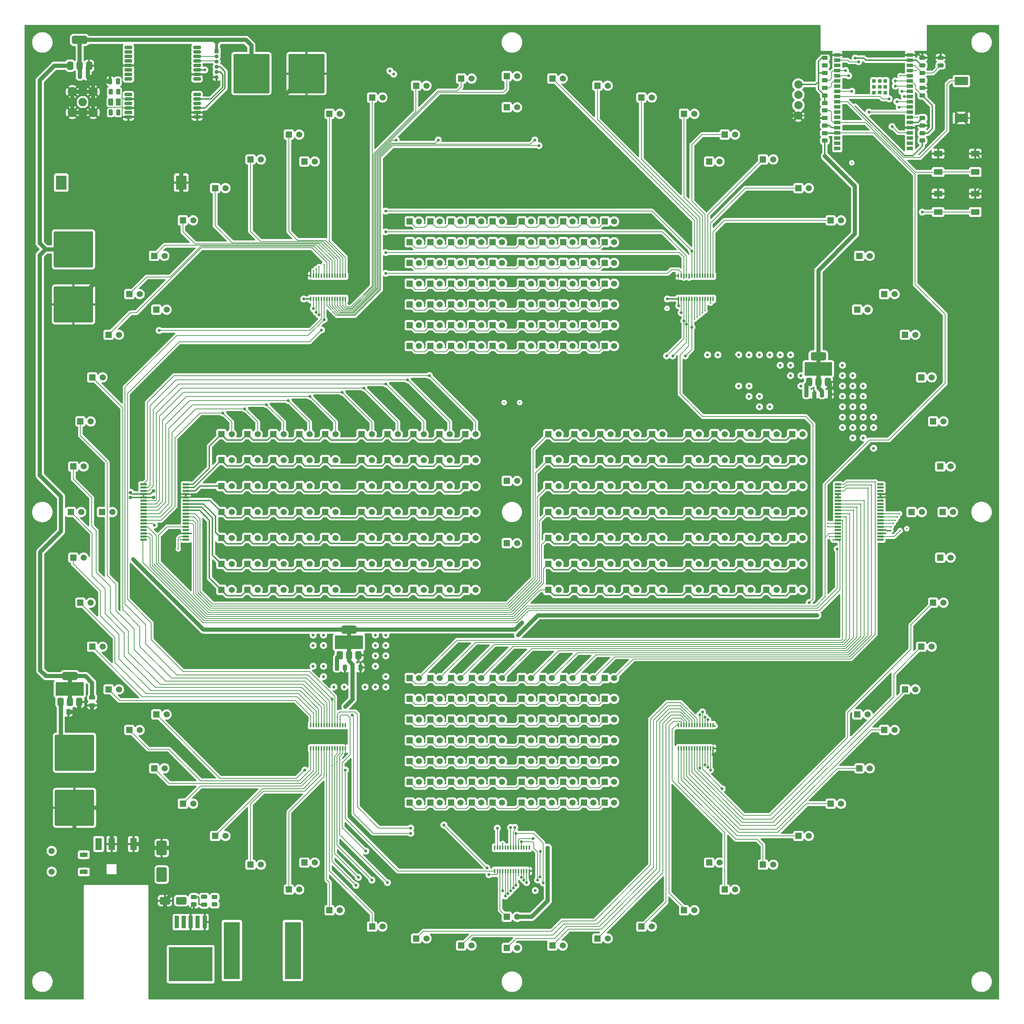
<source format=gbr>
%TF.GenerationSoftware,KiCad,Pcbnew,8.0.2-1*%
%TF.CreationDate,2024-06-04T17:42:53+02:00*%
%TF.ProjectId,broadcast_clock,62726f61-6463-4617-9374-5f636c6f636b,rev?*%
%TF.SameCoordinates,Original*%
%TF.FileFunction,Copper,L4,Bot*%
%TF.FilePolarity,Positive*%
%FSLAX46Y46*%
G04 Gerber Fmt 4.6, Leading zero omitted, Abs format (unit mm)*
G04 Created by KiCad (PCBNEW 8.0.2-1) date 2024-06-04 17:42:53*
%MOMM*%
%LPD*%
G01*
G04 APERTURE LIST*
G04 Aperture macros list*
%AMRoundRect*
0 Rectangle with rounded corners*
0 $1 Rounding radius*
0 $2 $3 $4 $5 $6 $7 $8 $9 X,Y pos of 4 corners*
0 Add a 4 corners polygon primitive as box body*
4,1,4,$2,$3,$4,$5,$6,$7,$8,$9,$2,$3,0*
0 Add four circle primitives for the rounded corners*
1,1,$1+$1,$2,$3*
1,1,$1+$1,$4,$5*
1,1,$1+$1,$6,$7*
1,1,$1+$1,$8,$9*
0 Add four rect primitives between the rounded corners*
20,1,$1+$1,$2,$3,$4,$5,0*
20,1,$1+$1,$4,$5,$6,$7,0*
20,1,$1+$1,$6,$7,$8,$9,0*
20,1,$1+$1,$8,$9,$2,$3,0*%
G04 Aperture macros list end*
%TA.AperFunction,ComponentPad*%
%ADD10R,1.500000X1.500000*%
%TD*%
%TA.AperFunction,ComponentPad*%
%ADD11C,1.500000*%
%TD*%
%TA.AperFunction,SMDPad,CuDef*%
%ADD12RoundRect,0.250000X0.450000X-0.262500X0.450000X0.262500X-0.450000X0.262500X-0.450000X-0.262500X0*%
%TD*%
%TA.AperFunction,SMDPad,CuDef*%
%ADD13RoundRect,0.250000X-0.450000X0.262500X-0.450000X-0.262500X0.450000X-0.262500X0.450000X0.262500X0*%
%TD*%
%TA.AperFunction,SMDPad,CuDef*%
%ADD14R,0.400000X1.100000*%
%TD*%
%TA.AperFunction,SMDPad,CuDef*%
%ADD15RoundRect,0.375000X0.375000X-0.625000X0.375000X0.625000X-0.375000X0.625000X-0.375000X-0.625000X0*%
%TD*%
%TA.AperFunction,SMDPad,CuDef*%
%ADD16RoundRect,0.500000X1.400000X-0.500000X1.400000X0.500000X-1.400000X0.500000X-1.400000X-0.500000X0*%
%TD*%
%TA.AperFunction,SMDPad,CuDef*%
%ADD17RoundRect,0.250000X-0.475000X0.250000X-0.475000X-0.250000X0.475000X-0.250000X0.475000X0.250000X0*%
%TD*%
%TA.AperFunction,SMDPad,CuDef*%
%ADD18R,2.540000X3.510000*%
%TD*%
%TA.AperFunction,SMDPad,CuDef*%
%ADD19RoundRect,0.249999X-4.550001X4.150001X-4.550001X-4.150001X4.550001X-4.150001X4.550001X4.150001X0*%
%TD*%
%TA.AperFunction,SMDPad,CuDef*%
%ADD20R,2.100000X1.400000*%
%TD*%
%TA.AperFunction,ComponentPad*%
%ADD21C,2.050000*%
%TD*%
%TA.AperFunction,ComponentPad*%
%ADD22C,2.250000*%
%TD*%
%TA.AperFunction,HeatsinkPad*%
%ADD23R,0.900000X0.900000*%
%TD*%
%TA.AperFunction,HeatsinkPad*%
%ADD24R,0.900000X0.880000*%
%TD*%
%TA.AperFunction,SMDPad,CuDef*%
%ADD25R,1.500000X0.900000*%
%TD*%
%TA.AperFunction,SMDPad,CuDef*%
%ADD26RoundRect,0.250000X-0.250000X-0.475000X0.250000X-0.475000X0.250000X0.475000X-0.250000X0.475000X0*%
%TD*%
%TA.AperFunction,SMDPad,CuDef*%
%ADD27RoundRect,0.249999X-4.150001X-4.550001X4.150001X-4.550001X4.150001X4.550001X-4.150001X4.550001X0*%
%TD*%
%TA.AperFunction,ComponentPad*%
%ADD28R,1.600000X2.900000*%
%TD*%
%TA.AperFunction,SMDPad,CuDef*%
%ADD29RoundRect,0.250000X1.000000X0.650000X-1.000000X0.650000X-1.000000X-0.650000X1.000000X-0.650000X0*%
%TD*%
%TA.AperFunction,SMDPad,CuDef*%
%ADD30RoundRect,0.250000X0.262500X0.450000X-0.262500X0.450000X-0.262500X-0.450000X0.262500X-0.450000X0*%
%TD*%
%TA.AperFunction,SMDPad,CuDef*%
%ADD31RoundRect,0.250000X0.250000X0.475000X-0.250000X0.475000X-0.250000X-0.475000X0.250000X-0.475000X0*%
%TD*%
%TA.AperFunction,SMDPad,CuDef*%
%ADD32RoundRect,0.250000X0.475000X-0.250000X0.475000X0.250000X-0.475000X0.250000X-0.475000X-0.250000X0*%
%TD*%
%TA.AperFunction,SMDPad,CuDef*%
%ADD33R,1.200000X1.800000*%
%TD*%
%TA.AperFunction,ComponentPad*%
%ADD34R,1.000000X1.000000*%
%TD*%
%TA.AperFunction,ComponentPad*%
%ADD35O,1.000000X1.000000*%
%TD*%
%TA.AperFunction,SMDPad,CuDef*%
%ADD36R,4.000000X14.000000*%
%TD*%
%TA.AperFunction,SMDPad,CuDef*%
%ADD37R,1.500000X0.500000*%
%TD*%
%TA.AperFunction,ComponentPad*%
%ADD38C,2.000000*%
%TD*%
%TA.AperFunction,HeatsinkPad*%
%ADD39R,10.660000X8.380000*%
%TD*%
%TA.AperFunction,SMDPad,CuDef*%
%ADD40R,1.016000X3.050000*%
%TD*%
%TA.AperFunction,SMDPad,CuDef*%
%ADD41RoundRect,0.200000X0.700000X0.200000X-0.700000X0.200000X-0.700000X-0.200000X0.700000X-0.200000X0*%
%TD*%
%TA.AperFunction,SMDPad,CuDef*%
%ADD42RoundRect,0.250000X1.000000X-1.500000X1.000000X1.500000X-1.000000X1.500000X-1.000000X-1.500000X0*%
%TD*%
%TA.AperFunction,SMDPad,CuDef*%
%ADD43R,3.200000X2.000000*%
%TD*%
%TA.AperFunction,SMDPad,CuDef*%
%ADD44R,1.890000X1.140000*%
%TD*%
%TA.AperFunction,ViaPad*%
%ADD45C,0.350000*%
%TD*%
%TA.AperFunction,ViaPad*%
%ADD46C,0.700000*%
%TD*%
%TA.AperFunction,ViaPad*%
%ADD47C,0.900000*%
%TD*%
%TA.AperFunction,ViaPad*%
%ADD48C,1.000000*%
%TD*%
%TA.AperFunction,ViaPad*%
%ADD49C,1.200000*%
%TD*%
%TA.AperFunction,ViaPad*%
%ADD50C,0.500000*%
%TD*%
%TA.AperFunction,Conductor*%
%ADD51C,0.150000*%
%TD*%
%TA.AperFunction,Conductor*%
%ADD52C,0.300000*%
%TD*%
%TA.AperFunction,Conductor*%
%ADD53C,1.000000*%
%TD*%
%TA.AperFunction,Conductor*%
%ADD54C,0.700000*%
%TD*%
%TA.AperFunction,Conductor*%
%ADD55C,0.200000*%
%TD*%
%TA.AperFunction,Conductor*%
%ADD56C,0.600000*%
%TD*%
G04 APERTURE END LIST*
D10*
%TO.P,D225,1,K*%
%TO.N,/Clock face/LED display/LED matrices/U2D0D1R6*%
X125476000Y-211455000D03*
D11*
%TO.P,D225,2,A*%
%TO.N,/Clock face/LED display/LED matrices/U2D0D2C2*%
X127762000Y-211455000D03*
%TD*%
D10*
%TO.P,D254,1,K*%
%TO.N,/Clock face/LED display/LED matrices/U2D0D1R7*%
X147828000Y-216535000D03*
D11*
%TO.P,D254,2,A*%
%TO.N,/Clock face/LED display/LED matrices/U2D1D3C1*%
X150114000Y-216535000D03*
%TD*%
D10*
%TO.P,D103,1,K*%
%TO.N,/Clock face/LED display/LED matrices/U1D0D1R3*%
X99695000Y-139065000D03*
D11*
%TO.P,D103,2,A*%
%TO.N,/Clock face/LED display/LED matrices/U1D0D2C5*%
X102235000Y-139065000D03*
%TD*%
D10*
%TO.P,D54,1,K*%
%TO.N,Net-(D54-K)*%
X81440069Y-59109067D03*
D11*
%TO.P,D54,2,A*%
%TO.N,+3.3V_LED*%
X83980069Y-59109067D03*
%TD*%
D10*
%TO.P,D169,1,K*%
%TO.N,/Clock face/LED display/LED matrices/U1D2D3R6*%
X173355000Y-158115000D03*
D11*
%TO.P,D169,2,A*%
%TO.N,/Clock face/LED display/LED matrices/U1D0D2C4*%
X175895000Y-158115000D03*
%TD*%
D10*
%TO.P,D45,1,K*%
%TO.N,Net-(D45-K)*%
X37465000Y-145415000D03*
D11*
%TO.P,D45,2,A*%
%TO.N,+3.3V_LED*%
X40005000Y-145415000D03*
%TD*%
D10*
%TO.P,D65,1,K*%
%TO.N,Net-(D65-K)*%
X193675000Y-231203476D03*
D11*
%TO.P,D65,2,A*%
%TO.N,+3.3V_LED*%
X196215000Y-231203476D03*
%TD*%
D10*
%TO.P,D30,1,K*%
%TO.N,Net-(D30-K)*%
X144145000Y-252095000D03*
D11*
%TO.P,D30,2,A*%
%TO.N,+3.3V_LED*%
X146685000Y-252095000D03*
%TD*%
D10*
%TO.P,D128,1,K*%
%TO.N,/Clock face/LED display/LED matrices/U1D0D1R7*%
X121285000Y-164465000D03*
D11*
%TO.P,D128,2,A*%
%TO.N,/Clock face/LED display/LED matrices/U1D1D3C3*%
X123825000Y-164465000D03*
%TD*%
D10*
%TO.P,D109,1,K*%
%TO.N,/Clock face/LED display/LED matrices/U1D0D1R2*%
X108585000Y-132715000D03*
D11*
%TO.P,D109,2,A*%
%TO.N,/Clock face/LED display/LED matrices/U1D1D3C1*%
X111125000Y-132715000D03*
%TD*%
D10*
%TO.P,D353,1,K*%
%TO.N,Net-(D353-K)*%
X144145000Y-137795000D03*
D11*
%TO.P,D353,2,A*%
%TO.N,+3.3V_LED*%
X146685000Y-137795000D03*
%TD*%
D10*
%TO.P,D85,1,K*%
%TO.N,/Clock face/LED display/LED matrices/U1D0D1R6*%
X80645000Y-158115000D03*
D11*
%TO.P,D85,2,A*%
%TO.N,/Clock face/LED display/LED matrices/U1D0D2C2*%
X83185000Y-158115000D03*
%TD*%
D10*
%TO.P,D238,1,K*%
%TO.N,/Clock face/LED display/LED matrices/U2D0D1R5*%
X135636000Y-206375000D03*
D11*
%TO.P,D238,2,A*%
%TO.N,/Clock face/LED display/LED matrices/U2D0D2C4*%
X137922000Y-206375000D03*
%TD*%
D10*
%TO.P,D26,1,K*%
%TO.N,Net-(D26-K)*%
X187535665Y-242872029D03*
D11*
%TO.P,D26,2,A*%
%TO.N,+3.3V_LED*%
X190075665Y-242872029D03*
%TD*%
D10*
%TO.P,D112,1,K*%
%TO.N,/Clock face/LED display/LED matrices/U1D0D1R5*%
X108585000Y-151765000D03*
D11*
%TO.P,D112,2,A*%
%TO.N,/Clock face/LED display/LED matrices/U1D1D3C1*%
X111125000Y-151765000D03*
%TD*%
D10*
%TO.P,D340,1,K*%
%TO.N,/Clock face/LED display/LED matrices/U2D2D3R2*%
X163068000Y-79375000D03*
D11*
%TO.P,D340,2,A*%
%TO.N,/Clock face/LED display/LED matrices/U2D1D3C4*%
X165354000Y-79375000D03*
%TD*%
D10*
%TO.P,D293,1,K*%
%TO.N,/Clock face/LED display/LED matrices/U2D2D3R4*%
X125476000Y-89535000D03*
D11*
%TO.P,D293,2,A*%
%TO.N,/Clock face/LED display/LED matrices/U2D0D2C2*%
X127762000Y-89535000D03*
%TD*%
D10*
%TO.P,D110,1,K*%
%TO.N,/Clock face/LED display/LED matrices/U1D0D1R3*%
X108585000Y-139065000D03*
D11*
%TO.P,D110,2,A*%
%TO.N,/Clock face/LED display/LED matrices/U1D1D3C1*%
X111125000Y-139065000D03*
%TD*%
D10*
%TO.P,D99,1,K*%
%TO.N,/Clock face/LED display/LED matrices/U1D0D1R6*%
X93345000Y-158115000D03*
D11*
%TO.P,D99,2,A*%
%TO.N,/Clock face/LED display/LED matrices/U1D0D2C4*%
X95885000Y-158115000D03*
%TD*%
D10*
%TO.P,D199,1,K*%
%TO.N,/Clock face/LED display/LED matrices/U1D2D3R1*%
X207645000Y-126365000D03*
D11*
%TO.P,D199,2,A*%
%TO.N,/Clock face/LED display/LED matrices/U1D1D3C4*%
X210185000Y-126365000D03*
%TD*%
D10*
%TO.P,D177,1,K*%
%TO.N,/Clock face/LED display/LED matrices/U1D2D3R7*%
X179705000Y-164465000D03*
D11*
%TO.P,D177,2,A*%
%TO.N,/Clock face/LED display/LED matrices/U1D0D2C5*%
X182245000Y-164465000D03*
%TD*%
D10*
%TO.P,D111,1,K*%
%TO.N,/Clock face/LED display/LED matrices/U1D0D1R4*%
X108585000Y-145415000D03*
D11*
%TO.P,D111,2,A*%
%TO.N,/Clock face/LED display/LED matrices/U1D1D3C1*%
X111125000Y-145415000D03*
%TD*%
D10*
%TO.P,D1,1,K*%
%TO.N,Net-(D1-K)*%
X155296096Y-39319404D03*
D11*
%TO.P,D1,2,A*%
%TO.N,+3.3V_LED*%
X157836096Y-39319404D03*
%TD*%
D10*
%TO.P,D138,1,K*%
%TO.N,/Clock face/LED display/LED matrices/U1D0D1R3*%
X133985000Y-139065000D03*
D11*
%TO.P,D138,2,A*%
%TO.N,/Clock face/LED display/LED matrices/U1D1D3C5*%
X136525000Y-139065000D03*
%TD*%
D10*
%TO.P,D139,1,K*%
%TO.N,/Clock face/LED display/LED matrices/U1D0D1R4*%
X133985000Y-145415000D03*
D11*
%TO.P,D139,2,A*%
%TO.N,/Clock face/LED display/LED matrices/U1D1D3C5*%
X136525000Y-145415000D03*
%TD*%
D10*
%TO.P,D82,1,K*%
%TO.N,/Clock face/LED display/LED matrices/U1D0D1R3*%
X80645000Y-139065000D03*
D11*
%TO.P,D82,2,A*%
%TO.N,/Clock face/LED display/LED matrices/U1D0D2C2*%
X83185000Y-139065000D03*
%TD*%
D10*
%TO.P,D327,1,K*%
%TO.N,/Clock face/LED display/LED matrices/U2D2D3R3*%
X152908000Y-84455000D03*
D11*
%TO.P,D327,2,A*%
%TO.N,/Clock face/LED display/LED matrices/U2D1D3C2*%
X155194000Y-84455000D03*
%TD*%
D10*
%TO.P,D41,1,K*%
%TO.N,Net-(D41-K)*%
X46687971Y-188805665D03*
D11*
%TO.P,D41,2,A*%
%TO.N,+3.3V_LED*%
X49227971Y-188805665D03*
%TD*%
D10*
%TO.P,D309,1,K*%
%TO.N,/Clock face/LED display/LED matrices/U2D2D3R6*%
X135636000Y-99695000D03*
D11*
%TO.P,D309,2,A*%
%TO.N,/Clock face/LED display/LED matrices/U2D0D2C4*%
X137922000Y-99695000D03*
%TD*%
D10*
%TO.P,D141,1,K*%
%TO.N,/Clock face/LED display/LED matrices/U1D0D1R6*%
X133985000Y-158115000D03*
D11*
%TO.P,D141,2,A*%
%TO.N,/Clock face/LED display/LED matrices/U1D1D3C5*%
X136525000Y-158115000D03*
%TD*%
D10*
%TO.P,D303,1,K*%
%TO.N,/Clock face/LED display/LED matrices/U2D2D3R7*%
X130556000Y-104775000D03*
D11*
%TO.P,D303,2,A*%
%TO.N,/Clock face/LED display/LED matrices/U2D0D2C3*%
X132842000Y-104775000D03*
%TD*%
D10*
%TO.P,D283,1,K*%
%TO.N,/Clock face/LED display/LED matrices/U2D2D3R1*%
X120396000Y-74295000D03*
D11*
%TO.P,D283,2,A*%
%TO.N,/Clock face/LED display/LED matrices/U2D0D2C1*%
X122682000Y-74295000D03*
%TD*%
D10*
%TO.P,D219,1,K*%
%TO.N,/Clock face/LED display/LED matrices/U2D0D1R7*%
X120396000Y-216535000D03*
D11*
%TO.P,D219,2,A*%
%TO.N,/Clock face/LED display/LED matrices/U2D0D2C1*%
X122682000Y-216535000D03*
%TD*%
D10*
%TO.P,D58,1,K*%
%TO.N,Net-(D58-K)*%
X121964981Y-41066214D03*
D11*
%TO.P,D58,2,A*%
%TO.N,+3.3V_LED*%
X124504981Y-41066214D03*
%TD*%
D10*
%TO.P,D39,1,K*%
%TO.N,Net-(D39-K)*%
X57839067Y-208119931D03*
D11*
%TO.P,D39,2,A*%
%TO.N,+3.3V_LED*%
X60379067Y-208119931D03*
%TD*%
D10*
%TO.P,D143,1,K*%
%TO.N,/Clock face/LED display/LED matrices/U1D2D3R1*%
X154305000Y-126365000D03*
D11*
%TO.P,D143,2,A*%
%TO.N,/Clock face/LED display/LED matrices/U1D0D2C1*%
X156845000Y-126365000D03*
%TD*%
D10*
%TO.P,D28,1,K*%
%TO.N,Net-(D28-K)*%
X166325019Y-249763786D03*
D11*
%TO.P,D28,2,A*%
%TO.N,+3.3V_LED*%
X168865019Y-249763786D03*
%TD*%
D10*
%TO.P,D291,1,K*%
%TO.N,/Clock face/LED display/LED matrices/U2D2D3R2*%
X125476000Y-79375000D03*
D11*
%TO.P,D291,2,A*%
%TO.N,/Clock face/LED display/LED matrices/U2D0D2C2*%
X127762000Y-79375000D03*
%TD*%
D10*
%TO.P,D265,1,K*%
%TO.N,/Clock face/LED display/LED matrices/U2D0D1R4*%
X157988000Y-201295000D03*
D11*
%TO.P,D265,2,A*%
%TO.N,/Clock face/LED display/LED matrices/U2D1D3C3*%
X160274000Y-201295000D03*
%TD*%
D10*
%TO.P,D120,1,K*%
%TO.N,/Clock face/LED display/LED matrices/U1D0D1R6*%
X114935000Y-158115000D03*
D11*
%TO.P,D120,2,A*%
%TO.N,/Clock face/LED display/LED matrices/U1D1D3C2*%
X117475000Y-158115000D03*
%TD*%
D10*
%TO.P,D36,1,K*%
%TO.N,Net-(D36-K)*%
X81440069Y-231720933D03*
D11*
%TO.P,D36,2,A*%
%TO.N,+3.3V_LED*%
X83980069Y-231720933D03*
%TD*%
D10*
%TO.P,D324,1,K*%
%TO.N,/Clock face/LED display/LED matrices/U2D2D3R7*%
X147828000Y-104775000D03*
D11*
%TO.P,D324,2,A*%
%TO.N,/Clock face/LED display/LED matrices/U2D1D3C1*%
X150114000Y-104775000D03*
%TD*%
D10*
%TO.P,D94,1,K*%
%TO.N,/Clock face/LED display/LED matrices/U1D0D1R1*%
X93345000Y-126365000D03*
D11*
%TO.P,D94,2,A*%
%TO.N,/Clock face/LED display/LED matrices/U1D0D2C4*%
X95885000Y-126365000D03*
%TD*%
D10*
%TO.P,D80,1,K*%
%TO.N,/Clock face/LED display/LED matrices/U1D0D1R1*%
X80645000Y-126365000D03*
D11*
%TO.P,D80,2,A*%
%TO.N,/Clock face/LED display/LED matrices/U1D0D2C2*%
X83185000Y-126365000D03*
%TD*%
D10*
%TO.P,D117,1,K*%
%TO.N,/Clock face/LED display/LED matrices/U1D0D1R3*%
X114935000Y-139065000D03*
D11*
%TO.P,D117,2,A*%
%TO.N,/Clock face/LED display/LED matrices/U1D1D3C2*%
X117475000Y-139065000D03*
%TD*%
D10*
%TO.P,D276,1,K*%
%TO.N,/Clock face/LED display/LED matrices/U2D0D1R1*%
X168148000Y-186055000D03*
D11*
%TO.P,D276,2,A*%
%TO.N,/Clock face/LED display/LED matrices/U2D1D3C5*%
X170434000Y-186055000D03*
%TD*%
D10*
%TO.P,D126,1,K*%
%TO.N,/Clock face/LED display/LED matrices/U1D0D1R5*%
X121285000Y-151765000D03*
D11*
%TO.P,D126,2,A*%
%TO.N,/Clock face/LED display/LED matrices/U1D1D3C3*%
X123825000Y-151765000D03*
%TD*%
D10*
%TO.P,D278,1,K*%
%TO.N,/Clock face/LED display/LED matrices/U2D0D1R3*%
X168148000Y-196215000D03*
D11*
%TO.P,D278,2,A*%
%TO.N,/Clock face/LED display/LED matrices/U2D1D3C5*%
X170434000Y-196215000D03*
%TD*%
D10*
%TO.P,D284,1,K*%
%TO.N,/Clock face/LED display/LED matrices/U2D2D3R2*%
X120396000Y-79375000D03*
D11*
%TO.P,D284,2,A*%
%TO.N,/Clock face/LED display/LED matrices/U2D0D2C1*%
X122682000Y-79375000D03*
%TD*%
D10*
%TO.P,D46,1,K*%
%TO.N,Net-(D46-K)*%
X38049404Y-134263904D03*
D11*
%TO.P,D46,2,A*%
%TO.N,+3.3V_LED*%
X40589404Y-134263904D03*
%TD*%
D10*
%TO.P,D83,1,K*%
%TO.N,/Clock face/LED display/LED matrices/U1D0D1R4*%
X80645000Y-145415000D03*
D11*
%TO.P,D83,2,A*%
%TO.N,/Clock face/LED display/LED matrices/U1D0D2C2*%
X83185000Y-145415000D03*
%TD*%
D10*
%TO.P,D172,1,K*%
%TO.N,/Clock face/LED display/LED matrices/U1D2D3R2*%
X179705000Y-132715000D03*
D11*
%TO.P,D172,2,A*%
%TO.N,/Clock face/LED display/LED matrices/U1D0D2C5*%
X182245000Y-132715000D03*
%TD*%
D10*
%TO.P,D286,1,K*%
%TO.N,/Clock face/LED display/LED matrices/U2D2D3R4*%
X120396000Y-89535000D03*
D11*
%TO.P,D286,2,A*%
%TO.N,/Clock face/LED display/LED matrices/U2D0D2C1*%
X122682000Y-89535000D03*
%TD*%
D10*
%TO.P,D318,1,K*%
%TO.N,/Clock face/LED display/LED matrices/U2D2D3R1*%
X147828000Y-74295000D03*
D11*
%TO.P,D318,2,A*%
%TO.N,/Clock face/LED display/LED matrices/U2D1D3C1*%
X150114000Y-74295000D03*
%TD*%
D10*
%TO.P,D4,1,K*%
%TO.N,Net-(D4-K)*%
X187535665Y-47957971D03*
D11*
%TO.P,D4,2,A*%
%TO.N,+3.3V_LED*%
X190075665Y-47957971D03*
%TD*%
D10*
%TO.P,D333,1,K*%
%TO.N,/Clock face/LED display/LED matrices/U2D2D3R2*%
X157988000Y-79375000D03*
D11*
%TO.P,D333,2,A*%
%TO.N,/Clock face/LED display/LED matrices/U2D1D3C3*%
X160274000Y-79375000D03*
%TD*%
D10*
%TO.P,D313,1,K*%
%TO.N,/Clock face/LED display/LED matrices/U2D2D3R3*%
X140716000Y-84455000D03*
D11*
%TO.P,D313,2,A*%
%TO.N,/Clock face/LED display/LED matrices/U2D0D2C5*%
X143002000Y-84455000D03*
%TD*%
D10*
%TO.P,D40,1,K*%
%TO.N,Net-(D40-K)*%
X51757410Y-198755000D03*
D11*
%TO.P,D40,2,A*%
%TO.N,+3.3V_LED*%
X54297410Y-198755000D03*
%TD*%
D10*
%TO.P,D215,1,K*%
%TO.N,/Clock face/LED display/LED matrices/U2D0D1R3*%
X120396000Y-196215000D03*
D11*
%TO.P,D215,2,A*%
%TO.N,/Clock face/LED display/LED matrices/U2D0D2C1*%
X122682000Y-196215000D03*
%TD*%
D10*
%TO.P,D348,1,K*%
%TO.N,/Clock face/LED display/LED matrices/U2D2D3R3*%
X168148000Y-84455000D03*
D11*
%TO.P,D348,2,A*%
%TO.N,/Clock face/LED display/LED matrices/U2D1D3C5*%
X170434000Y-84455000D03*
%TD*%
D10*
%TO.P,D192,1,K*%
%TO.N,/Clock face/LED display/LED matrices/U1D2D3R1*%
X201295000Y-126365000D03*
D11*
%TO.P,D192,2,A*%
%TO.N,/Clock face/LED display/LED matrices/U1D1D3C3*%
X203835000Y-126365000D03*
%TD*%
D10*
%TO.P,D79,1,K*%
%TO.N,/Clock face/LED display/LED matrices/U1D0D1R7*%
X74295000Y-164465000D03*
D11*
%TO.P,D79,2,A*%
%TO.N,/Clock face/LED display/LED matrices/U1D0D2C1*%
X76835000Y-164465000D03*
%TD*%
D10*
%TO.P,D29,1,K*%
%TO.N,Net-(D29-K)*%
X155296096Y-251510596D03*
D11*
%TO.P,D29,2,A*%
%TO.N,+3.3V_LED*%
X157836096Y-251510596D03*
%TD*%
D10*
%TO.P,D114,1,K*%
%TO.N,/Clock face/LED display/LED matrices/U1D0D1R7*%
X108585000Y-164465000D03*
D11*
%TO.P,D114,2,A*%
%TO.N,/Clock face/LED display/LED matrices/U1D1D3C1*%
X111125000Y-164465000D03*
%TD*%
D10*
%TO.P,D345,1,K*%
%TO.N,/Clock face/LED display/LED matrices/U2D2D3R7*%
X163068000Y-104775000D03*
D11*
%TO.P,D345,2,A*%
%TO.N,/Clock face/LED display/LED matrices/U2D1D3C4*%
X165354000Y-104775000D03*
%TD*%
D10*
%TO.P,D205,1,K*%
%TO.N,/Clock face/LED display/LED matrices/U1D2D3R7*%
X207645000Y-164465000D03*
D11*
%TO.P,D205,2,A*%
%TO.N,/Clock face/LED display/LED matrices/U1D1D3C4*%
X210185000Y-164465000D03*
%TD*%
D10*
%TO.P,D20,1,K*%
%TO.N,Net-(D20-K)*%
X236532590Y-198755000D03*
D11*
%TO.P,D20,2,A*%
%TO.N,+3.3V_LED*%
X239072590Y-198755000D03*
%TD*%
D10*
%TO.P,D136,1,K*%
%TO.N,/Clock face/LED display/LED matrices/U1D0D1R1*%
X133985000Y-126365000D03*
D11*
%TO.P,D136,2,A*%
%TO.N,/Clock face/LED display/LED matrices/U1D1D3C5*%
X136525000Y-126365000D03*
%TD*%
D10*
%TO.P,D239,1,K*%
%TO.N,/Clock face/LED display/LED matrices/U2D0D1R6*%
X135636000Y-211455000D03*
D11*
%TO.P,D239,2,A*%
%TO.N,/Clock face/LED display/LED matrices/U2D0D2C4*%
X137922000Y-211455000D03*
%TD*%
D10*
%TO.P,D305,1,K*%
%TO.N,/Clock face/LED display/LED matrices/U2D2D3R2*%
X135636000Y-79375000D03*
D11*
%TO.P,D305,2,A*%
%TO.N,/Clock face/LED display/LED matrices/U2D0D2C4*%
X137922000Y-79375000D03*
%TD*%
D10*
%TO.P,D91,1,K*%
%TO.N,/Clock face/LED display/LED matrices/U1D0D1R5*%
X86995000Y-151765000D03*
D11*
%TO.P,D91,2,A*%
%TO.N,/Clock face/LED display/LED matrices/U1D0D2C3*%
X89535000Y-151765000D03*
%TD*%
D10*
%TO.P,D163,1,K*%
%TO.N,/Clock face/LED display/LED matrices/U1D2D3R7*%
X167005000Y-164465000D03*
D11*
%TO.P,D163,2,A*%
%TO.N,/Clock face/LED display/LED matrices/U1D0D2C3*%
X169545000Y-164465000D03*
%TD*%
D10*
%TO.P,D227,1,K*%
%TO.N,/Clock face/LED display/LED matrices/U2D0D1R1*%
X130556000Y-186055000D03*
D11*
%TO.P,D227,2,A*%
%TO.N,/Clock face/LED display/LED matrices/U2D0D2C3*%
X132842000Y-186055000D03*
%TD*%
D10*
%TO.P,D263,1,K*%
%TO.N,/Clock face/LED display/LED matrices/U2D0D1R2*%
X157988000Y-191135000D03*
D11*
%TO.P,D263,2,A*%
%TO.N,/Clock face/LED display/LED matrices/U2D1D3C3*%
X160274000Y-191135000D03*
%TD*%
D10*
%TO.P,D338,1,K*%
%TO.N,/Clock face/LED display/LED matrices/U2D2D3R7*%
X157988000Y-104775000D03*
D11*
%TO.P,D338,2,A*%
%TO.N,/Clock face/LED display/LED matrices/U2D1D3C3*%
X160274000Y-104775000D03*
%TD*%
D10*
%TO.P,D9,1,K*%
%TO.N,Net-(D9-K)*%
X230450933Y-82710069D03*
D11*
%TO.P,D9,2,A*%
%TO.N,+3.3V_LED*%
X232990933Y-82710069D03*
%TD*%
D10*
%TO.P,D69,1,K*%
%TO.N,Net-(D69-K)*%
X45085000Y-145415000D03*
D11*
%TO.P,D69,2,A*%
%TO.N,+3.3V_LED*%
X47625000Y-145415000D03*
%TD*%
D10*
%TO.P,D214,1,K*%
%TO.N,/Clock face/LED display/LED matrices/U2D0D1R2*%
X120396000Y-191135000D03*
D11*
%TO.P,D214,2,A*%
%TO.N,/Clock face/LED display/LED matrices/U2D0D2C1*%
X122682000Y-191135000D03*
%TD*%
D10*
%TO.P,D10,1,K*%
%TO.N,Net-(D10-K)*%
X236532590Y-92075000D03*
D11*
%TO.P,D10,2,A*%
%TO.N,+3.3V_LED*%
X239072590Y-92075000D03*
%TD*%
D10*
%TO.P,D191,1,K*%
%TO.N,/Clock face/LED display/LED matrices/U1D2D3R7*%
X194945000Y-164465000D03*
D11*
%TO.P,D191,2,A*%
%TO.N,/Clock face/LED display/LED matrices/U1D1D3C2*%
X197485000Y-164465000D03*
%TD*%
D10*
%TO.P,D22,1,K*%
%TO.N,Net-(D22-K)*%
X223423690Y-216797853D03*
D11*
%TO.P,D22,2,A*%
%TO.N,+3.3V_LED*%
X225963690Y-216797853D03*
%TD*%
D10*
%TO.P,D343,1,K*%
%TO.N,/Clock face/LED display/LED matrices/U2D2D3R5*%
X163068000Y-94615000D03*
D11*
%TO.P,D343,2,A*%
%TO.N,/Clock face/LED display/LED matrices/U2D1D3C4*%
X165354000Y-94615000D03*
%TD*%
D10*
%TO.P,D66,1,K*%
%TO.N,Net-(D66-K)*%
X144145000Y-244475000D03*
D11*
%TO.P,D66,2,A*%
%TO.N,+3.3V_LED*%
X146685000Y-244475000D03*
%TD*%
D10*
%TO.P,D231,1,K*%
%TO.N,/Clock face/LED display/LED matrices/U2D0D1R5*%
X130556000Y-206375000D03*
D11*
%TO.P,D231,2,A*%
%TO.N,/Clock face/LED display/LED matrices/U2D0D2C3*%
X132842000Y-206375000D03*
%TD*%
D10*
%TO.P,D116,1,K*%
%TO.N,/Clock face/LED display/LED matrices/U1D0D1R2*%
X114935000Y-132715000D03*
D11*
%TO.P,D116,2,A*%
%TO.N,/Clock face/LED display/LED matrices/U1D1D3C2*%
X117475000Y-132715000D03*
%TD*%
D10*
%TO.P,D268,1,K*%
%TO.N,/Clock face/LED display/LED matrices/U2D0D1R7*%
X157988000Y-216535000D03*
D11*
%TO.P,D268,2,A*%
%TO.N,/Clock face/LED display/LED matrices/U2D1D3C3*%
X160274000Y-216535000D03*
%TD*%
D10*
%TO.P,D255,1,K*%
%TO.N,/Clock face/LED display/LED matrices/U2D0D1R1*%
X152908000Y-186055000D03*
D11*
%TO.P,D255,2,A*%
%TO.N,/Clock face/LED display/LED matrices/U2D1D3C2*%
X155194000Y-186055000D03*
%TD*%
D10*
%TO.P,D256,1,K*%
%TO.N,/Clock face/LED display/LED matrices/U2D0D1R2*%
X152908000Y-191135000D03*
D11*
%TO.P,D256,2,A*%
%TO.N,/Clock face/LED display/LED matrices/U2D1D3C2*%
X155194000Y-191135000D03*
%TD*%
D10*
%TO.P,D27,1,K*%
%TO.N,Net-(D27-K)*%
X177110933Y-246873709D03*
D11*
%TO.P,D27,2,A*%
%TO.N,+3.3V_LED*%
X179650933Y-246873709D03*
%TD*%
D10*
%TO.P,D182,1,K*%
%TO.N,/Clock face/LED display/LED matrices/U1D2D3R5*%
X188595000Y-151765000D03*
D11*
%TO.P,D182,2,A*%
%TO.N,/Clock face/LED display/LED matrices/U1D1D3C1*%
X191135000Y-151765000D03*
%TD*%
D10*
%TO.P,D38,1,K*%
%TO.N,Net-(D38-K)*%
X64866310Y-216797853D03*
D11*
%TO.P,D38,2,A*%
%TO.N,+3.3V_LED*%
X67406310Y-216797853D03*
%TD*%
D10*
%TO.P,D171,1,K*%
%TO.N,/Clock face/LED display/LED matrices/U1D2D3R1*%
X179705000Y-126365000D03*
D11*
%TO.P,D171,2,A*%
%TO.N,/Clock face/LED display/LED matrices/U1D0D2C5*%
X182245000Y-126365000D03*
%TD*%
D10*
%TO.P,D151,1,K*%
%TO.N,/Clock face/LED display/LED matrices/U1D2D3R2*%
X160655000Y-132715000D03*
D11*
%TO.P,D151,2,A*%
%TO.N,/Clock face/LED display/LED matrices/U1D0D2C2*%
X163195000Y-132715000D03*
%TD*%
D10*
%TO.P,D52,1,K*%
%TO.N,Net-(D52-K)*%
X64866310Y-74032147D03*
D11*
%TO.P,D52,2,A*%
%TO.N,+3.3V_LED*%
X67406310Y-74032147D03*
%TD*%
D10*
%TO.P,D145,1,K*%
%TO.N,/Clock face/LED display/LED matrices/U1D2D3R3*%
X154305000Y-139065000D03*
D11*
%TO.P,D145,2,A*%
%TO.N,/Clock face/LED display/LED matrices/U1D0D2C1*%
X156845000Y-139065000D03*
%TD*%
D10*
%TO.P,D47,1,K*%
%TO.N,Net-(D47-K)*%
X39796214Y-123234981D03*
D11*
%TO.P,D47,2,A*%
%TO.N,+3.3V_LED*%
X42336214Y-123234981D03*
%TD*%
D10*
%TO.P,D281,1,K*%
%TO.N,/Clock face/LED display/LED matrices/U2D0D1R6*%
X168148000Y-211455000D03*
D11*
%TO.P,D281,2,A*%
%TO.N,/Clock face/LED display/LED matrices/U2D1D3C5*%
X170434000Y-211455000D03*
%TD*%
D10*
%TO.P,D208,1,K*%
%TO.N,/Clock face/LED display/LED matrices/U1D2D3R3*%
X213995000Y-139065000D03*
D11*
%TO.P,D208,2,A*%
%TO.N,/Clock face/LED display/LED matrices/U1D1D3C5*%
X216535000Y-139065000D03*
%TD*%
D10*
%TO.P,D274,1,K*%
%TO.N,/Clock face/LED display/LED matrices/U2D0D1R6*%
X163068000Y-211455000D03*
D11*
%TO.P,D274,2,A*%
%TO.N,/Clock face/LED display/LED matrices/U2D1D3C4*%
X165354000Y-211455000D03*
%TD*%
D10*
%TO.P,D326,1,K*%
%TO.N,/Clock face/LED display/LED matrices/U2D2D3R2*%
X152908000Y-79375000D03*
D11*
%TO.P,D326,2,A*%
%TO.N,/Clock face/LED display/LED matrices/U2D1D3C2*%
X155194000Y-79375000D03*
%TD*%
D10*
%TO.P,D213,1,K*%
%TO.N,/Clock face/LED display/LED matrices/U2D0D1R1*%
X120396000Y-186055000D03*
D11*
%TO.P,D213,2,A*%
%TO.N,/Clock face/LED display/LED matrices/U2D0D2C1*%
X122682000Y-186055000D03*
%TD*%
D10*
%TO.P,D351,1,K*%
%TO.N,/Clock face/LED display/LED matrices/U2D2D3R6*%
X168148000Y-99695000D03*
D11*
%TO.P,D351,2,A*%
%TO.N,/Clock face/LED display/LED matrices/U2D1D3C5*%
X170434000Y-99695000D03*
%TD*%
D10*
%TO.P,D308,1,K*%
%TO.N,/Clock face/LED display/LED matrices/U2D2D3R5*%
X135636000Y-94615000D03*
D11*
%TO.P,D308,2,A*%
%TO.N,/Clock face/LED display/LED matrices/U2D0D2C4*%
X137922000Y-94615000D03*
%TD*%
D10*
%TO.P,D198,1,K*%
%TO.N,/Clock face/LED display/LED matrices/U1D2D3R7*%
X201295000Y-164465000D03*
D11*
%TO.P,D198,2,A*%
%TO.N,/Clock face/LED display/LED matrices/U1D1D3C3*%
X203835000Y-164465000D03*
%TD*%
D10*
%TO.P,D258,1,K*%
%TO.N,/Clock face/LED display/LED matrices/U2D0D1R4*%
X152908000Y-201295000D03*
D11*
%TO.P,D258,2,A*%
%TO.N,/Clock face/LED display/LED matrices/U2D1D3C2*%
X155194000Y-201295000D03*
%TD*%
D10*
%TO.P,D174,1,K*%
%TO.N,/Clock face/LED display/LED matrices/U1D2D3R4*%
X179705000Y-145415000D03*
D11*
%TO.P,D174,2,A*%
%TO.N,/Clock face/LED display/LED matrices/U1D0D2C5*%
X182245000Y-145415000D03*
%TD*%
D10*
%TO.P,D137,1,K*%
%TO.N,/Clock face/LED display/LED matrices/U1D0D1R2*%
X133985000Y-132715000D03*
D11*
%TO.P,D137,2,A*%
%TO.N,/Clock face/LED display/LED matrices/U1D1D3C5*%
X136525000Y-132715000D03*
%TD*%
D10*
%TO.P,D311,1,K*%
%TO.N,/Clock face/LED display/LED matrices/U2D2D3R1*%
X140716000Y-74295000D03*
D11*
%TO.P,D311,2,A*%
%TO.N,/Clock face/LED display/LED matrices/U2D0D2C5*%
X143002000Y-74295000D03*
%TD*%
D10*
%TO.P,D130,1,K*%
%TO.N,/Clock face/LED display/LED matrices/U1D0D1R2*%
X127635000Y-132715000D03*
D11*
%TO.P,D130,2,A*%
%TO.N,/Clock face/LED display/LED matrices/U1D1D3C4*%
X130175000Y-132715000D03*
%TD*%
D10*
%TO.P,D297,1,K*%
%TO.N,/Clock face/LED display/LED matrices/U2D2D3R1*%
X130556000Y-74295000D03*
D11*
%TO.P,D297,2,A*%
%TO.N,/Clock face/LED display/LED matrices/U2D0D2C3*%
X132842000Y-74295000D03*
%TD*%
D10*
%TO.P,D176,1,K*%
%TO.N,/Clock face/LED display/LED matrices/U1D2D3R6*%
X179705000Y-158115000D03*
D11*
%TO.P,D176,2,A*%
%TO.N,/Clock face/LED display/LED matrices/U1D0D2C5*%
X182245000Y-158115000D03*
%TD*%
D10*
%TO.P,D92,1,K*%
%TO.N,/Clock face/LED display/LED matrices/U1D0D1R6*%
X86995000Y-158115000D03*
D11*
%TO.P,D92,2,A*%
%TO.N,/Clock face/LED display/LED matrices/U1D0D2C3*%
X89535000Y-158115000D03*
%TD*%
D10*
%TO.P,D75,1,K*%
%TO.N,/Clock face/LED display/LED matrices/U1D0D1R3*%
X74295000Y-139065000D03*
D11*
%TO.P,D75,2,A*%
%TO.N,/Clock face/LED display/LED matrices/U1D0D2C1*%
X76835000Y-139065000D03*
%TD*%
D10*
%TO.P,D317,1,K*%
%TO.N,/Clock face/LED display/LED matrices/U2D2D3R7*%
X140716000Y-104775000D03*
D11*
%TO.P,D317,2,A*%
%TO.N,/Clock face/LED display/LED matrices/U2D0D2C5*%
X143002000Y-104775000D03*
%TD*%
D10*
%TO.P,D140,1,K*%
%TO.N,/Clock face/LED display/LED matrices/U1D0D1R5*%
X133985000Y-151765000D03*
D11*
%TO.P,D140,2,A*%
%TO.N,/Clock face/LED display/LED matrices/U1D1D3C5*%
X136525000Y-151765000D03*
%TD*%
D10*
%TO.P,D21,1,K*%
%TO.N,Net-(D21-K)*%
X230450933Y-208119931D03*
D11*
%TO.P,D21,2,A*%
%TO.N,+3.3V_LED*%
X232990933Y-208119931D03*
%TD*%
D10*
%TO.P,D118,1,K*%
%TO.N,/Clock face/LED display/LED matrices/U1D0D1R4*%
X114935000Y-145415000D03*
D11*
%TO.P,D118,2,A*%
%TO.N,/Clock face/LED display/LED matrices/U1D1D3C2*%
X117475000Y-145415000D03*
%TD*%
D10*
%TO.P,D127,1,K*%
%TO.N,/Clock face/LED display/LED matrices/U1D0D1R6*%
X121285000Y-158115000D03*
D11*
%TO.P,D127,2,A*%
%TO.N,/Clock face/LED display/LED matrices/U1D1D3C3*%
X123825000Y-158115000D03*
%TD*%
D10*
%TO.P,D289,1,K*%
%TO.N,/Clock face/LED display/LED matrices/U2D2D3R7*%
X120396000Y-104775000D03*
D11*
%TO.P,D289,2,A*%
%TO.N,/Clock face/LED display/LED matrices/U2D0D2C1*%
X122682000Y-104775000D03*
%TD*%
D10*
%TO.P,D155,1,K*%
%TO.N,/Clock face/LED display/LED matrices/U1D2D3R6*%
X160655000Y-158115000D03*
D11*
%TO.P,D155,2,A*%
%TO.N,/Clock face/LED display/LED matrices/U1D0D2C2*%
X163195000Y-158115000D03*
%TD*%
D10*
%TO.P,D298,1,K*%
%TO.N,/Clock face/LED display/LED matrices/U2D2D3R2*%
X130556000Y-79375000D03*
D11*
%TO.P,D298,2,A*%
%TO.N,/Clock face/LED display/LED matrices/U2D0D2C3*%
X132842000Y-79375000D03*
%TD*%
D10*
%TO.P,D229,1,K*%
%TO.N,/Clock face/LED display/LED matrices/U2D0D1R3*%
X130556000Y-196215000D03*
D11*
%TO.P,D229,2,A*%
%TO.N,/Clock face/LED display/LED matrices/U2D0D2C3*%
X132842000Y-196215000D03*
%TD*%
D10*
%TO.P,D195,1,K*%
%TO.N,/Clock face/LED display/LED matrices/U1D2D3R4*%
X201295000Y-145415000D03*
D11*
%TO.P,D195,2,A*%
%TO.N,/Clock face/LED display/LED matrices/U1D1D3C3*%
X203835000Y-145415000D03*
%TD*%
D10*
%TO.P,D153,1,K*%
%TO.N,/Clock face/LED display/LED matrices/U1D2D3R4*%
X160655000Y-145415000D03*
D11*
%TO.P,D153,2,A*%
%TO.N,/Clock face/LED display/LED matrices/U1D0D2C2*%
X163195000Y-145415000D03*
%TD*%
D10*
%TO.P,D287,1,K*%
%TO.N,/Clock face/LED display/LED matrices/U2D2D3R5*%
X120396000Y-94615000D03*
D11*
%TO.P,D287,2,A*%
%TO.N,/Clock face/LED display/LED matrices/U2D0D2C1*%
X122682000Y-94615000D03*
%TD*%
D10*
%TO.P,D218,1,K*%
%TO.N,/Clock face/LED display/LED matrices/U2D0D1R6*%
X120396000Y-211455000D03*
D11*
%TO.P,D218,2,A*%
%TO.N,/Clock face/LED display/LED matrices/U2D0D2C1*%
X122682000Y-211455000D03*
%TD*%
D10*
%TO.P,D55,1,K*%
%TO.N,Net-(D55-K)*%
X90805000Y-53027410D03*
D11*
%TO.P,D55,2,A*%
%TO.N,+3.3V_LED*%
X93345000Y-53027410D03*
%TD*%
D10*
%TO.P,D32,1,K*%
%TO.N,Net-(D32-K)*%
X121964981Y-249763786D03*
D11*
%TO.P,D32,2,A*%
%TO.N,+3.3V_LED*%
X124504981Y-249763786D03*
%TD*%
D10*
%TO.P,D349,1,K*%
%TO.N,/Clock face/LED display/LED matrices/U2D2D3R4*%
X168148000Y-89535000D03*
D11*
%TO.P,D349,2,A*%
%TO.N,/Clock face/LED display/LED matrices/U2D1D3C5*%
X170434000Y-89535000D03*
%TD*%
D10*
%TO.P,D285,1,K*%
%TO.N,/Clock face/LED display/LED matrices/U2D2D3R3*%
X120396000Y-84455000D03*
D11*
%TO.P,D285,2,A*%
%TO.N,/Clock face/LED display/LED matrices/U2D0D2C1*%
X122682000Y-84455000D03*
%TD*%
D10*
%TO.P,D315,1,K*%
%TO.N,/Clock face/LED display/LED matrices/U2D2D3R5*%
X140716000Y-94615000D03*
D11*
%TO.P,D315,2,A*%
%TO.N,/Clock face/LED display/LED matrices/U2D0D2C5*%
X143002000Y-94615000D03*
%TD*%
D10*
%TO.P,D101,1,K*%
%TO.N,/Clock face/LED display/LED matrices/U1D0D1R1*%
X99695000Y-126365000D03*
D11*
%TO.P,D101,2,A*%
%TO.N,/Clock face/LED display/LED matrices/U1D0D2C5*%
X102235000Y-126365000D03*
%TD*%
D10*
%TO.P,D299,1,K*%
%TO.N,/Clock face/LED display/LED matrices/U2D2D3R3*%
X130556000Y-84455000D03*
D11*
%TO.P,D299,2,A*%
%TO.N,/Clock face/LED display/LED matrices/U2D0D2C3*%
X132842000Y-84455000D03*
%TD*%
D10*
%TO.P,D354,1,K*%
%TO.N,Net-(D354-K)*%
X144145000Y-153035000D03*
D11*
%TO.P,D354,2,A*%
%TO.N,+3.3V_LED*%
X146685000Y-153035000D03*
%TD*%
D10*
%TO.P,D51,1,K*%
%TO.N,Net-(D51-K)*%
X57839067Y-82710069D03*
D11*
%TO.P,D51,2,A*%
%TO.N,+3.3V_LED*%
X60379067Y-82710069D03*
%TD*%
D10*
%TO.P,D193,1,K*%
%TO.N,/Clock face/LED display/LED matrices/U1D2D3R2*%
X201295000Y-132715000D03*
D11*
%TO.P,D193,2,A*%
%TO.N,/Clock face/LED display/LED matrices/U1D1D3C3*%
X203835000Y-132715000D03*
%TD*%
D10*
%TO.P,D250,1,K*%
%TO.N,/Clock face/LED display/LED matrices/U2D0D1R3*%
X147828000Y-196215000D03*
D11*
%TO.P,D250,2,A*%
%TO.N,/Clock face/LED display/LED matrices/U2D1D3C1*%
X150114000Y-196215000D03*
%TD*%
D10*
%TO.P,D95,1,K*%
%TO.N,/Clock face/LED display/LED matrices/U1D0D1R2*%
X93345000Y-132715000D03*
D11*
%TO.P,D95,2,A*%
%TO.N,/Clock face/LED display/LED matrices/U1D0D2C4*%
X95885000Y-132715000D03*
%TD*%
D10*
%TO.P,D48,1,K*%
%TO.N,Net-(D48-K)*%
X42686291Y-112449067D03*
D11*
%TO.P,D48,2,A*%
%TO.N,+3.3V_LED*%
X45226291Y-112449067D03*
%TD*%
D10*
%TO.P,D76,1,K*%
%TO.N,/Clock face/LED display/LED matrices/U1D0D1R4*%
X74295000Y-145415000D03*
D11*
%TO.P,D76,2,A*%
%TO.N,/Clock face/LED display/LED matrices/U1D0D2C1*%
X76835000Y-145415000D03*
%TD*%
D10*
%TO.P,D339,1,K*%
%TO.N,/Clock face/LED display/LED matrices/U2D2D3R1*%
X163068000Y-74295000D03*
D11*
%TO.P,D339,2,A*%
%TO.N,/Clock face/LED display/LED matrices/U2D1D3C4*%
X165354000Y-74295000D03*
%TD*%
D10*
%TO.P,D165,1,K*%
%TO.N,/Clock face/LED display/LED matrices/U1D2D3R2*%
X173355000Y-132715000D03*
D11*
%TO.P,D165,2,A*%
%TO.N,/Clock face/LED display/LED matrices/U1D0D2C4*%
X175895000Y-132715000D03*
%TD*%
D10*
%TO.P,D331,1,K*%
%TO.N,/Clock face/LED display/LED matrices/U2D2D3R7*%
X152908000Y-104775000D03*
D11*
%TO.P,D331,2,A*%
%TO.N,/Clock face/LED display/LED matrices/U2D1D3C2*%
X155194000Y-104775000D03*
%TD*%
D10*
%TO.P,D23,1,K*%
%TO.N,Net-(D23-K)*%
X215527853Y-224693690D03*
D11*
%TO.P,D23,2,A*%
%TO.N,+3.3V_LED*%
X218067853Y-224693690D03*
%TD*%
D10*
%TO.P,D236,1,K*%
%TO.N,/Clock face/LED display/LED matrices/U2D0D1R3*%
X135636000Y-196215000D03*
D11*
%TO.P,D236,2,A*%
%TO.N,/Clock face/LED display/LED matrices/U2D0D2C4*%
X137922000Y-196215000D03*
%TD*%
D10*
%TO.P,D68,1,K*%
%TO.N,Net-(D68-K)*%
X58356524Y-194945000D03*
D11*
%TO.P,D68,2,A*%
%TO.N,+3.3V_LED*%
X60896524Y-194945000D03*
%TD*%
D10*
%TO.P,D245,1,K*%
%TO.N,/Clock face/LED display/LED matrices/U2D0D1R5*%
X140716000Y-206375000D03*
D11*
%TO.P,D245,2,A*%
%TO.N,/Clock face/LED display/LED matrices/U2D0D2C5*%
X143002000Y-206375000D03*
%TD*%
D10*
%TO.P,D129,1,K*%
%TO.N,/Clock face/LED display/LED matrices/U1D0D1R1*%
X127635000Y-126365000D03*
D11*
%TO.P,D129,2,A*%
%TO.N,/Clock face/LED display/LED matrices/U1D1D3C4*%
X130175000Y-126365000D03*
%TD*%
D10*
%TO.P,D282,1,K*%
%TO.N,/Clock face/LED display/LED matrices/U2D0D1R7*%
X168148000Y-216535000D03*
D11*
%TO.P,D282,2,A*%
%TO.N,/Clock face/LED display/LED matrices/U2D1D3C5*%
X170434000Y-216535000D03*
%TD*%
D10*
%TO.P,D212,1,K*%
%TO.N,/Clock face/LED display/LED matrices/U1D2D3R7*%
X213995000Y-164465000D03*
D11*
%TO.P,D212,2,A*%
%TO.N,/Clock face/LED display/LED matrices/U1D1D3C5*%
X216535000Y-164465000D03*
%TD*%
D10*
%TO.P,D98,1,K*%
%TO.N,/Clock face/LED display/LED matrices/U1D0D1R5*%
X93345000Y-151765000D03*
D11*
%TO.P,D98,2,A*%
%TO.N,/Clock face/LED display/LED matrices/U1D0D2C4*%
X95885000Y-151765000D03*
%TD*%
D10*
%TO.P,D11,1,K*%
%TO.N,Net-(D11-K)*%
X241602029Y-102024335D03*
D11*
%TO.P,D11,2,A*%
%TO.N,+3.3V_LED*%
X244142029Y-102024335D03*
%TD*%
D10*
%TO.P,D72,1,K*%
%TO.N,Net-(D72-K)*%
X144145000Y-46355000D03*
D11*
%TO.P,D72,2,A*%
%TO.N,+3.3V_LED*%
X146685000Y-46355000D03*
%TD*%
D10*
%TO.P,D5,1,K*%
%TO.N,Net-(D5-K)*%
X197485000Y-53027410D03*
D11*
%TO.P,D5,2,A*%
%TO.N,+3.3V_LED*%
X200025000Y-53027410D03*
%TD*%
D10*
%TO.P,D164,1,K*%
%TO.N,/Clock face/LED display/LED matrices/U1D2D3R1*%
X173355000Y-126365000D03*
D11*
%TO.P,D164,2,A*%
%TO.N,/Clock face/LED display/LED matrices/U1D0D2C4*%
X175895000Y-126365000D03*
%TD*%
D10*
%TO.P,D161,1,K*%
%TO.N,/Clock face/LED display/LED matrices/U1D2D3R5*%
X167005000Y-151765000D03*
D11*
%TO.P,D161,2,A*%
%TO.N,/Clock face/LED display/LED matrices/U1D0D2C3*%
X169545000Y-151765000D03*
%TD*%
D10*
%TO.P,D190,1,K*%
%TO.N,/Clock face/LED display/LED matrices/U1D2D3R6*%
X194945000Y-158115000D03*
D11*
%TO.P,D190,2,A*%
%TO.N,/Clock face/LED display/LED matrices/U1D1D3C2*%
X197485000Y-158115000D03*
%TD*%
D10*
%TO.P,D240,1,K*%
%TO.N,/Clock face/LED display/LED matrices/U2D0D1R7*%
X135636000Y-216535000D03*
D11*
%TO.P,D240,2,A*%
%TO.N,/Clock face/LED display/LED matrices/U2D0D2C4*%
X137922000Y-216535000D03*
%TD*%
D10*
%TO.P,D248,1,K*%
%TO.N,/Clock face/LED display/LED matrices/U2D0D1R1*%
X147828000Y-186055000D03*
D11*
%TO.P,D248,2,A*%
%TO.N,/Clock face/LED display/LED matrices/U2D1D3C1*%
X150114000Y-186055000D03*
%TD*%
D10*
%TO.P,D102,1,K*%
%TO.N,/Clock face/LED display/LED matrices/U1D0D1R2*%
X99695000Y-132715000D03*
D11*
%TO.P,D102,2,A*%
%TO.N,/Clock face/LED display/LED matrices/U1D0D2C5*%
X102235000Y-132715000D03*
%TD*%
D10*
%TO.P,D31,1,K*%
%TO.N,Net-(D31-K)*%
X132993904Y-251510596D03*
D11*
%TO.P,D31,2,A*%
%TO.N,+3.3V_LED*%
X135533904Y-251510596D03*
%TD*%
D10*
%TO.P,D226,1,K*%
%TO.N,/Clock face/LED display/LED matrices/U2D0D1R7*%
X125476000Y-216535000D03*
D11*
%TO.P,D226,2,A*%
%TO.N,/Clock face/LED display/LED matrices/U2D0D2C2*%
X127762000Y-216535000D03*
%TD*%
D10*
%TO.P,D168,1,K*%
%TO.N,/Clock face/LED display/LED matrices/U1D2D3R5*%
X173355000Y-151765000D03*
D11*
%TO.P,D168,2,A*%
%TO.N,/Clock face/LED display/LED matrices/U1D0D2C4*%
X175895000Y-151765000D03*
%TD*%
D10*
%TO.P,D271,1,K*%
%TO.N,/Clock face/LED display/LED matrices/U2D0D1R3*%
X163068000Y-196215000D03*
D11*
%TO.P,D271,2,A*%
%TO.N,/Clock face/LED display/LED matrices/U2D1D3C4*%
X165354000Y-196215000D03*
%TD*%
D10*
%TO.P,D67,1,K*%
%TO.N,Net-(D67-K)*%
X94615000Y-231203476D03*
D11*
%TO.P,D67,2,A*%
%TO.N,+3.3V_LED*%
X97155000Y-231203476D03*
%TD*%
D10*
%TO.P,D202,1,K*%
%TO.N,/Clock face/LED display/LED matrices/U1D2D3R4*%
X207645000Y-145415000D03*
D11*
%TO.P,D202,2,A*%
%TO.N,/Clock face/LED display/LED matrices/U1D1D3C4*%
X210185000Y-145415000D03*
%TD*%
D10*
%TO.P,D189,1,K*%
%TO.N,/Clock face/LED display/LED matrices/U1D2D3R5*%
X194945000Y-151765000D03*
D11*
%TO.P,D189,2,A*%
%TO.N,/Clock face/LED display/LED matrices/U1D1D3C2*%
X197485000Y-151765000D03*
%TD*%
D10*
%TO.P,D160,1,K*%
%TO.N,/Clock face/LED display/LED matrices/U1D2D3R4*%
X167005000Y-145415000D03*
D11*
%TO.P,D160,2,A*%
%TO.N,/Clock face/LED display/LED matrices/U1D0D2C3*%
X169545000Y-145415000D03*
%TD*%
D10*
%TO.P,D337,1,K*%
%TO.N,/Clock face/LED display/LED matrices/U2D2D3R6*%
X157988000Y-99695000D03*
D11*
%TO.P,D337,2,A*%
%TO.N,/Clock face/LED display/LED matrices/U2D1D3C3*%
X160274000Y-99695000D03*
%TD*%
D10*
%TO.P,D133,1,K*%
%TO.N,/Clock face/LED display/LED matrices/U1D0D1R5*%
X127635000Y-151765000D03*
D11*
%TO.P,D133,2,A*%
%TO.N,/Clock face/LED display/LED matrices/U1D1D3C4*%
X130175000Y-151765000D03*
%TD*%
D10*
%TO.P,D322,1,K*%
%TO.N,/Clock face/LED display/LED matrices/U2D2D3R5*%
X147828000Y-94615000D03*
D11*
%TO.P,D322,2,A*%
%TO.N,/Clock face/LED display/LED matrices/U2D1D3C1*%
X150114000Y-94615000D03*
%TD*%
D10*
%TO.P,D131,1,K*%
%TO.N,/Clock face/LED display/LED matrices/U1D0D1R3*%
X127635000Y-139065000D03*
D11*
%TO.P,D131,2,A*%
%TO.N,/Clock face/LED display/LED matrices/U1D1D3C4*%
X130175000Y-139065000D03*
%TD*%
D10*
%TO.P,D104,1,K*%
%TO.N,/Clock face/LED display/LED matrices/U1D0D1R4*%
X99695000Y-145415000D03*
D11*
%TO.P,D104,2,A*%
%TO.N,/Clock face/LED display/LED matrices/U1D0D2C5*%
X102235000Y-145415000D03*
%TD*%
D10*
%TO.P,D335,1,K*%
%TO.N,/Clock face/LED display/LED matrices/U2D2D3R4*%
X157988000Y-89535000D03*
D11*
%TO.P,D335,2,A*%
%TO.N,/Clock face/LED display/LED matrices/U2D1D3C3*%
X160274000Y-89535000D03*
%TD*%
D10*
%TO.P,D86,1,K*%
%TO.N,/Clock face/LED display/LED matrices/U1D0D1R7*%
X80645000Y-164465000D03*
D11*
%TO.P,D86,2,A*%
%TO.N,/Clock face/LED display/LED matrices/U1D0D2C2*%
X83185000Y-164465000D03*
%TD*%
D10*
%TO.P,D230,1,K*%
%TO.N,/Clock face/LED display/LED matrices/U2D0D1R4*%
X130556000Y-201295000D03*
D11*
%TO.P,D230,2,A*%
%TO.N,/Clock face/LED display/LED matrices/U2D0D2C3*%
X132842000Y-201295000D03*
%TD*%
D10*
%TO.P,D159,1,K*%
%TO.N,/Clock face/LED display/LED matrices/U1D2D3R3*%
X167005000Y-139065000D03*
D11*
%TO.P,D159,2,A*%
%TO.N,/Clock face/LED display/LED matrices/U1D0D2C3*%
X169545000Y-139065000D03*
%TD*%
D10*
%TO.P,D290,1,K*%
%TO.N,/Clock face/LED display/LED matrices/U2D2D3R1*%
X125476000Y-74295000D03*
D11*
%TO.P,D290,2,A*%
%TO.N,/Clock face/LED display/LED matrices/U2D0D2C2*%
X127762000Y-74295000D03*
%TD*%
D10*
%TO.P,D106,1,K*%
%TO.N,/Clock face/LED display/LED matrices/U1D0D1R6*%
X99695000Y-158115000D03*
D11*
%TO.P,D106,2,A*%
%TO.N,/Clock face/LED display/LED matrices/U1D0D2C5*%
X102235000Y-158115000D03*
%TD*%
D10*
%TO.P,D196,1,K*%
%TO.N,/Clock face/LED display/LED matrices/U1D2D3R5*%
X201295000Y-151765000D03*
D11*
%TO.P,D196,2,A*%
%TO.N,/Clock face/LED display/LED matrices/U1D1D3C3*%
X203835000Y-151765000D03*
%TD*%
D10*
%TO.P,D157,1,K*%
%TO.N,/Clock face/LED display/LED matrices/U1D2D3R1*%
X167005000Y-126365000D03*
D11*
%TO.P,D157,2,A*%
%TO.N,/Clock face/LED display/LED matrices/U1D0D2C3*%
X169545000Y-126365000D03*
%TD*%
D10*
%TO.P,D49,1,K*%
%TO.N,Net-(D49-K)*%
X46687971Y-102024335D03*
D11*
%TO.P,D49,2,A*%
%TO.N,+3.3V_LED*%
X49227971Y-102024335D03*
%TD*%
D10*
%TO.P,D44,1,K*%
%TO.N,Net-(D44-K)*%
X38049404Y-156566096D03*
D11*
%TO.P,D44,2,A*%
%TO.N,+3.3V_LED*%
X40589404Y-156566096D03*
%TD*%
D10*
%TO.P,D6,1,K*%
%TO.N,Net-(D6-K)*%
X206849931Y-59109067D03*
D11*
%TO.P,D6,2,A*%
%TO.N,+3.3V_LED*%
X209389931Y-59109067D03*
%TD*%
D10*
%TO.P,D7,1,K*%
%TO.N,Net-(D7-K)*%
X215527853Y-66136310D03*
D11*
%TO.P,D7,2,A*%
%TO.N,+3.3V_LED*%
X218067853Y-66136310D03*
%TD*%
D10*
%TO.P,D181,1,K*%
%TO.N,/Clock face/LED display/LED matrices/U1D2D3R4*%
X188595000Y-145415000D03*
D11*
%TO.P,D181,2,A*%
%TO.N,/Clock face/LED display/LED matrices/U1D1D3C1*%
X191135000Y-145415000D03*
%TD*%
D10*
%TO.P,D217,1,K*%
%TO.N,/Clock face/LED display/LED matrices/U2D0D1R5*%
X120396000Y-206375000D03*
D11*
%TO.P,D217,2,A*%
%TO.N,/Clock face/LED display/LED matrices/U2D0D2C1*%
X122682000Y-206375000D03*
%TD*%
D10*
%TO.P,D232,1,K*%
%TO.N,/Clock face/LED display/LED matrices/U2D0D1R6*%
X130556000Y-211455000D03*
D11*
%TO.P,D232,2,A*%
%TO.N,/Clock face/LED display/LED matrices/U2D0D2C3*%
X132842000Y-211455000D03*
%TD*%
D10*
%TO.P,D43,1,K*%
%TO.N,Net-(D43-K)*%
X39796214Y-167595019D03*
D11*
%TO.P,D43,2,A*%
%TO.N,+3.3V_LED*%
X42336214Y-167595019D03*
%TD*%
D10*
%TO.P,D206,1,K*%
%TO.N,/Clock face/LED display/LED matrices/U1D2D3R1*%
X213995000Y-126365000D03*
D11*
%TO.P,D206,2,A*%
%TO.N,/Clock face/LED display/LED matrices/U1D1D3C5*%
X216535000Y-126365000D03*
%TD*%
D10*
%TO.P,D275,1,K*%
%TO.N,/Clock face/LED display/LED matrices/U2D0D1R7*%
X163068000Y-216535000D03*
D11*
%TO.P,D275,2,A*%
%TO.N,/Clock face/LED display/LED matrices/U2D1D3C4*%
X165354000Y-216535000D03*
%TD*%
D10*
%TO.P,D14,1,K*%
%TO.N,Net-(D14-K)*%
X250240596Y-134263904D03*
D11*
%TO.P,D14,2,A*%
%TO.N,+3.3V_LED*%
X252780596Y-134263904D03*
%TD*%
D10*
%TO.P,D249,1,K*%
%TO.N,/Clock face/LED display/LED matrices/U2D0D1R2*%
X147828000Y-191135000D03*
D11*
%TO.P,D249,2,A*%
%TO.N,/Clock face/LED display/LED matrices/U2D1D3C1*%
X150114000Y-191135000D03*
%TD*%
D10*
%TO.P,D148,1,K*%
%TO.N,/Clock face/LED display/LED matrices/U1D2D3R6*%
X154305000Y-158115000D03*
D11*
%TO.P,D148,2,A*%
%TO.N,/Clock face/LED display/LED matrices/U1D0D2C1*%
X156845000Y-158115000D03*
%TD*%
D10*
%TO.P,D2,1,K*%
%TO.N,Net-(D2-K)*%
X166325019Y-41066214D03*
D11*
%TO.P,D2,2,A*%
%TO.N,+3.3V_LED*%
X168865019Y-41066214D03*
%TD*%
D10*
%TO.P,D180,1,K*%
%TO.N,/Clock face/LED display/LED matrices/U1D2D3R3*%
X188595000Y-139065000D03*
D11*
%TO.P,D180,2,A*%
%TO.N,/Clock face/LED display/LED matrices/U1D1D3C1*%
X191135000Y-139065000D03*
%TD*%
D10*
%TO.P,D210,1,K*%
%TO.N,/Clock face/LED display/LED matrices/U1D2D3R5*%
X213995000Y-151765000D03*
D11*
%TO.P,D210,2,A*%
%TO.N,/Clock face/LED display/LED matrices/U1D1D3C5*%
X216535000Y-151765000D03*
%TD*%
D10*
%TO.P,D222,1,K*%
%TO.N,/Clock face/LED display/LED matrices/U2D0D1R3*%
X125476000Y-196215000D03*
D11*
%TO.P,D222,2,A*%
%TO.N,/Clock face/LED display/LED matrices/U2D0D2C2*%
X127762000Y-196215000D03*
%TD*%
D10*
%TO.P,D175,1,K*%
%TO.N,/Clock face/LED display/LED matrices/U1D2D3R5*%
X179705000Y-151765000D03*
D11*
%TO.P,D175,2,A*%
%TO.N,/Clock face/LED display/LED matrices/U1D0D2C5*%
X182245000Y-151765000D03*
%TD*%
D10*
%TO.P,D17,1,K*%
%TO.N,Net-(D17-K)*%
X248493786Y-167595019D03*
D11*
%TO.P,D17,2,A*%
%TO.N,+3.3V_LED*%
X251033786Y-167595019D03*
%TD*%
D10*
%TO.P,D264,1,K*%
%TO.N,/Clock face/LED display/LED matrices/U2D0D1R3*%
X157988000Y-196215000D03*
D11*
%TO.P,D264,2,A*%
%TO.N,/Clock face/LED display/LED matrices/U2D1D3C3*%
X160274000Y-196215000D03*
%TD*%
D10*
%TO.P,D269,1,K*%
%TO.N,/Clock face/LED display/LED matrices/U2D0D1R1*%
X163068000Y-186055000D03*
D11*
%TO.P,D269,2,A*%
%TO.N,/Clock face/LED display/LED matrices/U2D1D3C4*%
X165354000Y-186055000D03*
%TD*%
D10*
%TO.P,D201,1,K*%
%TO.N,/Clock face/LED display/LED matrices/U1D2D3R3*%
X207645000Y-139065000D03*
D11*
%TO.P,D201,2,A*%
%TO.N,/Clock face/LED display/LED matrices/U1D1D3C4*%
X210185000Y-139065000D03*
%TD*%
D10*
%TO.P,D300,1,K*%
%TO.N,/Clock face/LED display/LED matrices/U2D2D3R4*%
X130556000Y-89535000D03*
D11*
%TO.P,D300,2,A*%
%TO.N,/Clock face/LED display/LED matrices/U2D0D2C3*%
X132842000Y-89535000D03*
%TD*%
D10*
%TO.P,D252,1,K*%
%TO.N,/Clock face/LED display/LED matrices/U2D0D1R5*%
X147828000Y-206375000D03*
D11*
%TO.P,D252,2,A*%
%TO.N,/Clock face/LED display/LED matrices/U2D1D3C1*%
X150114000Y-206375000D03*
%TD*%
D10*
%TO.P,D154,1,K*%
%TO.N,/Clock face/LED display/LED matrices/U1D2D3R5*%
X160655000Y-151765000D03*
D11*
%TO.P,D154,2,A*%
%TO.N,/Clock face/LED display/LED matrices/U1D0D2C2*%
X163195000Y-151765000D03*
%TD*%
D10*
%TO.P,D207,1,K*%
%TO.N,/Clock face/LED display/LED matrices/U1D2D3R2*%
X213995000Y-132715000D03*
D11*
%TO.P,D207,2,A*%
%TO.N,/Clock face/LED display/LED matrices/U1D1D3C5*%
X216535000Y-132715000D03*
%TD*%
D10*
%TO.P,D253,1,K*%
%TO.N,/Clock face/LED display/LED matrices/U2D0D1R6*%
X147828000Y-211455000D03*
D11*
%TO.P,D253,2,A*%
%TO.N,/Clock face/LED display/LED matrices/U2D1D3C1*%
X150114000Y-211455000D03*
%TD*%
D10*
%TO.P,D33,1,K*%
%TO.N,Net-(D33-K)*%
X111179067Y-246873709D03*
D11*
%TO.P,D33,2,A*%
%TO.N,+3.3V_LED*%
X113719067Y-246873709D03*
%TD*%
D10*
%TO.P,D224,1,K*%
%TO.N,/Clock face/LED display/LED matrices/U2D0D1R5*%
X125476000Y-206375000D03*
D11*
%TO.P,D224,2,A*%
%TO.N,/Clock face/LED display/LED matrices/U2D0D2C2*%
X127762000Y-206375000D03*
%TD*%
D10*
%TO.P,D15,1,K*%
%TO.N,Net-(D15-K)*%
X250825000Y-145415000D03*
D11*
%TO.P,D15,2,A*%
%TO.N,+3.3V_LED*%
X253365000Y-145415000D03*
%TD*%
D10*
%TO.P,D150,1,K*%
%TO.N,/Clock face/LED display/LED matrices/U1D2D3R1*%
X160655000Y-126365000D03*
D11*
%TO.P,D150,2,A*%
%TO.N,/Clock face/LED display/LED matrices/U1D0D2C2*%
X163195000Y-126365000D03*
%TD*%
D10*
%TO.P,D123,1,K*%
%TO.N,/Clock face/LED display/LED matrices/U1D0D1R2*%
X121285000Y-132715000D03*
D11*
%TO.P,D123,2,A*%
%TO.N,/Clock face/LED display/LED matrices/U1D1D3C3*%
X123825000Y-132715000D03*
%TD*%
D10*
%TO.P,D70,1,K*%
%TO.N,Net-(D70-K)*%
X58356524Y-95885000D03*
D11*
%TO.P,D70,2,A*%
%TO.N,+3.3V_LED*%
X60896524Y-95885000D03*
%TD*%
D10*
%TO.P,D170,1,K*%
%TO.N,/Clock face/LED display/LED matrices/U1D2D3R7*%
X173355000Y-164465000D03*
D11*
%TO.P,D170,2,A*%
%TO.N,/Clock face/LED display/LED matrices/U1D0D2C4*%
X175895000Y-164465000D03*
%TD*%
D10*
%TO.P,D34,1,K*%
%TO.N,Net-(D34-K)*%
X100754335Y-242872029D03*
D11*
%TO.P,D34,2,A*%
%TO.N,+3.3V_LED*%
X103294335Y-242872029D03*
%TD*%
D10*
%TO.P,D234,1,K*%
%TO.N,/Clock face/LED display/LED matrices/U2D0D1R1*%
X135636000Y-186055000D03*
D11*
%TO.P,D234,2,A*%
%TO.N,/Clock face/LED display/LED matrices/U2D0D2C4*%
X137922000Y-186055000D03*
%TD*%
D10*
%TO.P,D247,1,K*%
%TO.N,/Clock face/LED display/LED matrices/U2D0D1R7*%
X140716000Y-216535000D03*
D11*
%TO.P,D247,2,A*%
%TO.N,/Clock face/LED display/LED matrices/U2D0D2C5*%
X143002000Y-216535000D03*
%TD*%
D10*
%TO.P,D325,1,K*%
%TO.N,/Clock face/LED display/LED matrices/U2D2D3R1*%
X152908000Y-74295000D03*
D11*
%TO.P,D325,2,A*%
%TO.N,/Clock face/LED display/LED matrices/U2D1D3C2*%
X155194000Y-74295000D03*
%TD*%
D10*
%TO.P,D288,1,K*%
%TO.N,/Clock face/LED display/LED matrices/U2D2D3R6*%
X120396000Y-99695000D03*
D11*
%TO.P,D288,2,A*%
%TO.N,/Clock face/LED display/LED matrices/U2D0D2C1*%
X122682000Y-99695000D03*
%TD*%
D10*
%TO.P,D162,1,K*%
%TO.N,/Clock face/LED display/LED matrices/U1D2D3R6*%
X167005000Y-158115000D03*
D11*
%TO.P,D162,2,A*%
%TO.N,/Clock face/LED display/LED matrices/U1D0D2C3*%
X169545000Y-158115000D03*
%TD*%
D10*
%TO.P,D124,1,K*%
%TO.N,/Clock face/LED display/LED matrices/U1D0D1R3*%
X121285000Y-139065000D03*
D11*
%TO.P,D124,2,A*%
%TO.N,/Clock face/LED display/LED matrices/U1D1D3C3*%
X123825000Y-139065000D03*
%TD*%
D10*
%TO.P,D135,1,K*%
%TO.N,/Clock face/LED display/LED matrices/U1D0D1R7*%
X127635000Y-164465000D03*
D11*
%TO.P,D135,2,A*%
%TO.N,/Clock face/LED display/LED matrices/U1D1D3C4*%
X130175000Y-164465000D03*
%TD*%
D10*
%TO.P,D228,1,K*%
%TO.N,/Clock face/LED display/LED matrices/U2D0D1R2*%
X130556000Y-191135000D03*
D11*
%TO.P,D228,2,A*%
%TO.N,/Clock face/LED display/LED matrices/U2D0D2C3*%
X132842000Y-191135000D03*
%TD*%
D10*
%TO.P,D96,1,K*%
%TO.N,/Clock face/LED display/LED matrices/U1D0D1R3*%
X93345000Y-139065000D03*
D11*
%TO.P,D96,2,A*%
%TO.N,/Clock face/LED display/LED matrices/U1D0D2C4*%
X95885000Y-139065000D03*
%TD*%
D10*
%TO.P,D187,1,K*%
%TO.N,/Clock face/LED display/LED matrices/U1D2D3R3*%
X194945000Y-139065000D03*
D11*
%TO.P,D187,2,A*%
%TO.N,/Clock face/LED display/LED matrices/U1D1D3C2*%
X197485000Y-139065000D03*
%TD*%
D10*
%TO.P,D350,1,K*%
%TO.N,/Clock face/LED display/LED matrices/U2D2D3R5*%
X168148000Y-94615000D03*
D11*
%TO.P,D350,2,A*%
%TO.N,/Clock face/LED display/LED matrices/U2D1D3C5*%
X170434000Y-94615000D03*
%TD*%
D10*
%TO.P,D334,1,K*%
%TO.N,/Clock face/LED display/LED matrices/U2D2D3R3*%
X157988000Y-84455000D03*
D11*
%TO.P,D334,2,A*%
%TO.N,/Clock face/LED display/LED matrices/U2D1D3C3*%
X160274000Y-84455000D03*
%TD*%
D10*
%TO.P,D320,1,K*%
%TO.N,/Clock face/LED display/LED matrices/U2D2D3R3*%
X147828000Y-84455000D03*
D11*
%TO.P,D320,2,A*%
%TO.N,/Clock face/LED display/LED matrices/U2D1D3C1*%
X150114000Y-84455000D03*
%TD*%
D10*
%TO.P,D64,1,K*%
%TO.N,Net-(D64-K)*%
X229933476Y-194945000D03*
D11*
%TO.P,D64,2,A*%
%TO.N,+3.3V_LED*%
X232473476Y-194945000D03*
%TD*%
D10*
%TO.P,D259,1,K*%
%TO.N,/Clock face/LED display/LED matrices/U2D0D1R5*%
X152908000Y-206375000D03*
D11*
%TO.P,D259,2,A*%
%TO.N,/Clock face/LED display/LED matrices/U2D1D3C2*%
X155194000Y-206375000D03*
%TD*%
D10*
%TO.P,D37,1,K*%
%TO.N,Net-(D37-K)*%
X72762147Y-224693690D03*
D11*
%TO.P,D37,2,A*%
%TO.N,+3.3V_LED*%
X75302147Y-224693690D03*
%TD*%
D10*
%TO.P,D93,1,K*%
%TO.N,/Clock face/LED display/LED matrices/U1D0D1R7*%
X86995000Y-164465000D03*
D11*
%TO.P,D93,2,A*%
%TO.N,/Clock face/LED display/LED matrices/U1D0D2C3*%
X89535000Y-164465000D03*
%TD*%
D10*
%TO.P,D18,1,K*%
%TO.N,Net-(D18-K)*%
X245603709Y-178380933D03*
D11*
%TO.P,D18,2,A*%
%TO.N,+3.3V_LED*%
X248143709Y-178380933D03*
%TD*%
D10*
%TO.P,D292,1,K*%
%TO.N,/Clock face/LED display/LED matrices/U2D2D3R3*%
X125476000Y-84455000D03*
D11*
%TO.P,D292,2,A*%
%TO.N,/Clock face/LED display/LED matrices/U2D0D2C2*%
X127762000Y-84455000D03*
%TD*%
D10*
%TO.P,D152,1,K*%
%TO.N,/Clock face/LED display/LED matrices/U1D2D3R3*%
X160655000Y-139065000D03*
D11*
%TO.P,D152,2,A*%
%TO.N,/Clock face/LED display/LED matrices/U1D0D2C2*%
X163195000Y-139065000D03*
%TD*%
D10*
%TO.P,D167,1,K*%
%TO.N,/Clock face/LED display/LED matrices/U1D2D3R4*%
X173355000Y-145415000D03*
D11*
%TO.P,D167,2,A*%
%TO.N,/Clock face/LED display/LED matrices/U1D0D2C4*%
X175895000Y-145415000D03*
%TD*%
D10*
%TO.P,D216,1,K*%
%TO.N,/Clock face/LED display/LED matrices/U2D0D1R4*%
X120396000Y-201295000D03*
D11*
%TO.P,D216,2,A*%
%TO.N,/Clock face/LED display/LED matrices/U2D0D2C1*%
X122682000Y-201295000D03*
%TD*%
D10*
%TO.P,D267,1,K*%
%TO.N,/Clock face/LED display/LED matrices/U2D0D1R6*%
X157988000Y-211455000D03*
D11*
%TO.P,D267,2,A*%
%TO.N,/Clock face/LED display/LED matrices/U2D1D3C3*%
X160274000Y-211455000D03*
%TD*%
D10*
%TO.P,D211,1,K*%
%TO.N,/Clock face/LED display/LED matrices/U1D2D3R6*%
X213995000Y-158115000D03*
D11*
%TO.P,D211,2,A*%
%TO.N,/Clock face/LED display/LED matrices/U1D1D3C5*%
X216535000Y-158115000D03*
%TD*%
D10*
%TO.P,D3,1,K*%
%TO.N,Net-(D3-K)*%
X177110933Y-43956291D03*
D11*
%TO.P,D3,2,A*%
%TO.N,+3.3V_LED*%
X179650933Y-43956291D03*
%TD*%
D10*
%TO.P,D220,1,K*%
%TO.N,/Clock face/LED display/LED matrices/U2D0D1R1*%
X125476000Y-186055000D03*
D11*
%TO.P,D220,2,A*%
%TO.N,/Clock face/LED display/LED matrices/U2D0D2C2*%
X127762000Y-186055000D03*
%TD*%
D10*
%TO.P,D78,1,K*%
%TO.N,/Clock face/LED display/LED matrices/U1D0D1R6*%
X74295000Y-158115000D03*
D11*
%TO.P,D78,2,A*%
%TO.N,/Clock face/LED display/LED matrices/U1D0D2C1*%
X76835000Y-158115000D03*
%TD*%
D10*
%TO.P,D301,1,K*%
%TO.N,/Clock face/LED display/LED matrices/U2D2D3R5*%
X130556000Y-94615000D03*
D11*
%TO.P,D301,2,A*%
%TO.N,/Clock face/LED display/LED matrices/U2D0D2C3*%
X132842000Y-94615000D03*
%TD*%
D10*
%TO.P,D304,1,K*%
%TO.N,/Clock face/LED display/LED matrices/U2D2D3R1*%
X135636000Y-74295000D03*
D11*
%TO.P,D304,2,A*%
%TO.N,/Clock face/LED display/LED matrices/U2D0D2C4*%
X137922000Y-74295000D03*
%TD*%
D10*
%TO.P,D347,1,K*%
%TO.N,/Clock face/LED display/LED matrices/U2D2D3R2*%
X168148000Y-79375000D03*
D11*
%TO.P,D347,2,A*%
%TO.N,/Clock face/LED display/LED matrices/U2D1D3C5*%
X170434000Y-79375000D03*
%TD*%
D10*
%TO.P,D233,1,K*%
%TO.N,/Clock face/LED display/LED matrices/U2D0D1R7*%
X130556000Y-216535000D03*
D11*
%TO.P,D233,2,A*%
%TO.N,/Clock face/LED display/LED matrices/U2D0D2C3*%
X132842000Y-216535000D03*
%TD*%
D10*
%TO.P,D223,1,K*%
%TO.N,/Clock face/LED display/LED matrices/U2D0D1R4*%
X125476000Y-201295000D03*
D11*
%TO.P,D223,2,A*%
%TO.N,/Clock face/LED display/LED matrices/U2D0D2C2*%
X127762000Y-201295000D03*
%TD*%
D10*
%TO.P,D296,1,K*%
%TO.N,/Clock face/LED display/LED matrices/U2D2D3R7*%
X125476000Y-104775000D03*
D11*
%TO.P,D296,2,A*%
%TO.N,/Clock face/LED display/LED matrices/U2D0D2C2*%
X127762000Y-104775000D03*
%TD*%
D10*
%TO.P,D280,1,K*%
%TO.N,/Clock face/LED display/LED matrices/U2D0D1R5*%
X168148000Y-206375000D03*
D11*
%TO.P,D280,2,A*%
%TO.N,/Clock face/LED display/LED matrices/U2D1D3C5*%
X170434000Y-206375000D03*
%TD*%
D10*
%TO.P,D346,1,K*%
%TO.N,/Clock face/LED display/LED matrices/U2D2D3R1*%
X168148000Y-74295000D03*
D11*
%TO.P,D346,2,A*%
%TO.N,/Clock face/LED display/LED matrices/U2D1D3C5*%
X170434000Y-74295000D03*
%TD*%
D10*
%TO.P,D306,1,K*%
%TO.N,/Clock face/LED display/LED matrices/U2D2D3R3*%
X135636000Y-84455000D03*
D11*
%TO.P,D306,2,A*%
%TO.N,/Clock face/LED display/LED matrices/U2D0D2C4*%
X137922000Y-84455000D03*
%TD*%
D10*
%TO.P,D35,1,K*%
%TO.N,Net-(D35-K)*%
X90805000Y-237802590D03*
D11*
%TO.P,D35,2,A*%
%TO.N,+3.3V_LED*%
X93345000Y-237802590D03*
%TD*%
D10*
%TO.P,D119,1,K*%
%TO.N,/Clock face/LED display/LED matrices/U1D0D1R5*%
X114935000Y-151765000D03*
D11*
%TO.P,D119,2,A*%
%TO.N,/Clock face/LED display/LED matrices/U1D1D3C2*%
X117475000Y-151765000D03*
%TD*%
D10*
%TO.P,D203,1,K*%
%TO.N,/Clock face/LED display/LED matrices/U1D2D3R5*%
X207645000Y-151765000D03*
D11*
%TO.P,D203,2,A*%
%TO.N,/Clock face/LED display/LED matrices/U1D1D3C4*%
X210185000Y-151765000D03*
%TD*%
D10*
%TO.P,D178,1,K*%
%TO.N,/Clock face/LED display/LED matrices/U1D2D3R1*%
X188595000Y-126365000D03*
D11*
%TO.P,D178,2,A*%
%TO.N,/Clock face/LED display/LED matrices/U1D1D3C1*%
X191135000Y-126365000D03*
%TD*%
D10*
%TO.P,D185,1,K*%
%TO.N,/Clock face/LED display/LED matrices/U1D2D3R1*%
X194945000Y-126365000D03*
D11*
%TO.P,D185,2,A*%
%TO.N,/Clock face/LED display/LED matrices/U1D1D3C2*%
X197485000Y-126365000D03*
%TD*%
D10*
%TO.P,D261,1,K*%
%TO.N,/Clock face/LED display/LED matrices/U2D0D1R7*%
X152908000Y-216535000D03*
D11*
%TO.P,D261,2,A*%
%TO.N,/Clock face/LED display/LED matrices/U2D1D3C2*%
X155194000Y-216535000D03*
%TD*%
D10*
%TO.P,D179,1,K*%
%TO.N,/Clock face/LED display/LED matrices/U1D2D3R2*%
X188595000Y-132715000D03*
D11*
%TO.P,D179,2,A*%
%TO.N,/Clock face/LED display/LED matrices/U1D1D3C1*%
X191135000Y-132715000D03*
%TD*%
D10*
%TO.P,D312,1,K*%
%TO.N,/Clock face/LED display/LED matrices/U2D2D3R2*%
X140716000Y-79375000D03*
D11*
%TO.P,D312,2,A*%
%TO.N,/Clock face/LED display/LED matrices/U2D0D2C5*%
X143002000Y-79375000D03*
%TD*%
D10*
%TO.P,D272,1,K*%
%TO.N,/Clock face/LED display/LED matrices/U2D0D1R4*%
X163068000Y-201295000D03*
D11*
%TO.P,D272,2,A*%
%TO.N,/Clock face/LED display/LED matrices/U2D1D3C4*%
X165354000Y-201295000D03*
%TD*%
D10*
%TO.P,D100,1,K*%
%TO.N,/Clock face/LED display/LED matrices/U1D0D1R7*%
X93345000Y-164465000D03*
D11*
%TO.P,D100,2,A*%
%TO.N,/Clock face/LED display/LED matrices/U1D0D2C4*%
X95885000Y-164465000D03*
%TD*%
D10*
%TO.P,D73,1,K*%
%TO.N,/Clock face/LED display/LED matrices/U1D0D1R1*%
X74295000Y-126365000D03*
D11*
%TO.P,D73,2,A*%
%TO.N,/Clock face/LED display/LED matrices/U1D0D2C1*%
X76835000Y-126365000D03*
%TD*%
D10*
%TO.P,D273,1,K*%
%TO.N,/Clock face/LED display/LED matrices/U2D0D1R5*%
X163068000Y-206375000D03*
D11*
%TO.P,D273,2,A*%
%TO.N,/Clock face/LED display/LED matrices/U2D1D3C4*%
X165354000Y-206375000D03*
%TD*%
D10*
%TO.P,D62,1,K*%
%TO.N,Net-(D62-K)*%
X229933476Y-95885000D03*
D11*
%TO.P,D62,2,A*%
%TO.N,+3.3V_LED*%
X232473476Y-95885000D03*
%TD*%
D10*
%TO.P,D295,1,K*%
%TO.N,/Clock face/LED display/LED matrices/U2D2D3R6*%
X125476000Y-99695000D03*
D11*
%TO.P,D295,2,A*%
%TO.N,/Clock face/LED display/LED matrices/U2D0D2C2*%
X127762000Y-99695000D03*
%TD*%
D10*
%TO.P,D19,1,K*%
%TO.N,Net-(D19-K)*%
X241602029Y-188805665D03*
D11*
%TO.P,D19,2,A*%
%TO.N,+3.3V_LED*%
X244142029Y-188805665D03*
%TD*%
D10*
%TO.P,D87,1,K*%
%TO.N,/Clock face/LED display/LED matrices/U1D0D1R1*%
X86995000Y-126365000D03*
D11*
%TO.P,D87,2,A*%
%TO.N,/Clock face/LED display/LED matrices/U1D0D2C3*%
X89535000Y-126365000D03*
%TD*%
D10*
%TO.P,D57,1,K*%
%TO.N,Net-(D57-K)*%
X111179067Y-43956291D03*
D11*
%TO.P,D57,2,A*%
%TO.N,+3.3V_LED*%
X113719067Y-43956291D03*
%TD*%
D10*
%TO.P,D56,1,K*%
%TO.N,Net-(D56-K)*%
X100754335Y-47957971D03*
D11*
%TO.P,D56,2,A*%
%TO.N,+3.3V_LED*%
X103294335Y-47957971D03*
%TD*%
D10*
%TO.P,D77,1,K*%
%TO.N,/Clock face/LED display/LED matrices/U1D0D1R5*%
X74295000Y-151765000D03*
D11*
%TO.P,D77,2,A*%
%TO.N,/Clock face/LED display/LED matrices/U1D0D2C1*%
X76835000Y-151765000D03*
%TD*%
D10*
%TO.P,D294,1,K*%
%TO.N,/Clock face/LED display/LED matrices/U2D2D3R5*%
X125476000Y-94615000D03*
D11*
%TO.P,D294,2,A*%
%TO.N,/Clock face/LED display/LED matrices/U2D0D2C2*%
X127762000Y-94615000D03*
%TD*%
D10*
%TO.P,D108,1,K*%
%TO.N,/Clock face/LED display/LED matrices/U1D0D1R1*%
X108585000Y-126365000D03*
D11*
%TO.P,D108,2,A*%
%TO.N,/Clock face/LED display/LED matrices/U1D1D3C1*%
X111125000Y-126365000D03*
%TD*%
D10*
%TO.P,D105,1,K*%
%TO.N,/Clock face/LED display/LED matrices/U1D0D1R5*%
X99695000Y-151765000D03*
D11*
%TO.P,D105,2,A*%
%TO.N,/Clock face/LED display/LED matrices/U1D0D2C5*%
X102235000Y-151765000D03*
%TD*%
D10*
%TO.P,D13,1,K*%
%TO.N,Net-(D13-K)*%
X248493786Y-123234981D03*
D11*
%TO.P,D13,2,A*%
%TO.N,+3.3V_LED*%
X251033786Y-123234981D03*
%TD*%
D10*
%TO.P,D200,1,K*%
%TO.N,/Clock face/LED display/LED matrices/U1D2D3R2*%
X207645000Y-132715000D03*
D11*
%TO.P,D200,2,A*%
%TO.N,/Clock face/LED display/LED matrices/U1D1D3C4*%
X210185000Y-132715000D03*
%TD*%
D10*
%TO.P,D113,1,K*%
%TO.N,/Clock face/LED display/LED matrices/U1D0D1R6*%
X108585000Y-158115000D03*
D11*
%TO.P,D113,2,A*%
%TO.N,/Clock face/LED display/LED matrices/U1D1D3C1*%
X111125000Y-158115000D03*
%TD*%
D10*
%TO.P,D184,1,K*%
%TO.N,/Clock face/LED display/LED matrices/U1D2D3R7*%
X188595000Y-164465000D03*
D11*
%TO.P,D184,2,A*%
%TO.N,/Clock face/LED display/LED matrices/U1D1D3C1*%
X191135000Y-164465000D03*
%TD*%
D10*
%TO.P,D329,1,K*%
%TO.N,/Clock face/LED display/LED matrices/U2D2D3R5*%
X152908000Y-94615000D03*
D11*
%TO.P,D329,2,A*%
%TO.N,/Clock face/LED display/LED matrices/U2D1D3C2*%
X155194000Y-94615000D03*
%TD*%
D10*
%TO.P,D266,1,K*%
%TO.N,/Clock face/LED display/LED matrices/U2D0D1R5*%
X157988000Y-206375000D03*
D11*
%TO.P,D266,2,A*%
%TO.N,/Clock face/LED display/LED matrices/U2D1D3C3*%
X160274000Y-206375000D03*
%TD*%
D10*
%TO.P,D302,1,K*%
%TO.N,/Clock face/LED display/LED matrices/U2D2D3R6*%
X130556000Y-99695000D03*
D11*
%TO.P,D302,2,A*%
%TO.N,/Clock face/LED display/LED matrices/U2D0D2C3*%
X132842000Y-99695000D03*
%TD*%
D10*
%TO.P,D88,1,K*%
%TO.N,/Clock face/LED display/LED matrices/U1D0D1R2*%
X86995000Y-132715000D03*
D11*
%TO.P,D88,2,A*%
%TO.N,/Clock face/LED display/LED matrices/U1D0D2C3*%
X89535000Y-132715000D03*
%TD*%
D10*
%TO.P,D158,1,K*%
%TO.N,/Clock face/LED display/LED matrices/U1D2D3R2*%
X167005000Y-132715000D03*
D11*
%TO.P,D158,2,A*%
%TO.N,/Clock face/LED display/LED matrices/U1D0D2C3*%
X169545000Y-132715000D03*
%TD*%
D10*
%TO.P,D146,1,K*%
%TO.N,/Clock face/LED display/LED matrices/U1D2D3R4*%
X154305000Y-145415000D03*
D11*
%TO.P,D146,2,A*%
%TO.N,/Clock face/LED display/LED matrices/U1D0D2C1*%
X156845000Y-145415000D03*
%TD*%
D10*
%TO.P,D319,1,K*%
%TO.N,/Clock face/LED display/LED matrices/U2D2D3R2*%
X147828000Y-79375000D03*
D11*
%TO.P,D319,2,A*%
%TO.N,/Clock face/LED display/LED matrices/U2D1D3C1*%
X150114000Y-79375000D03*
%TD*%
D10*
%TO.P,D197,1,K*%
%TO.N,/Clock face/LED display/LED matrices/U1D2D3R6*%
X201295000Y-158115000D03*
D11*
%TO.P,D197,2,A*%
%TO.N,/Clock face/LED display/LED matrices/U1D1D3C3*%
X203835000Y-158115000D03*
%TD*%
D10*
%TO.P,D122,1,K*%
%TO.N,/Clock face/LED display/LED matrices/U1D0D1R1*%
X121285000Y-126365000D03*
D11*
%TO.P,D122,2,A*%
%TO.N,/Clock face/LED display/LED matrices/U1D1D3C3*%
X123825000Y-126365000D03*
%TD*%
D10*
%TO.P,D156,1,K*%
%TO.N,/Clock face/LED display/LED matrices/U1D2D3R7*%
X160655000Y-164465000D03*
D11*
%TO.P,D156,2,A*%
%TO.N,/Clock face/LED display/LED matrices/U1D0D2C2*%
X163195000Y-164465000D03*
%TD*%
D10*
%TO.P,D97,1,K*%
%TO.N,/Clock face/LED display/LED matrices/U1D0D1R4*%
X93345000Y-145415000D03*
D11*
%TO.P,D97,2,A*%
%TO.N,/Clock face/LED display/LED matrices/U1D0D2C4*%
X95885000Y-145415000D03*
%TD*%
D10*
%TO.P,D310,1,K*%
%TO.N,/Clock face/LED display/LED matrices/U2D2D3R7*%
X135636000Y-104775000D03*
D11*
%TO.P,D310,2,A*%
%TO.N,/Clock face/LED display/LED matrices/U2D0D2C4*%
X137922000Y-104775000D03*
%TD*%
D10*
%TO.P,D8,1,K*%
%TO.N,Net-(D8-K)*%
X223423690Y-74032147D03*
D11*
%TO.P,D8,2,A*%
%TO.N,+3.3V_LED*%
X225963690Y-74032147D03*
%TD*%
D10*
%TO.P,D125,1,K*%
%TO.N,/Clock face/LED display/LED matrices/U1D0D1R4*%
X121285000Y-145415000D03*
D11*
%TO.P,D125,2,A*%
%TO.N,/Clock face/LED display/LED matrices/U1D1D3C3*%
X123825000Y-145415000D03*
%TD*%
D10*
%TO.P,D53,1,K*%
%TO.N,Net-(D53-K)*%
X72762147Y-66136310D03*
D11*
%TO.P,D53,2,A*%
%TO.N,+3.3V_LED*%
X75302147Y-66136310D03*
%TD*%
D10*
%TO.P,D63,1,K*%
%TO.N,Net-(D63-K)*%
X243205000Y-145415000D03*
D11*
%TO.P,D63,2,A*%
%TO.N,+3.3V_LED*%
X245745000Y-145415000D03*
%TD*%
D10*
%TO.P,D188,1,K*%
%TO.N,/Clock face/LED display/LED matrices/U1D2D3R4*%
X194945000Y-145415000D03*
D11*
%TO.P,D188,2,A*%
%TO.N,/Clock face/LED display/LED matrices/U1D1D3C2*%
X197485000Y-145415000D03*
%TD*%
D10*
%TO.P,D321,1,K*%
%TO.N,/Clock face/LED display/LED matrices/U2D2D3R4*%
X147828000Y-89535000D03*
D11*
%TO.P,D321,2,A*%
%TO.N,/Clock face/LED display/LED matrices/U2D1D3C1*%
X150114000Y-89535000D03*
%TD*%
D10*
%TO.P,D332,1,K*%
%TO.N,/Clock face/LED display/LED matrices/U2D2D3R1*%
X157988000Y-74295000D03*
D11*
%TO.P,D332,2,A*%
%TO.N,/Clock face/LED display/LED matrices/U2D1D3C3*%
X160274000Y-74295000D03*
%TD*%
D10*
%TO.P,D149,1,K*%
%TO.N,/Clock face/LED display/LED matrices/U1D2D3R7*%
X154305000Y-164465000D03*
D11*
%TO.P,D149,2,A*%
%TO.N,/Clock face/LED display/LED matrices/U1D0D2C1*%
X156845000Y-164465000D03*
%TD*%
D10*
%TO.P,D257,1,K*%
%TO.N,/Clock face/LED display/LED matrices/U2D0D1R3*%
X152908000Y-196215000D03*
D11*
%TO.P,D257,2,A*%
%TO.N,/Clock face/LED display/LED matrices/U2D1D3C2*%
X155194000Y-196215000D03*
%TD*%
D10*
%TO.P,D24,1,K*%
%TO.N,Net-(D24-K)*%
X206849931Y-231720933D03*
D11*
%TO.P,D24,2,A*%
%TO.N,+3.3V_LED*%
X209389931Y-231720933D03*
%TD*%
D10*
%TO.P,D209,1,K*%
%TO.N,/Clock face/LED display/LED matrices/U1D2D3R4*%
X213995000Y-145415000D03*
D11*
%TO.P,D209,2,A*%
%TO.N,/Clock face/LED display/LED matrices/U1D1D3C5*%
X216535000Y-145415000D03*
%TD*%
D10*
%TO.P,D81,1,K*%
%TO.N,/Clock face/LED display/LED matrices/U1D0D1R2*%
X80645000Y-132715000D03*
D11*
%TO.P,D81,2,A*%
%TO.N,/Clock face/LED display/LED matrices/U1D0D2C2*%
X83185000Y-132715000D03*
%TD*%
D10*
%TO.P,D341,1,K*%
%TO.N,/Clock face/LED display/LED matrices/U2D2D3R3*%
X163068000Y-84455000D03*
D11*
%TO.P,D341,2,A*%
%TO.N,/Clock face/LED display/LED matrices/U2D1D3C4*%
X165354000Y-84455000D03*
%TD*%
D10*
%TO.P,D270,1,K*%
%TO.N,/Clock face/LED display/LED matrices/U2D0D1R2*%
X163068000Y-191135000D03*
D11*
%TO.P,D270,2,A*%
%TO.N,/Clock face/LED display/LED matrices/U2D1D3C4*%
X165354000Y-191135000D03*
%TD*%
D10*
%TO.P,D89,1,K*%
%TO.N,/Clock face/LED display/LED matrices/U1D0D1R3*%
X86995000Y-139065000D03*
D11*
%TO.P,D89,2,A*%
%TO.N,/Clock face/LED display/LED matrices/U1D0D2C3*%
X89535000Y-139065000D03*
%TD*%
D10*
%TO.P,D42,1,K*%
%TO.N,Net-(D42-K)*%
X42686291Y-178380933D03*
D11*
%TO.P,D42,2,A*%
%TO.N,+3.3V_LED*%
X45226291Y-178380933D03*
%TD*%
D10*
%TO.P,D323,1,K*%
%TO.N,/Clock face/LED display/LED matrices/U2D2D3R6*%
X147828000Y-99695000D03*
D11*
%TO.P,D323,2,A*%
%TO.N,/Clock face/LED display/LED matrices/U2D1D3C1*%
X150114000Y-99695000D03*
%TD*%
D10*
%TO.P,D59,1,K*%
%TO.N,Net-(D59-K)*%
X132993904Y-39319404D03*
D11*
%TO.P,D59,2,A*%
%TO.N,+3.3V_LED*%
X135533904Y-39319404D03*
%TD*%
D10*
%TO.P,D307,1,K*%
%TO.N,/Clock face/LED display/LED matrices/U2D2D3R4*%
X135636000Y-89535000D03*
D11*
%TO.P,D307,2,A*%
%TO.N,/Clock face/LED display/LED matrices/U2D0D2C4*%
X137922000Y-89535000D03*
%TD*%
D10*
%TO.P,D186,1,K*%
%TO.N,/Clock face/LED display/LED matrices/U1D2D3R2*%
X194945000Y-132715000D03*
D11*
%TO.P,D186,2,A*%
%TO.N,/Clock face/LED display/LED matrices/U1D1D3C2*%
X197485000Y-132715000D03*
%TD*%
D10*
%TO.P,D221,1,K*%
%TO.N,/Clock face/LED display/LED matrices/U2D0D1R2*%
X125476000Y-191135000D03*
D11*
%TO.P,D221,2,A*%
%TO.N,/Clock face/LED display/LED matrices/U2D0D2C2*%
X127762000Y-191135000D03*
%TD*%
D10*
%TO.P,D194,1,K*%
%TO.N,/Clock face/LED display/LED matrices/U1D2D3R3*%
X201295000Y-139065000D03*
D11*
%TO.P,D194,2,A*%
%TO.N,/Clock face/LED display/LED matrices/U1D1D3C3*%
X203835000Y-139065000D03*
%TD*%
D10*
%TO.P,D243,1,K*%
%TO.N,/Clock face/LED display/LED matrices/U2D0D1R3*%
X140716000Y-196215000D03*
D11*
%TO.P,D243,2,A*%
%TO.N,/Clock face/LED display/LED matrices/U2D0D2C5*%
X143002000Y-196215000D03*
%TD*%
D10*
%TO.P,D142,1,K*%
%TO.N,/Clock face/LED display/LED matrices/U1D0D1R7*%
X133985000Y-164465000D03*
D11*
%TO.P,D142,2,A*%
%TO.N,/Clock face/LED display/LED matrices/U1D1D3C5*%
X136525000Y-164465000D03*
%TD*%
D10*
%TO.P,D241,1,K*%
%TO.N,/Clock face/LED display/LED matrices/U2D0D1R1*%
X140716000Y-186055000D03*
D11*
%TO.P,D241,2,A*%
%TO.N,/Clock face/LED display/LED matrices/U2D0D2C5*%
X143002000Y-186055000D03*
%TD*%
D10*
%TO.P,D50,1,K*%
%TO.N,Net-(D50-K)*%
X51757410Y-92075000D03*
D11*
%TO.P,D50,2,A*%
%TO.N,+3.3V_LED*%
X54297410Y-92075000D03*
%TD*%
D10*
%TO.P,D90,1,K*%
%TO.N,/Clock face/LED display/LED matrices/U1D0D1R4*%
X86995000Y-145415000D03*
D11*
%TO.P,D90,2,A*%
%TO.N,/Clock face/LED display/LED matrices/U1D0D2C3*%
X89535000Y-145415000D03*
%TD*%
D10*
%TO.P,D12,1,K*%
%TO.N,Net-(D12-K)*%
X245603709Y-112449067D03*
D11*
%TO.P,D12,2,A*%
%TO.N,+3.3V_LED*%
X248143709Y-112449067D03*
%TD*%
D10*
%TO.P,D144,1,K*%
%TO.N,/Clock face/LED display/LED matrices/U1D2D3R2*%
X154305000Y-132715000D03*
D11*
%TO.P,D144,2,A*%
%TO.N,/Clock face/LED display/LED matrices/U1D0D2C1*%
X156845000Y-132715000D03*
%TD*%
D10*
%TO.P,D277,1,K*%
%TO.N,/Clock face/LED display/LED matrices/U2D0D1R2*%
X168148000Y-191135000D03*
D11*
%TO.P,D277,2,A*%
%TO.N,/Clock face/LED display/LED matrices/U2D1D3C5*%
X170434000Y-191135000D03*
%TD*%
D10*
%TO.P,D279,1,K*%
%TO.N,/Clock face/LED display/LED matrices/U2D0D1R4*%
X168148000Y-201295000D03*
D11*
%TO.P,D279,2,A*%
%TO.N,/Clock face/LED display/LED matrices/U2D1D3C5*%
X170434000Y-201295000D03*
%TD*%
D10*
%TO.P,D316,1,K*%
%TO.N,/Clock face/LED display/LED matrices/U2D2D3R6*%
X140716000Y-99695000D03*
D11*
%TO.P,D316,2,A*%
%TO.N,/Clock face/LED display/LED matrices/U2D0D2C5*%
X143002000Y-99695000D03*
%TD*%
D10*
%TO.P,D61,1,K*%
%TO.N,Net-(D61-K)*%
X193675000Y-59626524D03*
D11*
%TO.P,D61,2,A*%
%TO.N,+3.3V_LED*%
X196215000Y-59626524D03*
%TD*%
D10*
%TO.P,D166,1,K*%
%TO.N,/Clock face/LED display/LED matrices/U1D2D3R3*%
X173355000Y-139065000D03*
D11*
%TO.P,D166,2,A*%
%TO.N,/Clock face/LED display/LED matrices/U1D0D2C4*%
X175895000Y-139065000D03*
%TD*%
D10*
%TO.P,D107,1,K*%
%TO.N,/Clock face/LED display/LED matrices/U1D0D1R7*%
X99695000Y-164465000D03*
D11*
%TO.P,D107,2,A*%
%TO.N,/Clock face/LED display/LED matrices/U1D0D2C5*%
X102235000Y-164465000D03*
%TD*%
D10*
%TO.P,D16,1,K*%
%TO.N,Net-(D16-K)*%
X250240596Y-156566096D03*
D11*
%TO.P,D16,2,A*%
%TO.N,+3.3V_LED*%
X252780596Y-156566096D03*
%TD*%
D10*
%TO.P,D147,1,K*%
%TO.N,/Clock face/LED display/LED matrices/U1D2D3R5*%
X154305000Y-151765000D03*
D11*
%TO.P,D147,2,A*%
%TO.N,/Clock face/LED display/LED matrices/U1D0D2C1*%
X156845000Y-151765000D03*
%TD*%
D10*
%TO.P,D328,1,K*%
%TO.N,/Clock face/LED display/LED matrices/U2D2D3R4*%
X152908000Y-89535000D03*
D11*
%TO.P,D328,2,A*%
%TO.N,/Clock face/LED display/LED matrices/U2D1D3C2*%
X155194000Y-89535000D03*
%TD*%
D10*
%TO.P,D115,1,K*%
%TO.N,/Clock face/LED display/LED matrices/U1D0D1R1*%
X114935000Y-126365000D03*
D11*
%TO.P,D115,2,A*%
%TO.N,/Clock face/LED display/LED matrices/U1D1D3C2*%
X117475000Y-126365000D03*
%TD*%
D10*
%TO.P,D84,1,K*%
%TO.N,/Clock face/LED display/LED matrices/U1D0D1R5*%
X80645000Y-151765000D03*
D11*
%TO.P,D84,2,A*%
%TO.N,/Clock face/LED display/LED matrices/U1D0D2C2*%
X83185000Y-151765000D03*
%TD*%
D10*
%TO.P,D237,1,K*%
%TO.N,/Clock face/LED display/LED matrices/U2D0D1R4*%
X135636000Y-201295000D03*
D11*
%TO.P,D237,2,A*%
%TO.N,/Clock face/LED display/LED matrices/U2D0D2C4*%
X137922000Y-201295000D03*
%TD*%
D10*
%TO.P,D25,1,K*%
%TO.N,Net-(D25-K)*%
X197485000Y-237802590D03*
D11*
%TO.P,D25,2,A*%
%TO.N,+3.3V_LED*%
X200025000Y-237802590D03*
%TD*%
D10*
%TO.P,D260,1,K*%
%TO.N,/Clock face/LED display/LED matrices/U2D0D1R6*%
X152908000Y-211455000D03*
D11*
%TO.P,D260,2,A*%
%TO.N,/Clock face/LED display/LED matrices/U2D1D3C2*%
X155194000Y-211455000D03*
%TD*%
D10*
%TO.P,D262,1,K*%
%TO.N,/Clock face/LED display/LED matrices/U2D0D1R1*%
X157988000Y-186055000D03*
D11*
%TO.P,D262,2,A*%
%TO.N,/Clock face/LED display/LED matrices/U2D1D3C3*%
X160274000Y-186055000D03*
%TD*%
D10*
%TO.P,D71,1,K*%
%TO.N,Net-(D71-K)*%
X94615000Y-59626524D03*
D11*
%TO.P,D71,2,A*%
%TO.N,+3.3V_LED*%
X97155000Y-59626524D03*
%TD*%
D10*
%TO.P,D246,1,K*%
%TO.N,/Clock face/LED display/LED matrices/U2D0D1R6*%
X140716000Y-211455000D03*
D11*
%TO.P,D246,2,A*%
%TO.N,/Clock face/LED display/LED matrices/U2D0D2C5*%
X143002000Y-211455000D03*
%TD*%
D10*
%TO.P,D344,1,K*%
%TO.N,/Clock face/LED display/LED matrices/U2D2D3R6*%
X163068000Y-99695000D03*
D11*
%TO.P,D344,2,A*%
%TO.N,/Clock face/LED display/LED matrices/U2D1D3C4*%
X165354000Y-99695000D03*
%TD*%
D10*
%TO.P,D235,1,K*%
%TO.N,/Clock face/LED display/LED matrices/U2D0D1R2*%
X135636000Y-191135000D03*
D11*
%TO.P,D235,2,A*%
%TO.N,/Clock face/LED display/LED matrices/U2D0D2C4*%
X137922000Y-191135000D03*
%TD*%
D10*
%TO.P,D60,1,K*%
%TO.N,Net-(D60-K)*%
X144145000Y-38735000D03*
D11*
%TO.P,D60,2,A*%
%TO.N,+3.3V_LED*%
X146685000Y-38735000D03*
%TD*%
D10*
%TO.P,D330,1,K*%
%TO.N,/Clock face/LED display/LED matrices/U2D2D3R6*%
X152908000Y-99695000D03*
D11*
%TO.P,D330,2,A*%
%TO.N,/Clock face/LED display/LED matrices/U2D1D3C2*%
X155194000Y-99695000D03*
%TD*%
D10*
%TO.P,D244,1,K*%
%TO.N,/Clock face/LED display/LED matrices/U2D0D1R4*%
X140716000Y-201295000D03*
D11*
%TO.P,D244,2,A*%
%TO.N,/Clock face/LED display/LED matrices/U2D0D2C5*%
X143002000Y-201295000D03*
%TD*%
D10*
%TO.P,D251,1,K*%
%TO.N,/Clock face/LED display/LED matrices/U2D0D1R4*%
X147828000Y-201295000D03*
D11*
%TO.P,D251,2,A*%
%TO.N,/Clock face/LED display/LED matrices/U2D1D3C1*%
X150114000Y-201295000D03*
%TD*%
D10*
%TO.P,D183,1,K*%
%TO.N,/Clock face/LED display/LED matrices/U1D2D3R6*%
X188595000Y-158115000D03*
D11*
%TO.P,D183,2,A*%
%TO.N,/Clock face/LED display/LED matrices/U1D1D3C1*%
X191135000Y-158115000D03*
%TD*%
D10*
%TO.P,D204,1,K*%
%TO.N,/Clock face/LED display/LED matrices/U1D2D3R6*%
X207645000Y-158115000D03*
D11*
%TO.P,D204,2,A*%
%TO.N,/Clock face/LED display/LED matrices/U1D1D3C4*%
X210185000Y-158115000D03*
%TD*%
D10*
%TO.P,D314,1,K*%
%TO.N,/Clock face/LED display/LED matrices/U2D2D3R4*%
X140716000Y-89535000D03*
D11*
%TO.P,D314,2,A*%
%TO.N,/Clock face/LED display/LED matrices/U2D0D2C5*%
X143002000Y-89535000D03*
%TD*%
D10*
%TO.P,D342,1,K*%
%TO.N,/Clock face/LED display/LED matrices/U2D2D3R4*%
X163068000Y-89535000D03*
D11*
%TO.P,D342,2,A*%
%TO.N,/Clock face/LED display/LED matrices/U2D1D3C4*%
X165354000Y-89535000D03*
%TD*%
D10*
%TO.P,D74,1,K*%
%TO.N,/Clock face/LED display/LED matrices/U1D0D1R2*%
X74295000Y-132715000D03*
D11*
%TO.P,D74,2,A*%
%TO.N,/Clock face/LED display/LED matrices/U1D0D2C1*%
X76835000Y-132715000D03*
%TD*%
D10*
%TO.P,D132,1,K*%
%TO.N,/Clock face/LED display/LED matrices/U1D0D1R4*%
X127635000Y-145415000D03*
D11*
%TO.P,D132,2,A*%
%TO.N,/Clock face/LED display/LED matrices/U1D1D3C4*%
X130175000Y-145415000D03*
%TD*%
D10*
%TO.P,D336,1,K*%
%TO.N,/Clock face/LED display/LED matrices/U2D2D3R5*%
X157988000Y-94615000D03*
D11*
%TO.P,D336,2,A*%
%TO.N,/Clock face/LED display/LED matrices/U2D1D3C3*%
X160274000Y-94615000D03*
%TD*%
D10*
%TO.P,D134,1,K*%
%TO.N,/Clock face/LED display/LED matrices/U1D0D1R6*%
X127635000Y-158115000D03*
D11*
%TO.P,D134,2,A*%
%TO.N,/Clock face/LED display/LED matrices/U1D1D3C4*%
X130175000Y-158115000D03*
%TD*%
D10*
%TO.P,D352,1,K*%
%TO.N,/Clock face/LED display/LED matrices/U2D2D3R7*%
X168148000Y-104775000D03*
D11*
%TO.P,D352,2,A*%
%TO.N,/Clock face/LED display/LED matrices/U2D1D3C5*%
X170434000Y-104775000D03*
%TD*%
D10*
%TO.P,D121,1,K*%
%TO.N,/Clock face/LED display/LED matrices/U1D0D1R7*%
X114935000Y-164465000D03*
D11*
%TO.P,D121,2,A*%
%TO.N,/Clock face/LED display/LED matrices/U1D1D3C2*%
X117475000Y-164465000D03*
%TD*%
D10*
%TO.P,D173,1,K*%
%TO.N,/Clock face/LED display/LED matrices/U1D2D3R3*%
X179705000Y-139065000D03*
D11*
%TO.P,D173,2,A*%
%TO.N,/Clock face/LED display/LED matrices/U1D0D2C5*%
X182245000Y-139065000D03*
%TD*%
D10*
%TO.P,D242,1,K*%
%TO.N,/Clock face/LED display/LED matrices/U2D0D1R2*%
X140716000Y-191135000D03*
D11*
%TO.P,D242,2,A*%
%TO.N,/Clock face/LED display/LED matrices/U2D0D2C5*%
X143002000Y-191135000D03*
%TD*%
D12*
%TO.P,R18,1*%
%TO.N,+3.3V_MCU*%
X221996000Y-43457500D03*
%TO.P,R18,2*%
%TO.N,/MCU/SDA*%
X221996000Y-41632500D03*
%TD*%
D13*
%TO.P,R19,1*%
%TO.N,+3.3V_MCU*%
X221996000Y-37949500D03*
%TO.P,R19,2*%
%TO.N,Net-(J1-Pin_2)*%
X221996000Y-39774500D03*
%TD*%
D14*
%TO.P,U6,1,GND*%
%TO.N,GND*%
X104640000Y-203265000D03*
%TO.P,U6,2,BLANK*%
%TO.N,/Clock face/LED dial/BLANK*%
X103990000Y-203265000D03*
%TO.P,U6,3,XLAT*%
%TO.N,/Clock face/LED dial/XLAT*%
X103340000Y-203265000D03*
%TO.P,U6,4,SCLK*%
%TO.N,/Clock face/LED dial/SCLK*%
X102690000Y-203265000D03*
%TO.P,U6,5,SIN*%
%TO.N,Net-(U5-SOUT)*%
X102040000Y-203265000D03*
%TO.P,U6,6,VPRG*%
%TO.N,/Clock face/LED dial/VPRG*%
X101390000Y-203265000D03*
%TO.P,U6,7,OUT0*%
%TO.N,Net-(D33-K)*%
X100740000Y-203265000D03*
%TO.P,U6,8,OUT1*%
%TO.N,Net-(D34-K)*%
X100090000Y-203265000D03*
%TO.P,U6,9,OUT2*%
%TO.N,Net-(D35-K)*%
X99440000Y-203265000D03*
%TO.P,U6,10,OUT3*%
%TO.N,Net-(D36-K)*%
X98790000Y-203265000D03*
%TO.P,U6,11,OUT4*%
%TO.N,Net-(D37-K)*%
X98140000Y-203265000D03*
%TO.P,U6,12,OUT5*%
%TO.N,Net-(D38-K)*%
X97490000Y-203265000D03*
%TO.P,U6,13,OUT6*%
%TO.N,Net-(D39-K)*%
X96840000Y-203265000D03*
%TO.P,U6,14,OUT7*%
%TO.N,Net-(D40-K)*%
X96190000Y-203265000D03*
%TO.P,U6,15,OUT8*%
%TO.N,Net-(D41-K)*%
X96190000Y-197565000D03*
%TO.P,U6,16,OUT9*%
%TO.N,Net-(D42-K)*%
X96840000Y-197565000D03*
%TO.P,U6,17,OUT10*%
%TO.N,Net-(D43-K)*%
X97490000Y-197565000D03*
%TO.P,U6,18,OUT11*%
%TO.N,Net-(D44-K)*%
X98140000Y-197565000D03*
%TO.P,U6,19,OUT12*%
%TO.N,Net-(D45-K)*%
X98790000Y-197565000D03*
%TO.P,U6,20,OUT13*%
%TO.N,Net-(D46-K)*%
X99440000Y-197565000D03*
%TO.P,U6,21,OUT14*%
%TO.N,Net-(D47-K)*%
X100090000Y-197565000D03*
%TO.P,U6,22,OUT15*%
%TO.N,Net-(D48-K)*%
X100740000Y-197565000D03*
%TO.P,U6,23,XERR*%
%TO.N,/Clock face/LED dial/XERR*%
X101390000Y-197565000D03*
%TO.P,U6,24,SOUT*%
%TO.N,Net-(U6-SOUT)*%
X102040000Y-197565000D03*
%TO.P,U6,25,GSCLK*%
%TO.N,/Clock face/LED dial/GSCLK*%
X102690000Y-197565000D03*
%TO.P,U6,26,DCPRG*%
%TO.N,/Clock face/LED dial/DCPRG*%
X103340000Y-197565000D03*
%TO.P,U6,27,IREF*%
%TO.N,Net-(U6-IREF)*%
X103990000Y-197565000D03*
%TO.P,U6,28,VCC*%
%TO.N,+3.3V_LED*%
X104640000Y-197565000D03*
%TD*%
D15*
%TO.P,U14,1,GND*%
%TO.N,GND*%
X222715000Y-113565000D03*
%TO.P,U14,2,VO*%
%TO.N,+3.3V_MCU*%
X220415000Y-113565000D03*
D16*
X220415000Y-107265000D03*
D15*
%TO.P,U14,3,VI*%
%TO.N,+8.1V*%
X218115000Y-113565000D03*
%TD*%
D13*
%TO.P,R15,1*%
%TO.N,/GPS timing module/GPS_TIMEPULSE*%
X245872000Y-52681500D03*
%TO.P,R15,2*%
%TO.N,+3.3V_MCU*%
X245872000Y-54506500D03*
%TD*%
D17*
%TO.P,C20,1*%
%TO.N,+5V*%
X42672000Y-190820000D03*
%TO.P,C20,2*%
%TO.N,GND*%
X42672000Y-192720000D03*
%TD*%
D18*
%TO.P,BT1,1,+*%
%TO.N,Net-(BT1-+)*%
X35104000Y-64770000D03*
%TO.P,BT1,2,-*%
%TO.N,GND*%
X64464000Y-64770000D03*
%TD*%
D19*
%TO.P,C14,1*%
%TO.N,+8.1V*%
X38354000Y-204324000D03*
%TO.P,C14,2*%
%TO.N,GND*%
X38354000Y-217824000D03*
%TD*%
D20*
%TO.P,SW2,1,1*%
%TO.N,GND*%
X258804000Y-67473000D03*
X249704000Y-67473000D03*
%TO.P,SW2,2,2*%
%TO.N,Net-(U3-EN)*%
X258804000Y-71973000D03*
X249704000Y-71973000D03*
%TD*%
D21*
%TO.P,AE1,1,ANT*%
%TO.N,/GPS timing module/GPS_ANTENNA*%
X40386000Y-45085000D03*
D22*
%TO.P,AE1,2,SHIELD*%
%TO.N,GND*%
X42926000Y-47625000D03*
X42926000Y-42545000D03*
X37846000Y-47625000D03*
X37846000Y-42545000D03*
%TD*%
D15*
%TO.P,U10,1,GND*%
%TO.N,GND*%
X39511000Y-191872000D03*
%TO.P,U10,2,VO*%
%TO.N,+5V*%
X37211000Y-191872000D03*
D16*
X37211000Y-185572000D03*
D15*
%TO.P,U10,3,VI*%
%TO.N,+8.1V*%
X34911000Y-191872000D03*
%TD*%
D13*
%TO.P,R14,1*%
%TO.N,/Clock face/LED display/U2DOUT*%
X245872000Y-48998500D03*
%TO.P,R14,2*%
%TO.N,GND*%
X245872000Y-50823500D03*
%TD*%
D23*
%TO.P,U3,*%
%TO.N,*%
X236814000Y-39949000D03*
X235414000Y-39949000D03*
X234014000Y-39949000D03*
X236814000Y-41349000D03*
X235414000Y-41349000D03*
X234014000Y-41349000D03*
D24*
X235404000Y-42729000D03*
D23*
X236804000Y-42749000D03*
X234004000Y-42749000D03*
D25*
%TO.P,U3,1,GND1*%
%TO.N,GND*%
X242824000Y-33559000D03*
%TO.P,U3,2,3V3*%
%TO.N,+3.3V_MCU*%
X242824000Y-34829000D03*
%TO.P,U3,3,EN*%
%TO.N,Net-(U3-EN)*%
X242824000Y-36099000D03*
%TO.P,U3,4,I36*%
%TO.N,/Clock face/DISP_U2BLINK*%
X242824000Y-37369000D03*
%TO.P,U3,5,I39*%
%TO.N,/Clock face/LED dial/XERR*%
X242824000Y-38639000D03*
%TO.P,U3,6,I34*%
%TO.N,/GPS timing module/GPS_TIMEPULSE*%
X242824000Y-39909000D03*
%TO.P,U3,7,I35*%
%TO.N,/Clock face/DISP_U1BLINK*%
X242824000Y-41179000D03*
%TO.P,U3,8,IO32*%
%TO.N,/Clock face/LED dial/SIN*%
X242824000Y-42449000D03*
%TO.P,U3,9,IO33*%
%TO.N,/Clock face/LED dial/SOUT*%
X242824000Y-43719000D03*
%TO.P,U3,10,IO25*%
%TO.N,/Clock face/LED dial/XLAT*%
X242824000Y-44989000D03*
%TO.P,U3,11,IO26*%
%TO.N,/Clock face/LED dial/SCLK*%
X242824000Y-46259000D03*
%TO.P,U3,12,IO27*%
%TO.N,/Clock face/LED dial/GSCLK*%
X242824000Y-47529000D03*
%TO.P,U3,13,IO14*%
%TO.N,/Clock face/LED display/CLK*%
X242824000Y-48799000D03*
%TO.P,U3,14,IO12*%
%TO.N,/Clock face/LED display/U2DOUT*%
X242824000Y-50069000D03*
%TO.P,U3,15,GND2*%
%TO.N,GND*%
X242824000Y-51339000D03*
%TO.P,U3,16,IO13*%
%TO.N,/Clock face/LED display/U1DIN*%
X242824000Y-52609000D03*
%TO.P,U3,17,IO9*%
%TO.N,unconnected-(U3-IO9-Pad17)*%
X242824000Y-53879000D03*
%TO.P,U3,18,IO10*%
%TO.N,unconnected-(U3-IO10-Pad18)*%
X242824000Y-55149000D03*
%TO.P,U3,19,IO11*%
%TO.N,unconnected-(U3-IO11-Pad19)*%
X242824000Y-56419000D03*
%TO.P,U3,20,IO6*%
%TO.N,unconnected-(U3-IO6-Pad20)*%
X225044000Y-56419000D03*
%TO.P,U3,21,IO7*%
%TO.N,unconnected-(U3-IO7-Pad21)*%
X225044000Y-55149000D03*
%TO.P,U3,22,IO8*%
%TO.N,unconnected-(U3-IO8-Pad22)*%
X225044000Y-53879000D03*
%TO.P,U3,23,IO15*%
%TO.N,/Clock face/LED display/CS*%
X225044000Y-52609000D03*
%TO.P,U3,24,IO2*%
%TO.N,Net-(U3-IO2)*%
X225044000Y-51339000D03*
%TO.P,U3,25,IO0*%
%TO.N,Net-(U3-IO0)*%
X225044000Y-50069000D03*
%TO.P,U3,26,IO4*%
%TO.N,unconnected-(U3-IO4-Pad26)*%
X225044000Y-48799000D03*
%TO.P,U3,27,NC1*%
%TO.N,unconnected-(U3-NC1-Pad27)*%
X225044000Y-47529000D03*
%TO.P,U3,28,NC2*%
%TO.N,unconnected-(U3-NC2-Pad28)*%
X225044000Y-46259000D03*
%TO.P,U3,29,IO5*%
%TO.N,Net-(BZ1--)*%
X225044000Y-44989000D03*
%TO.P,U3,30,IO18*%
%TO.N,/Clock face/LED dial/BLANK*%
X225044000Y-43719000D03*
%TO.P,U3,31,IO19*%
%TO.N,/Clock face/LED dial/VPRG*%
X225044000Y-42449000D03*
%TO.P,U3,32,NC3*%
%TO.N,unconnected-(U3-NC3-Pad32)*%
X225044000Y-41179000D03*
%TO.P,U3,33,IO21*%
%TO.N,/MCU/SDA*%
X225044000Y-39909000D03*
%TO.P,U3,34,RXD0*%
%TO.N,Net-(J1-Pin_3)*%
X225044000Y-38639000D03*
%TO.P,U3,35,TXD0*%
%TO.N,Net-(J1-Pin_2)*%
X225044000Y-37369000D03*
%TO.P,U3,36,IO22*%
%TO.N,/MCU/SCL*%
X225044000Y-36099000D03*
%TO.P,U3,37,IO23*%
%TO.N,/Clock face/LED dial/DCPRG*%
X225044000Y-34829000D03*
%TO.P,U3,38,GND3*%
%TO.N,GND*%
X225044000Y-33559000D03*
%TD*%
D14*
%TO.P,U8,1,GND*%
%TO.N,GND*%
X149640000Y-233265000D03*
%TO.P,U8,2,BLANK*%
%TO.N,/Clock face/LED dial/BLANK*%
X148990000Y-233265000D03*
%TO.P,U8,3,XLAT*%
%TO.N,/Clock face/LED dial/XLAT*%
X148340000Y-233265000D03*
%TO.P,U8,4,SCLK*%
%TO.N,/Clock face/LED dial/SCLK*%
X147690000Y-233265000D03*
%TO.P,U8,5,SIN*%
%TO.N,Net-(U7-SOUT)*%
X147040000Y-233265000D03*
%TO.P,U8,6,VPRG*%
%TO.N,/Clock face/LED dial/VPRG*%
X146390000Y-233265000D03*
%TO.P,U8,7,OUT0*%
%TO.N,Net-(D61-K)*%
X145740000Y-233265000D03*
%TO.P,U8,8,OUT1*%
%TO.N,Net-(D62-K)*%
X145090000Y-233265000D03*
%TO.P,U8,9,OUT2*%
%TO.N,Net-(D63-K)*%
X144440000Y-233265000D03*
%TO.P,U8,10,OUT3*%
%TO.N,Net-(D64-K)*%
X143790000Y-233265000D03*
%TO.P,U8,11,OUT4*%
%TO.N,Net-(D65-K)*%
X143140000Y-233265000D03*
%TO.P,U8,12,OUT5*%
%TO.N,Net-(D66-K)*%
X142490000Y-233265000D03*
%TO.P,U8,13,OUT6*%
%TO.N,Net-(D67-K)*%
X141840000Y-233265000D03*
%TO.P,U8,14,OUT7*%
%TO.N,Net-(D68-K)*%
X141190000Y-233265000D03*
%TO.P,U8,15,OUT8*%
%TO.N,Net-(D69-K)*%
X141190000Y-227565000D03*
%TO.P,U8,16,OUT9*%
%TO.N,Net-(D70-K)*%
X141840000Y-227565000D03*
%TO.P,U8,17,OUT10*%
%TO.N,Net-(D71-K)*%
X142490000Y-227565000D03*
%TO.P,U8,18,OUT11*%
%TO.N,Net-(D72-K)*%
X143140000Y-227565000D03*
%TO.P,U8,19,OUT12*%
%TO.N,unconnected-(U8-OUT12-Pad19)*%
X143790000Y-227565000D03*
%TO.P,U8,20,OUT13*%
%TO.N,unconnected-(U8-OUT13-Pad20)*%
X144440000Y-227565000D03*
%TO.P,U8,21,OUT14*%
%TO.N,Net-(D354-K)*%
X145090000Y-227565000D03*
%TO.P,U8,22,OUT15*%
%TO.N,Net-(D353-K)*%
X145740000Y-227565000D03*
%TO.P,U8,23,XERR*%
%TO.N,/Clock face/LED dial/XERR*%
X146390000Y-227565000D03*
%TO.P,U8,24,SOUT*%
%TO.N,/Clock face/LED dial/SOUT*%
X147040000Y-227565000D03*
%TO.P,U8,25,GSCLK*%
%TO.N,/Clock face/LED dial/GSCLK*%
X147690000Y-227565000D03*
%TO.P,U8,26,DCPRG*%
%TO.N,/Clock face/LED dial/DCPRG*%
X148340000Y-227565000D03*
%TO.P,U8,27,IREF*%
%TO.N,Net-(U8-IREF)*%
X148990000Y-227565000D03*
%TO.P,U8,28,VCC*%
%TO.N,+3.3V_LED*%
X149640000Y-227565000D03*
%TD*%
D26*
%TO.P,C26,1*%
%TO.N,+3.3V_GPS*%
X39690000Y-38608000D03*
%TO.P,C26,2*%
%TO.N,GND*%
X41590000Y-38608000D03*
%TD*%
D27*
%TO.P,C28,1*%
%TO.N,+3.3V_GPS*%
X81642000Y-38100000D03*
%TO.P,C28,2*%
%TO.N,GND*%
X95142000Y-38100000D03*
%TD*%
D28*
%TO.P,J2,2*%
%TO.N,GND*%
X52764000Y-226646500D03*
%TO.P,J2,3*%
X47464000Y-226646500D03*
%TO.P,J2,4*%
%TO.N,Net-(F1-Pad1)*%
X44264000Y-226646500D03*
%TD*%
D20*
%TO.P,SW1,1,1*%
%TO.N,GND*%
X258804000Y-57694000D03*
X249704000Y-57694000D03*
%TO.P,SW1,2,2*%
%TO.N,Net-(U3-IO0)*%
X258804000Y-62194000D03*
X249704000Y-62194000D03*
%TD*%
D12*
%TO.P,R2,1*%
%TO.N,+3.3V_MCU*%
X221996000Y-54506500D03*
%TO.P,R2,2*%
%TO.N,/Clock face/LED display/CS*%
X221996000Y-52681500D03*
%TD*%
D26*
%TO.P,C27,1*%
%TO.N,+8.1V*%
X217490000Y-116586000D03*
%TO.P,C27,2*%
%TO.N,GND*%
X219390000Y-116586000D03*
%TD*%
D12*
%TO.P,R21,1*%
%TO.N,GND*%
X67564000Y-241450500D03*
%TO.P,R21,2*%
%TO.N,Net-(U11-FB)*%
X67564000Y-239625500D03*
%TD*%
D29*
%TO.P,D355,1,K*%
%TO.N,Net-(D355-K)*%
X64484000Y-240538000D03*
%TO.P,D355,2,A*%
%TO.N,GND*%
X60484000Y-240538000D03*
%TD*%
D30*
%TO.P,R24,1*%
%TO.N,Net-(U9-VCC_RF)*%
X49045500Y-42571000D03*
%TO.P,R24,2*%
%TO.N,Net-(C17-Pad1)*%
X47220500Y-42571000D03*
%TD*%
D26*
%TO.P,C32,1*%
%TO.N,+3.3V_LED*%
X106421000Y-183465000D03*
%TO.P,C32,2*%
%TO.N,GND*%
X108321000Y-183465000D03*
%TD*%
D31*
%TO.P,C18,1*%
%TO.N,Net-(U9-RF_IN)*%
X49083000Y-47625000D03*
%TO.P,C18,2*%
%TO.N,/GPS timing module/GPS_ANTENNA*%
X47183000Y-47625000D03*
%TD*%
D14*
%TO.P,U5,1,GND*%
%TO.N,GND*%
X194640000Y-203265000D03*
%TO.P,U5,2,BLANK*%
%TO.N,/Clock face/LED dial/BLANK*%
X193990000Y-203265000D03*
%TO.P,U5,3,XLAT*%
%TO.N,/Clock face/LED dial/XLAT*%
X193340000Y-203265000D03*
%TO.P,U5,4,SCLK*%
%TO.N,/Clock face/LED dial/SCLK*%
X192690000Y-203265000D03*
%TO.P,U5,5,SIN*%
%TO.N,Net-(U4-SOUT)*%
X192040000Y-203265000D03*
%TO.P,U5,6,VPRG*%
%TO.N,/Clock face/LED dial/VPRG*%
X191390000Y-203265000D03*
%TO.P,U5,7,OUT0*%
%TO.N,Net-(D17-K)*%
X190740000Y-203265000D03*
%TO.P,U5,8,OUT1*%
%TO.N,Net-(D18-K)*%
X190090000Y-203265000D03*
%TO.P,U5,9,OUT2*%
%TO.N,Net-(D19-K)*%
X189440000Y-203265000D03*
%TO.P,U5,10,OUT3*%
%TO.N,Net-(D20-K)*%
X188790000Y-203265000D03*
%TO.P,U5,11,OUT4*%
%TO.N,Net-(D21-K)*%
X188140000Y-203265000D03*
%TO.P,U5,12,OUT5*%
%TO.N,Net-(D22-K)*%
X187490000Y-203265000D03*
%TO.P,U5,13,OUT6*%
%TO.N,Net-(D23-K)*%
X186840000Y-203265000D03*
%TO.P,U5,14,OUT7*%
%TO.N,Net-(D24-K)*%
X186190000Y-203265000D03*
%TO.P,U5,15,OUT8*%
%TO.N,Net-(D25-K)*%
X186190000Y-197565000D03*
%TO.P,U5,16,OUT9*%
%TO.N,Net-(D26-K)*%
X186840000Y-197565000D03*
%TO.P,U5,17,OUT10*%
%TO.N,Net-(D27-K)*%
X187490000Y-197565000D03*
%TO.P,U5,18,OUT11*%
%TO.N,Net-(D28-K)*%
X188140000Y-197565000D03*
%TO.P,U5,19,OUT12*%
%TO.N,Net-(D29-K)*%
X188790000Y-197565000D03*
%TO.P,U5,20,OUT13*%
%TO.N,Net-(D30-K)*%
X189440000Y-197565000D03*
%TO.P,U5,21,OUT14*%
%TO.N,Net-(D31-K)*%
X190090000Y-197565000D03*
%TO.P,U5,22,OUT15*%
%TO.N,Net-(D32-K)*%
X190740000Y-197565000D03*
%TO.P,U5,23,XERR*%
%TO.N,/Clock face/LED dial/XERR*%
X191390000Y-197565000D03*
%TO.P,U5,24,SOUT*%
%TO.N,Net-(U5-SOUT)*%
X192040000Y-197565000D03*
%TO.P,U5,25,GSCLK*%
%TO.N,/Clock face/LED dial/GSCLK*%
X192690000Y-197565000D03*
%TO.P,U5,26,DCPRG*%
%TO.N,/Clock face/LED dial/DCPRG*%
X193340000Y-197565000D03*
%TO.P,U5,27,IREF*%
%TO.N,Net-(U5-IREF)*%
X193990000Y-197565000D03*
%TO.P,U5,28,VCC*%
%TO.N,+3.3V_LED*%
X194640000Y-197565000D03*
%TD*%
D32*
%TO.P,C13,1*%
%TO.N,+3.3V_MCU*%
X245872000Y-36129000D03*
%TO.P,C13,2*%
%TO.N,GND*%
X245872000Y-34229000D03*
%TD*%
D33*
%TO.P,L2,1,1*%
%TO.N,/GPS timing module/GPS_ANTENNA*%
X47203000Y-45083000D03*
%TO.P,L2,2,2*%
%TO.N,Net-(C17-Pad1)*%
X49063000Y-45083000D03*
%TD*%
D12*
%TO.P,R16,1*%
%TO.N,Net-(U3-IO2)*%
X221996000Y-50823500D03*
%TO.P,R16,2*%
%TO.N,GND*%
X221996000Y-48998500D03*
%TD*%
D32*
%TO.P,C12,1*%
%TO.N,Net-(U3-EN)*%
X250317000Y-36129000D03*
%TO.P,C12,2*%
%TO.N,GND*%
X250317000Y-34229000D03*
%TD*%
D34*
%TO.P,J3,1,Pin_1*%
%TO.N,+3.3V_GPS*%
X73152000Y-32639000D03*
D35*
%TO.P,J3,2,Pin_2*%
%TO.N,Net-(J3-Pin_2)*%
X73152000Y-33909000D03*
%TO.P,J3,3,Pin_3*%
%TO.N,Net-(J3-Pin_3)*%
X73152000Y-35179000D03*
%TO.P,J3,4,Pin_4*%
%TO.N,Net-(J3-Pin_4)*%
X73152000Y-36449000D03*
%TO.P,J3,5,Pin_5*%
%TO.N,Net-(J3-Pin_5)*%
X73152000Y-37719000D03*
%TO.P,J3,6,Pin_6*%
%TO.N,GND*%
X73152000Y-38989000D03*
%TD*%
D11*
%TO.P,F1,1*%
%TO.N,Net-(F1-Pad1)*%
X32766000Y-228346000D03*
%TO.P,F1,2*%
%TO.N,Net-(D356-A)*%
X32766000Y-233426000D03*
%TD*%
D26*
%TO.P,C21,1*%
%TO.N,+8.1V*%
X34991000Y-194310000D03*
%TO.P,C21,2*%
%TO.N,GND*%
X36891000Y-194310000D03*
%TD*%
D12*
%TO.P,R22,1*%
%TO.N,/GPS timing module/GPS_TIMEPULSE*%
X245872000Y-43467500D03*
%TO.P,R22,2*%
%TO.N,GND*%
X245872000Y-41642500D03*
%TD*%
D13*
%TO.P,R13,1*%
%TO.N,+3.3V_MCU*%
X221996000Y-45315500D03*
%TO.P,R13,2*%
%TO.N,Net-(U3-IO0)*%
X221996000Y-47140500D03*
%TD*%
D36*
%TO.P,L1,1,1*%
%TO.N,Net-(D355-K)*%
X76858000Y-252730000D03*
%TO.P,L1,2,2*%
%TO.N,+8.1V*%
X91798000Y-252730000D03*
%TD*%
D26*
%TO.P,C24,1*%
%TO.N,+8.1V*%
X102611000Y-183465000D03*
%TO.P,C24,2*%
%TO.N,GND*%
X104511000Y-183465000D03*
%TD*%
%TO.P,C31,1*%
%TO.N,+3.3V_MCU*%
X221300000Y-116586000D03*
%TO.P,C31,2*%
%TO.N,GND*%
X223200000Y-116586000D03*
%TD*%
D19*
%TO.P,C19,1*%
%TO.N,+5V*%
X38100000Y-81134000D03*
%TO.P,C19,2*%
%TO.N,GND*%
X38100000Y-94634000D03*
%TD*%
D37*
%TO.P,U1,1,O0*%
%TO.N,/Clock face/LED display/LED matrices/U1D0D1R1*%
X65615000Y-138615000D03*
%TO.P,U1,2,O1*%
%TO.N,/Clock face/LED display/LED matrices/U1D0D1R2*%
X65615000Y-139415000D03*
%TO.P,U1,3,O2*%
%TO.N,/Clock face/LED display/LED matrices/U1D0D1R3*%
X65615000Y-140215000D03*
%TO.P,U1,4,GND*%
%TO.N,GND*%
X65615000Y-141015000D03*
%TO.P,U1,5,GND*%
X65615000Y-141815000D03*
%TO.P,U1,6,O3*%
%TO.N,/Clock face/LED display/LED matrices/U1D0D1R4*%
X65615000Y-142615000D03*
%TO.P,U1,7,O4*%
%TO.N,/Clock face/LED display/LED matrices/U1D0D1R5*%
X65615000Y-143415000D03*
%TO.P,U1,8,O5*%
%TO.N,/Clock face/LED display/LED matrices/U1D0D1R6*%
X65615000Y-144215000D03*
%TO.P,U1,9,O6*%
%TO.N,/Clock face/LED display/LED matrices/U1D0D1R7*%
X65615000Y-145015000D03*
%TO.P,U1,10,O7*%
%TO.N,/Clock face/LED display/LED matrices/U1D2D3R1*%
X65615000Y-145815000D03*
%TO.P,U1,11,O8*%
%TO.N,/Clock face/LED display/LED matrices/U1D2D3R2*%
X65615000Y-146615000D03*
%TO.P,U1,12,O9*%
%TO.N,/Clock face/LED display/LED matrices/U1D2D3R3*%
X65615000Y-147415000D03*
%TO.P,U1,13,O10*%
%TO.N,/Clock face/LED display/LED matrices/U1D2D3R4*%
X65615000Y-148215000D03*
%TO.P,U1,14,O11*%
%TO.N,/Clock face/LED display/LED matrices/U1D2D3R5*%
X65615000Y-149015000D03*
%TO.P,U1,15,ISET*%
%TO.N,Net-(U1-ISET)*%
X65615000Y-149815000D03*
%TO.P,U1,16,GND*%
%TO.N,GND*%
X65615000Y-150615000D03*
%TO.P,U1,17,BLINK*%
%TO.N,/Clock face/DISP_U1BLINK*%
X65615000Y-151415000D03*
%TO.P,U1,18,DIN*%
%TO.N,/Clock face/LED display/U1DIN*%
X65615000Y-152215000D03*
%TO.P,U1,19,CLK*%
%TO.N,/Clock face/LED display/CLK*%
X55215000Y-152215000D03*
%TO.P,U1,20,DOUT*%
%TO.N,/Clock face/LED display/DCON*%
X55215000Y-151415000D03*
%TO.P,U1,21,~{CS}*%
%TO.N,/Clock face/LED display/CS*%
X55215000Y-150615000D03*
%TO.P,U1,22,OSC*%
%TO.N,Net-(U1-OSC)*%
X55215000Y-149815000D03*
%TO.P,U1,23,O12*%
%TO.N,/Clock face/LED display/LED matrices/U1D2D3R6*%
X55215000Y-149015000D03*
%TO.P,U1,24,O13*%
%TO.N,/Clock face/LED display/LED matrices/U1D2D3R7*%
X55215000Y-148215000D03*
%TO.P,U1,25,O14*%
%TO.N,/Clock face/LED display/LED matrices/U1D0D2C1*%
X55215000Y-147415000D03*
%TO.P,U1,26,O15*%
%TO.N,/Clock face/LED display/LED matrices/U1D0D2C2*%
X55215000Y-146615000D03*
%TO.P,U1,27,O16*%
%TO.N,/Clock face/LED display/LED matrices/U1D0D2C3*%
X55215000Y-145815000D03*
%TO.P,U1,28,O17*%
%TO.N,/Clock face/LED display/LED matrices/U1D0D2C4*%
X55215000Y-145015000D03*
%TO.P,U1,29,O18*%
%TO.N,/Clock face/LED display/LED matrices/U1D0D2C5*%
X55215000Y-144215000D03*
%TO.P,U1,30,O19*%
%TO.N,/Clock face/LED display/LED matrices/U1D1D3C1*%
X55215000Y-143415000D03*
%TO.P,U1,31,O20*%
%TO.N,/Clock face/LED display/LED matrices/U1D1D3C2*%
X55215000Y-142615000D03*
%TO.P,U1,32,V+*%
%TO.N,+3.3V_LED*%
X55215000Y-141815000D03*
%TO.P,U1,33,V+*%
X55215000Y-141015000D03*
%TO.P,U1,34,O21*%
%TO.N,/Clock face/LED display/LED matrices/U1D1D3C3*%
X55215000Y-140215000D03*
%TO.P,U1,35,O22*%
%TO.N,/Clock face/LED display/LED matrices/U1D1D3C4*%
X55215000Y-139415000D03*
%TO.P,U1,36,O23*%
%TO.N,/Clock face/LED display/LED matrices/U1D1D3C5*%
X55215000Y-138615000D03*
%TD*%
D12*
%TO.P,R12,1*%
%TO.N,+3.3V_MCU*%
X245872000Y-39789500D03*
%TO.P,R12,2*%
%TO.N,Net-(U3-EN)*%
X245872000Y-37964500D03*
%TD*%
D13*
%TO.P,R17,1*%
%TO.N,+3.3V_MCU*%
X221996000Y-34266500D03*
%TO.P,R17,2*%
%TO.N,/MCU/SCL*%
X221996000Y-36091500D03*
%TD*%
D38*
%TO.P,J1,1,Pin_1*%
%TO.N,+3.3V_MCU*%
X215519000Y-40767000D03*
%TO.P,J1,2,Pin_2*%
%TO.N,Net-(J1-Pin_2)*%
X215519000Y-43307000D03*
%TO.P,J1,3,Pin_3*%
%TO.N,Net-(J1-Pin_3)*%
X215519000Y-45847000D03*
%TO.P,J1,4,Pin_4*%
%TO.N,GND*%
X215519000Y-48387000D03*
%TD*%
D12*
%TO.P,R20,1*%
%TO.N,Net-(U11-FB)*%
X72644000Y-241450500D03*
%TO.P,R20,2*%
%TO.N,+8.1V*%
X72644000Y-239625500D03*
%TD*%
D39*
%TO.P,U11,*%
%TO.N,*%
X66802000Y-256075500D03*
D40*
%TO.P,U11,1,VIN*%
%TO.N,Net-(D356-K)*%
X63398000Y-245770500D03*
%TO.P,U11,2,OUT*%
%TO.N,Net-(D355-K)*%
X65100000Y-245770500D03*
%TO.P,U11,3,GND*%
%TO.N,GND*%
X66802000Y-245770500D03*
%TO.P,U11,4,FB*%
%TO.N,Net-(U11-FB)*%
X68504000Y-245770500D03*
%TO.P,U11,5,~{ON}/OFF*%
%TO.N,GND*%
X70206000Y-245770500D03*
%TD*%
D37*
%TO.P,U2,1,O0*%
%TO.N,/Clock face/LED display/LED matrices/U2D0D1R1*%
X235615000Y-138615000D03*
%TO.P,U2,2,O1*%
%TO.N,/Clock face/LED display/LED matrices/U2D0D1R2*%
X235615000Y-139415000D03*
%TO.P,U2,3,O2*%
%TO.N,/Clock face/LED display/LED matrices/U2D0D1R3*%
X235615000Y-140215000D03*
%TO.P,U2,4,GND*%
%TO.N,GND*%
X235615000Y-141015000D03*
%TO.P,U2,5,GND*%
X235615000Y-141815000D03*
%TO.P,U2,6,O3*%
%TO.N,/Clock face/LED display/LED matrices/U2D0D1R4*%
X235615000Y-142615000D03*
%TO.P,U2,7,O4*%
%TO.N,/Clock face/LED display/LED matrices/U2D0D1R5*%
X235615000Y-143415000D03*
%TO.P,U2,8,O5*%
%TO.N,/Clock face/LED display/LED matrices/U2D0D1R6*%
X235615000Y-144215000D03*
%TO.P,U2,9,O6*%
%TO.N,/Clock face/LED display/LED matrices/U2D0D1R7*%
X235615000Y-145015000D03*
%TO.P,U2,10,O7*%
%TO.N,/Clock face/LED display/LED matrices/U2D2D3R1*%
X235615000Y-145815000D03*
%TO.P,U2,11,O8*%
%TO.N,/Clock face/LED display/LED matrices/U2D2D3R2*%
X235615000Y-146615000D03*
%TO.P,U2,12,O9*%
%TO.N,/Clock face/LED display/LED matrices/U2D2D3R3*%
X235615000Y-147415000D03*
%TO.P,U2,13,O10*%
%TO.N,/Clock face/LED display/LED matrices/U2D2D3R4*%
X235615000Y-148215000D03*
%TO.P,U2,14,O11*%
%TO.N,/Clock face/LED display/LED matrices/U2D2D3R5*%
X235615000Y-149015000D03*
%TO.P,U2,15,ISET*%
%TO.N,Net-(U2-ISET)*%
X235615000Y-149815000D03*
%TO.P,U2,16,GND*%
%TO.N,GND*%
X235615000Y-150615000D03*
%TO.P,U2,17,BLINK*%
%TO.N,/Clock face/DISP_U2BLINK*%
X235615000Y-151415000D03*
%TO.P,U2,18,DIN*%
%TO.N,/Clock face/LED display/DCON*%
X235615000Y-152215000D03*
%TO.P,U2,19,CLK*%
%TO.N,/Clock face/LED display/CLK*%
X225215000Y-152215000D03*
%TO.P,U2,20,DOUT*%
%TO.N,/Clock face/LED display/U2DOUT*%
X225215000Y-151415000D03*
%TO.P,U2,21,~{CS}*%
%TO.N,/Clock face/LED display/CS*%
X225215000Y-150615000D03*
%TO.P,U2,22,OSC*%
%TO.N,Net-(U2-OSC)*%
X225215000Y-149815000D03*
%TO.P,U2,23,O12*%
%TO.N,/Clock face/LED display/LED matrices/U2D2D3R6*%
X225215000Y-149015000D03*
%TO.P,U2,24,O13*%
%TO.N,/Clock face/LED display/LED matrices/U2D2D3R7*%
X225215000Y-148215000D03*
%TO.P,U2,25,O14*%
%TO.N,/Clock face/LED display/LED matrices/U2D0D2C1*%
X225215000Y-147415000D03*
%TO.P,U2,26,O15*%
%TO.N,/Clock face/LED display/LED matrices/U2D0D2C2*%
X225215000Y-146615000D03*
%TO.P,U2,27,O16*%
%TO.N,/Clock face/LED display/LED matrices/U2D0D2C3*%
X225215000Y-145815000D03*
%TO.P,U2,28,O17*%
%TO.N,/Clock face/LED display/LED matrices/U2D0D2C4*%
X225215000Y-145015000D03*
%TO.P,U2,29,O18*%
%TO.N,/Clock face/LED display/LED matrices/U2D0D2C5*%
X225215000Y-144215000D03*
%TO.P,U2,30,O19*%
%TO.N,/Clock face/LED display/LED matrices/U2D1D3C1*%
X225215000Y-143415000D03*
%TO.P,U2,31,O20*%
%TO.N,/Clock face/LED display/LED matrices/U2D1D3C2*%
X225215000Y-142615000D03*
%TO.P,U2,32,V+*%
%TO.N,+3.3V_LED*%
X225215000Y-141815000D03*
%TO.P,U2,33,V+*%
X225215000Y-141015000D03*
%TO.P,U2,34,O21*%
%TO.N,/Clock face/LED display/LED matrices/U2D1D3C3*%
X225215000Y-140215000D03*
%TO.P,U2,35,O22*%
%TO.N,/Clock face/LED display/LED matrices/U2D1D3C4*%
X225215000Y-139415000D03*
%TO.P,U2,36,O23*%
%TO.N,/Clock face/LED display/LED matrices/U2D1D3C5*%
X225215000Y-138615000D03*
%TD*%
D41*
%TO.P,U9,1,SDA/~{SPI_CS}*%
%TO.N,/MCU/SDA*%
X68344000Y-31736000D03*
%TO.P,U9,2,SCL/SPI_CLK*%
%TO.N,/MCU/SCL*%
X68344000Y-32836000D03*
%TO.P,U9,3,TXD/SPI_MISO*%
%TO.N,Net-(J3-Pin_2)*%
X68344000Y-33936000D03*
%TO.P,U9,4,RXD/SPI_MOSI*%
%TO.N,Net-(J3-Pin_3)*%
X68344000Y-35036000D03*
%TO.P,U9,5,D_SEL*%
%TO.N,unconnected-(U9-D_SEL-Pad5)*%
X68344000Y-36136000D03*
%TO.P,U9,6,VCC*%
%TO.N,+3.3V_GPS*%
X68344000Y-37236000D03*
%TO.P,U9,7,GND*%
%TO.N,GND*%
X68344000Y-38336000D03*
%TO.P,U9,8,VCC_OUT*%
%TO.N,unconnected-(U9-VCC_OUT-Pad8)*%
X68344000Y-39436000D03*
%TO.P,U9,9,RESERVED*%
%TO.N,unconnected-(U9-RESERVED-Pad9)*%
X68344000Y-43236000D03*
%TO.P,U9,10,~{RESET}*%
%TO.N,Net-(J3-Pin_5)*%
X68344000Y-44336000D03*
%TO.P,U9,11,V_BCKP*%
%TO.N,Net-(BT1-+)*%
X68344000Y-45436000D03*
%TO.P,U9,12,TP2/~{SAFEBOOT}*%
%TO.N,Net-(J3-Pin_4)*%
X68344000Y-46536000D03*
%TO.P,U9,13,GND*%
%TO.N,GND*%
X68344000Y-47636000D03*
%TO.P,U9,14,GND*%
X68344000Y-48736000D03*
%TO.P,U9,15,GND*%
X51544000Y-48736000D03*
%TO.P,U9,16,RF_IN*%
%TO.N,Net-(U9-RF_IN)*%
X51544000Y-47636000D03*
%TO.P,U9,17,GND*%
%TO.N,GND*%
X51544000Y-46536000D03*
%TO.P,U9,18,VCC_RF*%
%TO.N,Net-(U9-VCC_RF)*%
X51544000Y-45436000D03*
%TO.P,U9,19,V_ANT*%
%TO.N,GND*%
X51544000Y-44336000D03*
%TO.P,U9,20,EXTINT1*%
%TO.N,unconnected-(U9-EXTINT1-Pad20)*%
X51544000Y-43236000D03*
%TO.P,U9,21,RESERVED*%
%TO.N,unconnected-(U9-RESERVED-Pad21)*%
X51544000Y-39436000D03*
%TO.P,U9,22,RESERVED*%
%TO.N,unconnected-(U9-RESERVED-Pad22)*%
X51544000Y-38336000D03*
%TO.P,U9,23,RESERVED*%
%TO.N,unconnected-(U9-RESERVED-Pad23)*%
X51544000Y-37236000D03*
%TO.P,U9,24,VDD_USB*%
%TO.N,GND*%
X51544000Y-36136000D03*
%TO.P,U9,25,USB_DM*%
%TO.N,unconnected-(U9-USB_DM-Pad25)*%
X51544000Y-35036000D03*
%TO.P,U9,26,USB_DP*%
%TO.N,unconnected-(U9-USB_DP-Pad26)*%
X51544000Y-33936000D03*
%TO.P,U9,27,EXTINT0*%
%TO.N,unconnected-(U9-EXTINT0-Pad27)*%
X51544000Y-32836000D03*
%TO.P,U9,28,TIMEPULSE*%
%TO.N,/GPS timing module/GPS_TIMEPULSE*%
X51544000Y-31736000D03*
%TD*%
D15*
%TO.P,U13,1,GND*%
%TO.N,GND*%
X107823000Y-180467000D03*
%TO.P,U13,2,VO*%
%TO.N,+3.3V_LED*%
X105523000Y-180467000D03*
D16*
X105523000Y-174167000D03*
D15*
%TO.P,U13,3,VI*%
%TO.N,+8.1V*%
X103223000Y-180467000D03*
%TD*%
D14*
%TO.P,U7,1,GND*%
%TO.N,GND*%
X96190000Y-87565000D03*
%TO.P,U7,2,BLANK*%
%TO.N,/Clock face/LED dial/BLANK*%
X96840000Y-87565000D03*
%TO.P,U7,3,XLAT*%
%TO.N,/Clock face/LED dial/XLAT*%
X97490000Y-87565000D03*
%TO.P,U7,4,SCLK*%
%TO.N,/Clock face/LED dial/SCLK*%
X98140000Y-87565000D03*
%TO.P,U7,5,SIN*%
%TO.N,Net-(U6-SOUT)*%
X98790000Y-87565000D03*
%TO.P,U7,6,VPRG*%
%TO.N,/Clock face/LED dial/VPRG*%
X99440000Y-87565000D03*
%TO.P,U7,7,OUT0*%
%TO.N,Net-(D49-K)*%
X100090000Y-87565000D03*
%TO.P,U7,8,OUT1*%
%TO.N,Net-(D50-K)*%
X100740000Y-87565000D03*
%TO.P,U7,9,OUT2*%
%TO.N,Net-(D51-K)*%
X101390000Y-87565000D03*
%TO.P,U7,10,OUT3*%
%TO.N,Net-(D52-K)*%
X102040000Y-87565000D03*
%TO.P,U7,11,OUT4*%
%TO.N,Net-(D53-K)*%
X102690000Y-87565000D03*
%TO.P,U7,12,OUT5*%
%TO.N,Net-(D54-K)*%
X103340000Y-87565000D03*
%TO.P,U7,13,OUT6*%
%TO.N,Net-(D55-K)*%
X103990000Y-87565000D03*
%TO.P,U7,14,OUT7*%
%TO.N,Net-(D56-K)*%
X104640000Y-87565000D03*
%TO.P,U7,15,OUT8*%
%TO.N,Net-(D57-K)*%
X104640000Y-93265000D03*
%TO.P,U7,16,OUT9*%
%TO.N,Net-(D58-K)*%
X103990000Y-93265000D03*
%TO.P,U7,17,OUT10*%
%TO.N,Net-(D59-K)*%
X103340000Y-93265000D03*
%TO.P,U7,18,OUT11*%
%TO.N,Net-(D60-K)*%
X102690000Y-93265000D03*
%TO.P,U7,19,OUT12*%
%TO.N,Net-(D357-K)*%
X102040000Y-93265000D03*
%TO.P,U7,20,OUT13*%
%TO.N,Net-(D358-K)*%
X101390000Y-93265000D03*
%TO.P,U7,21,OUT14*%
%TO.N,Net-(D359-K)*%
X100740000Y-93265000D03*
%TO.P,U7,22,OUT15*%
%TO.N,Net-(D360-K)*%
X100090000Y-93265000D03*
%TO.P,U7,23,XERR*%
%TO.N,/Clock face/LED dial/XERR*%
X99440000Y-93265000D03*
%TO.P,U7,24,SOUT*%
%TO.N,Net-(U7-SOUT)*%
X98790000Y-93265000D03*
%TO.P,U7,25,GSCLK*%
%TO.N,/Clock face/LED dial/GSCLK*%
X98140000Y-93265000D03*
%TO.P,U7,26,DCPRG*%
%TO.N,/Clock face/LED dial/DCPRG*%
X97490000Y-93265000D03*
%TO.P,U7,27,IREF*%
%TO.N,Net-(U7-IREF)*%
X96840000Y-93265000D03*
%TO.P,U7,28,VCC*%
%TO.N,+3.3V_LED*%
X96190000Y-93265000D03*
%TD*%
D32*
%TO.P,C16,1*%
%TO.N,Net-(U11-FB)*%
X70104000Y-241488000D03*
%TO.P,C16,2*%
%TO.N,+8.1V*%
X70104000Y-239588000D03*
%TD*%
D42*
%TO.P,C15,1*%
%TO.N,Net-(D356-K)*%
X59690000Y-234136000D03*
%TO.P,C15,2*%
%TO.N,GND*%
X59690000Y-227636000D03*
%TD*%
D43*
%TO.P,BZ1,1,-*%
%TO.N,Net-(BZ1--)*%
X255397000Y-39941500D03*
%TO.P,BZ1,2,+*%
%TO.N,GND*%
X255397000Y-48958500D03*
%TD*%
D31*
%TO.P,C17,1*%
%TO.N,Net-(C17-Pad1)*%
X48956000Y-40005000D03*
%TO.P,C17,2*%
%TO.N,GND*%
X47056000Y-40005000D03*
%TD*%
D14*
%TO.P,U4,1,GND*%
%TO.N,GND*%
X186190000Y-87565000D03*
%TO.P,U4,2,BLANK*%
%TO.N,/Clock face/LED dial/BLANK*%
X186840000Y-87565000D03*
%TO.P,U4,3,XLAT*%
%TO.N,/Clock face/LED dial/XLAT*%
X187490000Y-87565000D03*
%TO.P,U4,4,SCLK*%
%TO.N,/Clock face/LED dial/SCLK*%
X188140000Y-87565000D03*
%TO.P,U4,5,SIN*%
%TO.N,/Clock face/LED dial/SIN*%
X188790000Y-87565000D03*
%TO.P,U4,6,VPRG*%
%TO.N,/Clock face/LED dial/VPRG*%
X189440000Y-87565000D03*
%TO.P,U4,7,OUT0*%
%TO.N,Net-(D1-K)*%
X190090000Y-87565000D03*
%TO.P,U4,8,OUT1*%
%TO.N,Net-(D2-K)*%
X190740000Y-87565000D03*
%TO.P,U4,9,OUT2*%
%TO.N,Net-(D3-K)*%
X191390000Y-87565000D03*
%TO.P,U4,10,OUT3*%
%TO.N,Net-(D4-K)*%
X192040000Y-87565000D03*
%TO.P,U4,11,OUT4*%
%TO.N,Net-(D5-K)*%
X192690000Y-87565000D03*
%TO.P,U4,12,OUT5*%
%TO.N,Net-(D6-K)*%
X193340000Y-87565000D03*
%TO.P,U4,13,OUT6*%
%TO.N,Net-(D7-K)*%
X193990000Y-87565000D03*
%TO.P,U4,14,OUT7*%
%TO.N,Net-(D8-K)*%
X194640000Y-87565000D03*
%TO.P,U4,15,OUT8*%
%TO.N,Net-(D9-K)*%
X194640000Y-93265000D03*
%TO.P,U4,16,OUT9*%
%TO.N,Net-(D10-K)*%
X193990000Y-93265000D03*
%TO.P,U4,17,OUT10*%
%TO.N,Net-(D11-K)*%
X193340000Y-93265000D03*
%TO.P,U4,18,OUT11*%
%TO.N,Net-(D12-K)*%
X192690000Y-93265000D03*
%TO.P,U4,19,OUT12*%
%TO.N,Net-(D13-K)*%
X192040000Y-93265000D03*
%TO.P,U4,20,OUT13*%
%TO.N,Net-(D14-K)*%
X191390000Y-93265000D03*
%TO.P,U4,21,OUT14*%
%TO.N,Net-(D15-K)*%
X190740000Y-93265000D03*
%TO.P,U4,22,OUT15*%
%TO.N,Net-(D16-K)*%
X190090000Y-93265000D03*
%TO.P,U4,23,XERR*%
%TO.N,/Clock face/LED dial/XERR*%
X189440000Y-93265000D03*
%TO.P,U4,24,SOUT*%
%TO.N,Net-(U4-SOUT)*%
X188790000Y-93265000D03*
%TO.P,U4,25,GSCLK*%
%TO.N,/Clock face/LED dial/GSCLK*%
X188140000Y-93265000D03*
%TO.P,U4,26,DCPRG*%
%TO.N,/Clock face/LED dial/DCPRG*%
X187490000Y-93265000D03*
%TO.P,U4,27,IREF*%
%TO.N,Net-(U4-IREF)*%
X186840000Y-93265000D03*
%TO.P,U4,28,VCC*%
%TO.N,+3.3V_LED*%
X186190000Y-93265000D03*
%TD*%
D44*
%TO.P,D356,1,K*%
%TO.N,Net-(D356-K)*%
X40640000Y-233494000D03*
%TO.P,D356,2,A*%
%TO.N,Net-(D356-A)*%
X40640000Y-229294000D03*
%TD*%
D15*
%TO.P,U12,1,GND*%
%TO.N,GND*%
X41924000Y-36170000D03*
%TO.P,U12,2,VO*%
%TO.N,+3.3V_GPS*%
X39624000Y-36170000D03*
D16*
X39624000Y-29870000D03*
D15*
%TO.P,U12,3,VI*%
%TO.N,+5V*%
X37324000Y-36170000D03*
%TD*%
D45*
%TO.N,/GPS timing module/GPS_ANTENNA*%
X47056000Y-47625000D03*
X47076000Y-45083000D03*
%TO.N,Net-(BT1-+)*%
X68344000Y-45436000D03*
X35179000Y-64770000D03*
D46*
%TO.N,GND*%
X104521000Y-89408000D03*
X38862000Y-255778000D03*
X36322000Y-214884000D03*
X153924000Y-34290000D03*
X96266000Y-263398000D03*
X145288000Y-229362000D03*
X232410000Y-38862000D03*
D45*
X63246000Y-248666000D03*
D46*
X66040000Y-161036000D03*
X57912000Y-249428000D03*
X156464000Y-46482000D03*
X190373000Y-89535000D03*
X57912000Y-263398000D03*
D45*
X46228000Y-47625000D03*
D46*
X194640200Y-204724000D03*
X49022000Y-201930000D03*
X191389000Y-91567000D03*
X155194000Y-46482000D03*
X83312000Y-263398000D03*
X96266000Y-262128000D03*
X45212000Y-235204000D03*
X57912000Y-254508000D03*
X27432000Y-204470000D03*
D45*
X60452000Y-245110000D03*
D46*
X27432000Y-257048000D03*
X97409000Y-200406000D03*
X102489000Y-90424000D03*
X31242000Y-263398000D03*
X103505000Y-91440000D03*
X27432000Y-223774000D03*
X193421000Y-90551000D03*
X40132000Y-197612000D03*
X27432000Y-243078000D03*
X76962000Y-263398000D03*
X49022000Y-235204000D03*
X188341000Y-201422000D03*
X27432000Y-254508000D03*
X117856000Y-84328000D03*
X192405000Y-201422000D03*
X145288000Y-231394000D03*
D45*
X62992000Y-232918000D03*
D46*
X33451800Y-197612000D03*
X190373000Y-200406000D03*
X27432000Y-227584000D03*
X103505000Y-90424000D03*
X226822000Y-51308000D03*
X27432000Y-237744000D03*
X193421000Y-91567000D03*
D45*
X41783000Y-45593000D03*
D46*
X182384700Y-102755700D03*
X226822000Y-47752000D03*
X155194000Y-34290000D03*
X143256000Y-229362000D03*
X117856000Y-74168000D03*
X195961000Y-85471000D03*
X57912000Y-244348000D03*
X79502000Y-263398000D03*
D45*
X40386000Y-46609000D03*
D46*
X104648000Y-204724000D03*
X99441000Y-91440000D03*
X27432000Y-239014000D03*
X96266000Y-83439000D03*
D45*
X51562000Y-41402000D03*
D46*
X189357000Y-201422000D03*
X41402000Y-197612000D03*
X38862000Y-235204000D03*
X99441000Y-201422000D03*
X96266000Y-243078000D03*
X64770000Y-159512000D03*
D47*
X38100000Y-92100400D03*
D46*
X163322000Y-175514000D03*
X100457000Y-90424000D03*
X189357000Y-91567000D03*
X38862000Y-197612000D03*
X144272000Y-229362000D03*
X27432000Y-246888000D03*
X102489000Y-89408000D03*
X104521000Y-90424000D03*
X104521000Y-199390000D03*
X38862000Y-262128000D03*
X147828000Y-179578000D03*
X27432000Y-207010000D03*
X28702000Y-197612000D03*
X80772000Y-263398000D03*
X150368000Y-182372000D03*
X149352000Y-231394000D03*
X96393000Y-201422000D03*
X57912000Y-260858000D03*
X186309000Y-200406000D03*
D45*
X48641000Y-38735000D03*
X50038000Y-46228000D03*
D47*
X237134000Y-134744000D03*
D46*
X188341000Y-89535000D03*
D45*
X53975000Y-47117000D03*
X62992000Y-231648000D03*
D46*
X190373000Y-201422000D03*
X81833135Y-242742128D03*
X27432000Y-233934000D03*
X85852000Y-263398000D03*
D45*
X39370000Y-43815000D03*
D46*
X57912000Y-236474000D03*
X191389000Y-201422000D03*
X232918000Y-192278000D03*
X209804000Y-171958000D03*
D47*
X73152000Y-47625000D03*
D46*
X58293000Y-219202000D03*
D45*
X44450000Y-44577000D03*
D46*
X134366000Y-182118000D03*
D47*
X233426000Y-118237000D03*
D46*
X27432000Y-236474000D03*
X27432000Y-241808000D03*
X147320000Y-230378000D03*
D45*
X41402000Y-43815000D03*
D46*
X86106000Y-243078000D03*
D48*
X67584000Y-241454000D03*
D46*
X102489000Y-199390000D03*
X27432000Y-226314000D03*
X63681159Y-224590150D03*
D45*
X41783000Y-44577000D03*
D46*
X117856000Y-79248000D03*
X193421000Y-200406000D03*
X77331149Y-238240142D03*
X38862000Y-245618000D03*
X27432000Y-221234000D03*
X40563800Y-220624400D03*
X99060000Y-123952000D03*
D45*
X46228000Y-46863000D03*
D46*
X187325000Y-199390000D03*
D45*
X33782000Y-244348000D03*
D46*
X186309000Y-89535000D03*
X57912000Y-258318000D03*
X27432000Y-228854000D03*
X133096000Y-123952000D03*
D45*
X47879000Y-38735000D03*
D46*
X37592000Y-263398000D03*
X192405000Y-89535000D03*
X145288000Y-230378000D03*
X57912000Y-245618000D03*
X173482000Y-74168000D03*
D45*
X46863000Y-48895000D03*
X39370000Y-46355000D03*
D46*
X27432000Y-214884000D03*
X234696000Y-190500000D03*
D45*
X53975000Y-46228000D03*
D46*
X38862000Y-251968000D03*
X27432000Y-235204000D03*
X100457000Y-91440000D03*
X156464000Y-34290000D03*
X97409000Y-89408000D03*
X57912000Y-248158000D03*
X100457000Y-201422000D03*
X73152000Y-263398000D03*
X62783133Y-223692129D03*
X38862000Y-239014000D03*
X27432000Y-259588000D03*
X29972000Y-263398000D03*
X57912000Y-239014000D03*
X54102000Y-235204000D03*
X108321000Y-183465000D03*
X96266000Y-260858000D03*
X40563800Y-217830400D03*
X84836000Y-243078000D03*
X49022000Y-209550000D03*
X50210773Y-211119772D03*
X156464000Y-182372000D03*
X99441000Y-200406000D03*
X97409000Y-91440000D03*
X94996000Y-243078000D03*
X49022000Y-204470000D03*
D45*
X53467000Y-48641000D03*
D46*
X76433121Y-237342120D03*
X49022000Y-200406000D03*
X100457000Y-89408000D03*
X52006826Y-212915821D03*
X38862000Y-257048000D03*
X96266000Y-257048000D03*
X38862000Y-248158000D03*
X194437000Y-89535000D03*
X36322000Y-220726000D03*
D45*
X236905800Y-150569300D03*
D46*
X90932000Y-263398000D03*
X91186000Y-243078000D03*
X27432000Y-263398000D03*
X64262000Y-263398000D03*
X173482000Y-79502000D03*
X162306000Y-34290000D03*
X195961000Y-86614000D03*
X82042000Y-263398000D03*
X72841016Y-233750014D03*
X145415000Y-141224000D03*
X142240000Y-229362000D03*
X27432000Y-208280000D03*
X69069311Y-229978308D03*
X38862000Y-241808000D03*
X97409000Y-90424000D03*
X126746000Y-123952000D03*
X27432000Y-205740000D03*
X103505000Y-199390000D03*
X149352000Y-230378000D03*
X59182000Y-263398000D03*
X104521000Y-91440000D03*
X186309000Y-91567000D03*
X27432000Y-198882000D03*
X47752000Y-197612000D03*
X87376000Y-243078000D03*
X151638000Y-175514000D03*
D45*
X63246000Y-150622000D03*
D46*
X236474000Y-188976000D03*
X97409000Y-199390000D03*
X68171283Y-229080283D03*
X27432000Y-197612000D03*
X75692000Y-263398000D03*
X27432000Y-251968000D03*
X62992000Y-263398000D03*
D45*
X44450000Y-45593000D03*
D46*
X27432000Y-255778000D03*
X42672000Y-197612000D03*
X33782000Y-263398000D03*
X189357000Y-199390000D03*
X56642000Y-235204000D03*
X148336000Y-230378000D03*
X57394978Y-218303973D03*
X227076000Y-35814000D03*
X193421000Y-201422000D03*
X145415000Y-149225000D03*
X68072000Y-263398000D03*
D45*
X33782000Y-243586000D03*
D46*
X145288000Y-74168000D03*
X57912000Y-250698000D03*
X104511000Y-183465000D03*
X96266000Y-251968000D03*
D45*
X53975000Y-43434000D03*
D46*
X103505000Y-89408000D03*
X232410000Y-36830000D03*
X191389000Y-200406000D03*
D45*
X61468000Y-247904000D03*
D46*
X97409000Y-201422000D03*
X38862000Y-249428000D03*
X129286000Y-182118000D03*
D45*
X50165000Y-48895000D03*
D46*
X52832000Y-235204000D03*
X31242000Y-197612000D03*
X38862000Y-253238000D03*
X43942000Y-235204000D03*
D45*
X46228000Y-40259000D03*
X53340000Y-41402000D03*
D46*
X27432000Y-244348000D03*
X173482000Y-84582000D03*
X191389000Y-89535000D03*
X46482000Y-197612000D03*
X49022000Y-205740000D03*
D45*
X46101000Y-44196000D03*
D46*
X54700906Y-215609900D03*
X194437000Y-90551000D03*
X53802873Y-214711874D03*
X157734000Y-46482000D03*
X84582000Y-263398000D03*
X63246000Y-157988000D03*
X153924000Y-46482000D03*
X27432000Y-212344000D03*
X38862000Y-260858000D03*
X96266000Y-249428000D03*
X146304000Y-230378000D03*
X99441000Y-89408000D03*
X93472000Y-263398000D03*
X65477211Y-226386204D03*
X145288000Y-84582000D03*
D45*
X50038000Y-43942000D03*
D46*
X59191030Y-220100029D03*
D45*
X43688000Y-44577000D03*
D46*
X27432000Y-202946000D03*
X27432000Y-222504000D03*
X159258000Y-34290000D03*
D45*
X53975000Y-44323000D03*
X46228000Y-48387000D03*
D46*
X161544000Y-182372000D03*
X143256000Y-182372000D03*
X57912000Y-237744000D03*
X36322000Y-217932000D03*
X51108801Y-212017794D03*
X61722000Y-263398000D03*
X195961000Y-84348027D03*
X96393000Y-89408000D03*
X38862000Y-244348000D03*
D45*
X62992000Y-230378000D03*
D46*
X189357000Y-89535000D03*
X192405000Y-199390000D03*
X43942000Y-197612000D03*
X96266000Y-248158000D03*
X38862000Y-254508000D03*
X78232000Y-263398000D03*
X148336000Y-229362000D03*
X99441000Y-90424000D03*
X191389000Y-90551000D03*
X27432000Y-231394000D03*
X187325000Y-89535000D03*
X57912000Y-253238000D03*
X83439000Y-243078000D03*
X181178200Y-103962200D03*
X141224000Y-229362000D03*
X75535096Y-236444093D03*
X64579185Y-225488180D03*
X96266000Y-246888000D03*
X195326000Y-171958000D03*
X145288000Y-79502000D03*
X194437000Y-201422000D03*
X183413400Y-101727000D03*
X166878000Y-182372000D03*
D45*
X46228000Y-42799000D03*
D46*
X101473000Y-89408000D03*
X142240000Y-231394000D03*
D45*
X42926000Y-45593000D03*
D46*
X189357000Y-90551000D03*
X103505000Y-200406000D03*
X57912000Y-251968000D03*
X74637074Y-235546065D03*
X27432000Y-218694000D03*
X92456000Y-123698000D03*
X57912000Y-259588000D03*
X66802000Y-263398000D03*
X57912000Y-241808000D03*
X36322000Y-263398000D03*
X87122000Y-263398000D03*
X28702000Y-263398000D03*
D45*
X45339000Y-44577000D03*
D46*
X29972000Y-197612000D03*
X92456000Y-243078000D03*
X147320000Y-229362000D03*
X88392000Y-263398000D03*
X160782000Y-34290000D03*
X27432000Y-253238000D03*
X192405000Y-90551000D03*
X102489000Y-201422000D03*
D45*
X43688142Y-45602578D03*
X49403000Y-48895000D03*
D46*
X49022000Y-198882000D03*
X114300000Y-123952000D03*
X27432000Y-245618000D03*
X71882000Y-263398000D03*
X38862000Y-237744000D03*
X96393000Y-200406000D03*
D45*
X33782000Y-247904000D03*
D46*
X55598926Y-216507925D03*
X60452000Y-263398000D03*
X101473000Y-91440000D03*
D47*
X38100000Y-94634000D03*
D45*
X50038000Y-48133000D03*
D46*
X101473000Y-199390000D03*
X89662000Y-263398000D03*
X42672000Y-235204000D03*
D45*
X33782000Y-254762000D03*
D46*
X74422000Y-263398000D03*
X223520000Y-155956000D03*
X101473000Y-201422000D03*
X194437000Y-91567000D03*
X169926000Y-171958000D03*
X38862000Y-263398000D03*
X57912000Y-243078000D03*
X37592000Y-197612000D03*
X27432000Y-258318000D03*
D45*
X33782000Y-242062000D03*
D46*
X186309000Y-199390000D03*
X94742000Y-263398000D03*
D45*
X33782000Y-248666000D03*
D46*
X96266000Y-255778000D03*
X27432000Y-209550000D03*
X102489000Y-200406000D03*
X96266000Y-245618000D03*
D45*
X53975000Y-48006000D03*
D46*
X55372000Y-235204000D03*
X99441000Y-199390000D03*
X56496955Y-217405952D03*
X186309000Y-201422000D03*
X149352000Y-229362000D03*
D45*
X50038000Y-39243000D03*
D46*
X143256000Y-230378000D03*
X229616000Y-197358000D03*
X27432000Y-230124000D03*
X40563800Y-214782400D03*
X96266000Y-250698000D03*
X70146944Y-231055941D03*
D45*
X47752000Y-48895000D03*
D46*
X141224000Y-230378000D03*
X71044967Y-231953962D03*
D45*
X42926000Y-44577000D03*
D46*
X98425000Y-89408000D03*
D45*
X38862000Y-45466000D03*
D46*
X144272000Y-231394000D03*
X27432000Y-211074000D03*
X142240000Y-230378000D03*
D45*
X53975000Y-45212000D03*
D46*
X60987084Y-221896077D03*
D45*
X48133000Y-46355000D03*
D46*
X98425000Y-201422000D03*
X146304000Y-231394000D03*
X188341000Y-199390000D03*
X27432000Y-260858000D03*
X186309000Y-90551000D03*
D45*
X48641000Y-48895000D03*
X49403000Y-38735000D03*
X46228000Y-41021000D03*
D46*
X190373000Y-91567000D03*
X51562000Y-235204000D03*
X36677600Y-197612000D03*
D45*
X46101000Y-45974000D03*
D46*
X96393000Y-91440000D03*
X98425000Y-199390000D03*
D45*
X33782000Y-254000000D03*
D46*
X80037082Y-240946077D03*
X188341000Y-200406000D03*
X65532000Y-263398000D03*
X194437000Y-199390000D03*
X249704000Y-57694000D03*
X38862000Y-240284000D03*
X32512000Y-197612000D03*
D45*
X33782000Y-249428000D03*
D46*
X79756000Y-123444000D03*
D45*
X33782000Y-256286000D03*
D46*
X223520000Y-162814000D03*
X174498000Y-175514000D03*
X57912000Y-240284000D03*
X106426000Y-123952000D03*
D45*
X50038000Y-40894000D03*
D46*
X27432000Y-216154000D03*
D45*
X47117000Y-38735000D03*
X46228000Y-39497000D03*
D46*
X66375240Y-227284235D03*
D45*
X51544000Y-48736000D03*
X46228000Y-41910000D03*
D46*
X52904848Y-213813849D03*
X194437000Y-200406000D03*
D45*
X50038000Y-47117000D03*
D46*
X96266000Y-253238000D03*
X27432000Y-248158000D03*
X191389000Y-199390000D03*
X60089055Y-220998054D03*
X223520000Y-159512000D03*
X69342000Y-263398000D03*
D45*
X65615000Y-141815000D03*
D46*
X147320000Y-231394000D03*
X184658000Y-87579200D03*
X193421000Y-89535000D03*
X96266000Y-254508000D03*
X27432000Y-213614000D03*
X49022000Y-197612000D03*
X96393000Y-199390000D03*
X38862000Y-243078000D03*
D45*
X52451000Y-41402000D03*
D46*
X148336000Y-231394000D03*
X190373000Y-90551000D03*
X38862000Y-246888000D03*
D47*
X38100000Y-97180400D03*
D46*
X98425000Y-200406000D03*
X98425000Y-90424000D03*
X50292000Y-235204000D03*
X71942996Y-232851989D03*
X188341000Y-90551000D03*
D45*
X47498000Y-221996000D03*
D46*
X187325000Y-90551000D03*
X188341000Y-91567000D03*
X192405000Y-91567000D03*
X247421400Y-50823500D03*
X41402000Y-235204000D03*
X73739049Y-234648040D03*
X57912000Y-257048000D03*
X104521000Y-201422000D03*
X102489000Y-91440000D03*
D45*
X33782000Y-242824000D03*
D46*
X70612000Y-263398000D03*
X57912000Y-262128000D03*
X144272000Y-230378000D03*
D45*
X52705000Y-48641000D03*
D46*
X96266000Y-244348000D03*
X27432000Y-232664000D03*
X96266000Y-258318000D03*
D45*
X50038000Y-40005000D03*
D46*
X32512000Y-263398000D03*
X57912000Y-246888000D03*
X27432000Y-225044000D03*
X27432000Y-219964000D03*
X96393000Y-90424000D03*
X27432000Y-217424000D03*
X80935102Y-241844102D03*
X104521000Y-200406000D03*
X38862000Y-259588000D03*
X45212000Y-197612000D03*
X79139053Y-240048050D03*
X27432000Y-240538000D03*
X189357000Y-200406000D03*
X139446000Y-182118000D03*
X27432000Y-201422000D03*
D45*
X47498000Y-220726000D03*
D46*
X183896000Y-171958000D03*
X103505000Y-201422000D03*
X38862000Y-236474000D03*
X27432000Y-200152000D03*
X49022000Y-203200000D03*
X49403000Y-210464400D03*
X192405000Y-200406000D03*
X190373000Y-199390000D03*
X98425000Y-91440000D03*
D45*
X41402000Y-46355000D03*
X40386000Y-43561000D03*
D46*
X78241030Y-239150029D03*
X27432000Y-249428000D03*
X49022000Y-208280000D03*
X27432000Y-262128000D03*
X149656800Y-240690400D03*
X38862000Y-258318000D03*
X120396000Y-123952000D03*
X27432000Y-250698000D03*
D45*
X53975000Y-41910000D03*
D46*
X35052000Y-263398000D03*
X187325000Y-201422000D03*
X107823000Y-180467000D03*
X101473000Y-200406000D03*
X187325000Y-91567000D03*
X187325000Y-200406000D03*
X46482000Y-235204000D03*
X40132000Y-235204000D03*
D45*
X53975000Y-42672000D03*
D46*
X170434000Y-182372000D03*
X47752000Y-235204000D03*
X158242000Y-171958000D03*
X92202000Y-263398000D03*
X193421000Y-199390000D03*
X89916000Y-243078000D03*
X100457000Y-200406000D03*
X101473000Y-90424000D03*
D45*
X33782000Y-250190000D03*
D46*
X86106000Y-123698000D03*
X57912000Y-255778000D03*
D45*
X46355000Y-38735000D03*
D46*
X146304000Y-229362000D03*
D45*
X47498000Y-223266000D03*
D46*
X157734000Y-34290000D03*
D45*
X38862000Y-44704000D03*
D46*
X61885107Y-222794102D03*
D45*
X67056000Y-150622000D03*
X45339000Y-45593000D03*
D46*
X141224000Y-231394000D03*
X143256000Y-231394000D03*
X93726000Y-243078000D03*
X100457000Y-199390000D03*
D45*
X33782000Y-255524000D03*
D46*
X67273265Y-228182258D03*
D45*
X50673000Y-41402000D03*
D46*
X96266000Y-259588000D03*
X88646000Y-243078000D03*
X38862000Y-250698000D03*
X234950000Y-36830000D03*
D45*
X50038000Y-43053000D03*
%TO.N,Net-(U1-OSC)*%
X55215000Y-149815000D03*
D46*
%TO.N,+3.3V_LED*%
X105523000Y-174167000D03*
X183426400Y-93281200D03*
X106674000Y-174164000D03*
X94444000Y-93274000D03*
X95529400Y-174167800D03*
X99314000Y-178054000D03*
X104267000Y-176784000D03*
X104648000Y-193040000D03*
X115824000Y-174167800D03*
X104267000Y-178054000D03*
X96774000Y-183134000D03*
X99314000Y-175514000D03*
X108077000Y-176784000D03*
X114554000Y-175514000D03*
X113284000Y-174167800D03*
X108077000Y-178054000D03*
X109474000Y-188214000D03*
X102997000Y-178054000D03*
X101854000Y-188214000D03*
X112014000Y-188214000D03*
X96774000Y-178054000D03*
X112014000Y-180594000D03*
D47*
X52070000Y-140690600D03*
D46*
X104374000Y-174164000D03*
X96774000Y-175514000D03*
X112014000Y-178054000D03*
X100609400Y-174167800D03*
X110744000Y-174167800D03*
D45*
X195122800Y-197789800D03*
X225215000Y-141815000D03*
D46*
X99314000Y-185674000D03*
X105523000Y-178054000D03*
X104394000Y-188214000D03*
D45*
X149640000Y-227565000D03*
D46*
X112014000Y-183134000D03*
X114554000Y-185674000D03*
X105523000Y-176784000D03*
D47*
X57683400Y-141808200D03*
D46*
X106807000Y-178054000D03*
X99314000Y-183134000D03*
X105523000Y-180467000D03*
X186243000Y-94929800D03*
X112014000Y-175514000D03*
D47*
X52058400Y-141808200D03*
D46*
X154178000Y-227584000D03*
X98069400Y-174167800D03*
D47*
X57683400Y-140233400D03*
D46*
X147853400Y-172494000D03*
X114554000Y-188214000D03*
X114554000Y-180594000D03*
X102997000Y-176784000D03*
X106807000Y-176784000D03*
X114554000Y-178054000D03*
D45*
X104648000Y-197561200D03*
D46*
X52730400Y-156970100D03*
%TO.N,+3.3V_MCU*%
X233934000Y-124714000D03*
X231394000Y-117094000D03*
X228854000Y-122174000D03*
X213614000Y-106934000D03*
X219165200Y-110998000D03*
X216154000Y-114554000D03*
X200914000Y-106934000D03*
X228854000Y-119634000D03*
X228854000Y-112014000D03*
X203454000Y-117094000D03*
D45*
X245872000Y-39801800D03*
D46*
X200914000Y-114554000D03*
X208534000Y-106934000D03*
X228854000Y-127254000D03*
D45*
X245872000Y-36129000D03*
D46*
X226314000Y-119634000D03*
X231394000Y-124714000D03*
X228854000Y-114554000D03*
X231394000Y-122174000D03*
D45*
X229427000Y-46101000D03*
D46*
X233934000Y-129794000D03*
X233934000Y-122174000D03*
X203454000Y-106934000D03*
X221705200Y-109728000D03*
X213614000Y-112014000D03*
D47*
X220415000Y-107265000D03*
D46*
X216154000Y-112014000D03*
X228854000Y-124714000D03*
X211074000Y-106934000D03*
X228854000Y-117094000D03*
X229427000Y-34290000D03*
X220421200Y-110998000D03*
D47*
X229362000Y-65659000D03*
D46*
X195834000Y-106934000D03*
X231394000Y-114554000D03*
X222975200Y-109728000D03*
X221996000Y-34266500D03*
X221705200Y-110998000D03*
X217895200Y-109728000D03*
X193294000Y-106934000D03*
X226314000Y-114554000D03*
X208534000Y-119634000D03*
X217895200Y-110998000D03*
X226314000Y-109474000D03*
X213614000Y-109474000D03*
X205994000Y-117094000D03*
X226314000Y-117094000D03*
X222975200Y-110998000D03*
X226314000Y-124714000D03*
X203454000Y-114554000D03*
X226314000Y-122174000D03*
X205994000Y-119634000D03*
X219165200Y-109728000D03*
X220421200Y-109728000D03*
X226314000Y-112014000D03*
X205994000Y-106934000D03*
X211074000Y-109474000D03*
X231394000Y-127254000D03*
X231394000Y-119634000D03*
D45*
%TO.N,Net-(U2-OSC)*%
X225215000Y-149815000D03*
D46*
%TO.N,+3.3V_GPS*%
X70231000Y-37211000D03*
D48*
%TO.N,+8.1V*%
X72644000Y-239625500D03*
D49*
X92710000Y-252730000D03*
D48*
X70104000Y-239588000D03*
D49*
X90798000Y-247142000D03*
D46*
X38354000Y-204317600D03*
X103223000Y-180467000D03*
X39395400Y-205333600D03*
X218115000Y-113565000D03*
X102616000Y-182118000D03*
X40436800Y-206375000D03*
D49*
X90798000Y-252730000D03*
X90798000Y-258318000D03*
D46*
X220114000Y-170684000D03*
X146924000Y-175514000D03*
D49*
X92710000Y-247142000D03*
X92710000Y-258318000D03*
D46*
%TO.N,+5V*%
X35941000Y-189357000D03*
X37197000Y-188087000D03*
X39751000Y-188087000D03*
X34671000Y-189357000D03*
X34671000Y-188087000D03*
X35941000Y-188087000D03*
X38481000Y-188087000D03*
X39751000Y-189357000D03*
X37197000Y-189357000D03*
X38481000Y-189357000D03*
%TO.N,Net-(U3-EN)*%
X245872000Y-72009000D03*
D45*
X250317000Y-36129000D03*
D48*
%TO.N,Net-(D356-K)*%
X63398000Y-245770500D03*
D49*
X59690000Y-234136000D03*
X40894000Y-233494000D03*
D48*
%TO.N,Net-(U11-FB)*%
X68504000Y-245770500D03*
X72644000Y-241450500D03*
X70104000Y-241488000D03*
D46*
%TO.N,Net-(C17-Pad1)*%
X47226982Y-42569511D03*
D50*
X48956000Y-40005000D03*
D46*
X49063000Y-45083000D03*
D45*
%TO.N,Net-(U9-RF_IN)*%
X49083000Y-47625000D03*
X51544000Y-47636000D03*
%TO.N,Net-(D9-K)*%
X194644000Y-93264000D03*
%TO.N,Net-(D10-K)*%
X193991684Y-94296684D03*
%TO.N,Net-(D11-K)*%
X193344000Y-93264000D03*
%TO.N,Net-(D12-K)*%
X192659000Y-96139000D03*
%TO.N,Net-(D13-K)*%
X192024000Y-96647000D03*
%TO.N,Net-(D14-K)*%
X191389000Y-97155000D03*
%TO.N,Net-(D15-K)*%
X190754000Y-97663000D03*
%TO.N,Net-(D16-K)*%
X190119000Y-98171000D03*
%TO.N,Net-(D61-K)*%
X183362600Y-95554800D03*
D46*
X145740000Y-237413800D03*
%TO.N,Net-(D62-K)*%
X145084800Y-238099600D03*
%TO.N,Net-(D63-K)*%
X144449800Y-238760000D03*
%TO.N,Net-(D64-K)*%
X143790000Y-239395000D03*
%TO.N,Net-(D65-K)*%
X143144000Y-238094000D03*
%TO.N,Net-(D67-K)*%
X139794000Y-234174000D03*
%TO.N,Net-(D68-K)*%
X94742000Y-208534000D03*
X104648000Y-208534000D03*
D45*
%TO.N,Net-(D69-K)*%
X141198600Y-227558600D03*
D46*
%TO.N,Net-(D70-K)*%
X141833600Y-222758000D03*
D45*
%TO.N,Net-(D71-K)*%
X142494000Y-227558600D03*
%TO.N,Net-(D72-K)*%
X143144000Y-226544000D03*
D46*
%TO.N,/Clock face/LED display/LED matrices/U1D0D2C1*%
X74676000Y-121158000D03*
%TO.N,/Clock face/LED display/LED matrices/U1D0D2C2*%
X80010000Y-120142000D03*
%TO.N,/Clock face/LED display/LED matrices/U1D0D2C3*%
X85344000Y-119126000D03*
%TO.N,/Clock face/LED display/LED matrices/U1D0D2C4*%
X90678000Y-118110000D03*
%TO.N,/Clock face/LED display/LED matrices/U1D0D2C5*%
X96012000Y-117094000D03*
%TO.N,/Clock face/LED display/LED matrices/U1D1D3C1*%
X103835200Y-116078000D03*
%TO.N,/Clock face/LED display/LED matrices/U1D1D3C2*%
X109169200Y-115062000D03*
%TO.N,/Clock face/LED display/LED matrices/U1D1D3C3*%
X114554000Y-114046000D03*
%TO.N,/Clock face/LED display/LED matrices/U1D1D3C4*%
X119888000Y-113030000D03*
%TO.N,/Clock face/LED display/LED matrices/U1D1D3C5*%
X125222000Y-112014000D03*
%TO.N,/Clock face/LED display/LED matrices/U1D2D3R7*%
X57912000Y-148590000D03*
D45*
X57912000Y-158283868D03*
%TO.N,/Clock face/LED display/LED matrices/U2D0D1R1*%
X235585000Y-138607800D03*
%TO.N,/Clock face/LED display/LED matrices/U2D0D2C1*%
X226314000Y-147414000D03*
%TO.N,/Clock face/LED display/LED matrices/U2D0D1R2*%
X235585000Y-139395200D03*
%TO.N,/Clock face/LED display/LED matrices/U2D0D1R3*%
X235585000Y-140208000D03*
%TO.N,/Clock face/LED display/LED matrices/U2D0D1R4*%
X235585000Y-142621000D03*
%TO.N,/Clock face/LED display/LED matrices/U2D0D1R5*%
X235585000Y-143383000D03*
%TO.N,/Clock face/LED display/LED matrices/U2D0D1R6*%
X235585000Y-144221200D03*
%TO.N,/Clock face/LED display/LED matrices/U2D0D1R7*%
X235585000Y-145008600D03*
%TO.N,/Clock face/LED display/LED matrices/U2D0D2C2*%
X227194000Y-146634000D03*
%TO.N,/Clock face/LED display/LED matrices/U2D0D2C3*%
X228092000Y-145796000D03*
%TO.N,/Clock face/LED display/LED matrices/U2D0D2C4*%
X228981000Y-145008600D03*
%TO.N,/Clock face/LED display/LED matrices/U2D0D2C5*%
X229870000Y-144221200D03*
%TO.N,/Clock face/LED display/LED matrices/U2D1D3C1*%
X230759000Y-143433800D03*
%TO.N,/Clock face/LED display/LED matrices/U2D1D3C2*%
X231648000Y-142621000D03*
%TO.N,/Clock face/LED display/LED matrices/U2D1D3C3*%
X232537000Y-139573000D03*
%TO.N,/Clock face/LED display/LED matrices/U2D1D3C4*%
X233426000Y-138811000D03*
%TO.N,/Clock face/LED display/LED matrices/U2D1D3C5*%
X234315000Y-138049000D03*
%TO.N,/Clock face/LED display/LED matrices/U2D2D3R1*%
X240284000Y-145796000D03*
%TO.N,/Clock face/LED display/LED matrices/U2D2D3R2*%
X239776000Y-146634200D03*
%TO.N,/Clock face/LED display/LED matrices/U2D2D3R3*%
X239274000Y-147414000D03*
%TO.N,/Clock face/LED display/LED matrices/U2D2D3R4*%
X238760000Y-148209000D03*
%TO.N,/Clock face/LED display/LED matrices/U2D2D3R5*%
X238252000Y-149021800D03*
%TO.N,/Clock face/LED display/LED matrices/U2D2D3R6*%
X222631000Y-148971000D03*
%TO.N,/Clock face/LED display/LED matrices/U2D2D3R7*%
X222631000Y-148209000D03*
D46*
%TO.N,Net-(D353-K)*%
X146100800Y-222605600D03*
%TO.N,Net-(D354-K)*%
X145110200Y-222605600D03*
D49*
%TO.N,Net-(D355-K)*%
X77724000Y-252730000D03*
D48*
X65100000Y-245770500D03*
D49*
X75946000Y-258318000D03*
X75946000Y-252730000D03*
X77724000Y-258318000D03*
X77724000Y-247142000D03*
X64484000Y-240538000D03*
X75946000Y-247142000D03*
%TO.N,Net-(D356-A)*%
X40640000Y-229294000D03*
D46*
%TO.N,Net-(D357-K)*%
X117094000Y-54356000D03*
%TO.N,Net-(D358-K)*%
X127381000Y-54356000D03*
%TO.N,Net-(D359-K)*%
X151003000Y-54356000D03*
%TO.N,Net-(D360-K)*%
X152019000Y-55718000D03*
%TO.N,Net-(J1-Pin_2)*%
X227050600Y-37363400D03*
%TO.N,Net-(J1-Pin_3)*%
X227812600Y-38633400D03*
D45*
%TO.N,Net-(U1-ISET)*%
X65615000Y-149815000D03*
%TO.N,/Clock face/DISP_U2BLINK*%
X240411000Y-149963500D03*
X242062000Y-149479000D03*
X244348000Y-37388800D03*
%TO.N,/Clock face/DISP_U1BLINK*%
X63754000Y-154432000D03*
D46*
X239268000Y-41178516D03*
D45*
%TO.N,Net-(U2-ISET)*%
X238125000Y-149963500D03*
D46*
%TO.N,Net-(U4-IREF)*%
X186842400Y-96621600D03*
D45*
%TO.N,Net-(U5-IREF)*%
X193990000Y-197565000D03*
%TO.N,Net-(U6-IREF)*%
X103994000Y-197234000D03*
D46*
%TO.N,Net-(U7-IREF)*%
X96844000Y-95654000D03*
D45*
%TO.N,Net-(U8-IREF)*%
X148994000Y-227256820D03*
D46*
%TO.N,/Clock face/LED dial/XERR*%
X101390000Y-191179000D03*
X189433200Y-100177600D03*
X191389000Y-194995800D03*
X153060400Y-236169200D03*
X120650000Y-224028000D03*
X106273413Y-195097587D03*
X146390000Y-224028000D03*
X187833000Y-107188000D03*
X99441000Y-98298000D03*
D45*
X240411000Y-38631500D03*
%TO.N,/Clock face/LED display/U2DOUT*%
X243936000Y-50069000D03*
X223174000Y-151424000D03*
D46*
%TO.N,/MCU/SCL*%
X68344000Y-32836000D03*
X115570000Y-37465000D03*
X225044000Y-36099000D03*
D45*
X143510000Y-118618000D03*
D46*
X221996000Y-36093400D03*
%TO.N,/MCU/SDA*%
X68344000Y-31736000D03*
X116459000Y-38227000D03*
X225044000Y-39909000D03*
D45*
X147320000Y-118618000D03*
D46*
%TO.N,/GPS timing module/GPS_TIMEPULSE*%
X51562000Y-31750000D03*
X239268000Y-39909000D03*
D50*
%TO.N,Net-(U9-VCC_RF)*%
X49045500Y-42571000D03*
X51544000Y-45436000D03*
D46*
%TO.N,/Clock face/LED dial/BLANK*%
X237744000Y-44299500D03*
X149004000Y-236104000D03*
D45*
X96834000Y-86360000D03*
X186817000Y-87553800D03*
D46*
X114554000Y-86995000D03*
D45*
X103251000Y-205994000D03*
D46*
X193990000Y-208534000D03*
X114944000Y-236104000D03*
%TO.N,/Clock face/LED display/U1DIN*%
X238439000Y-51054000D03*
D45*
X64262000Y-152215000D03*
%TO.N,/Clock face/LED display/CLK*%
X244652800Y-48793400D03*
X224002600Y-152222200D03*
%TO.N,/Clock face/LED display/DCON*%
X235615000Y-152215000D03*
D46*
X225044000Y-154432000D03*
D45*
%TO.N,/Clock face/LED dial/SIN*%
X188790000Y-88164000D03*
D46*
X240817400Y-42468800D03*
%TO.N,/Clock face/LED dial/SOUT*%
X150622000Y-225298000D03*
X151079200Y-238048800D03*
X241427000Y-43713400D03*
%TO.N,/Clock face/LED dial/XLAT*%
X111150400Y-235483400D03*
X239623600Y-44983400D03*
X114554000Y-81915000D03*
D45*
X97494000Y-85852000D03*
X187490000Y-88154000D03*
D46*
X148336374Y-235483400D03*
D45*
X102616000Y-206502000D03*
D46*
X193344800Y-207899000D03*
%TO.N,/Clock face/LED dial/SCLK*%
X240207800Y-46304200D03*
X147701000Y-234823000D03*
X107823000Y-234823000D03*
X114554000Y-76835000D03*
X192690000Y-207264000D03*
D45*
X101981000Y-207010000D03*
X188137800Y-87553800D03*
X98144000Y-85344000D03*
D46*
%TO.N,/Clock face/LED dial/GSCLK*%
X192684400Y-195580000D03*
X151688800Y-235458000D03*
X188064000Y-99394000D03*
D45*
X102692200Y-195580000D03*
D46*
X120650000Y-222758000D03*
X147690000Y-226060000D03*
X232764000Y-47534000D03*
X98171000Y-97155000D03*
X184785000Y-107188000D03*
%TO.N,/Clock face/LED dial/VPRG*%
X228600000Y-42418000D03*
D45*
X101395752Y-207518000D03*
X99441000Y-84836000D03*
D46*
X191390000Y-208051400D03*
X107238800Y-236778800D03*
X146399200Y-236778800D03*
X189440000Y-81534000D03*
D45*
X146394000Y-233264000D03*
D46*
X114554000Y-71755000D03*
D45*
X228600000Y-59944000D03*
D46*
%TO.N,/Clock face/LED dial/DCPRG*%
X230251000Y-35210000D03*
X187494000Y-98694000D03*
X152349200Y-228422200D03*
X183261000Y-107188000D03*
D45*
X103327200Y-196088000D03*
D46*
X152323800Y-234746800D03*
X97510600Y-96520000D03*
D45*
X148336000Y-227558600D03*
D46*
X109651800Y-228396800D03*
X193344800Y-196240400D03*
%TO.N,Net-(U4-SOUT)*%
X196850000Y-213106000D03*
X218186000Y-167563800D03*
%TO.N,Net-(U5-SOUT)*%
X192040000Y-194310000D03*
D45*
X102040000Y-203265000D03*
%TO.N,Net-(U6-SOUT)*%
X98806000Y-87630000D03*
D46*
X98806000Y-100838000D03*
%TO.N,Net-(U7-SOUT)*%
X59055000Y-100965000D03*
X139293600Y-232486200D03*
D45*
X147040600Y-234264200D03*
D46*
X128778000Y-221996000D03*
%TD*%
D51*
%TO.N,GND*%
X53975000Y-45212000D02*
X53975000Y-44323000D01*
D52*
X245872000Y-41642500D02*
X249695500Y-41642500D01*
D53*
X62260500Y-248666000D02*
X63246000Y-248666000D01*
X47464000Y-219422000D02*
X47464000Y-199864000D01*
D51*
X39624000Y-46609000D02*
X40386000Y-46609000D01*
X53975000Y-43434000D02*
X53975000Y-42672000D01*
X51544000Y-44336000D02*
X50305000Y-44336000D01*
D53*
X62890400Y-228498400D02*
X62890400Y-230276400D01*
D52*
X253746000Y-35026600D02*
X256997200Y-35026600D01*
D53*
X66804000Y-243245500D02*
X60535500Y-243245500D01*
X95142000Y-38100000D02*
X85617000Y-47625000D01*
X36891000Y-194310000D02*
X39511000Y-194310000D01*
D52*
X223393000Y-33274000D02*
X223678000Y-33559000D01*
X249704000Y-67473000D02*
X258804000Y-67473000D01*
D51*
X49911000Y-46355000D02*
X48133000Y-46355000D01*
D52*
X150164800Y-235483400D02*
X150164800Y-240182400D01*
D53*
X213512400Y-48387000D02*
X215519000Y-48387000D01*
D51*
X46228000Y-42799000D02*
X46228000Y-41910000D01*
D53*
X47498000Y-220726000D02*
X47464000Y-220760000D01*
X59690000Y-227636000D02*
X62028000Y-227636000D01*
D51*
X50038000Y-40005000D02*
X50038000Y-39243000D01*
D53*
X222715000Y-113565000D02*
X223266000Y-114116000D01*
X60452000Y-245110000D02*
X60484000Y-245142000D01*
D51*
X41148000Y-43561000D02*
X40386000Y-43561000D01*
D53*
X60484000Y-245078000D02*
X60452000Y-245110000D01*
D51*
X46355000Y-38735000D02*
X49784000Y-38735000D01*
D52*
X194640000Y-203265000D02*
X194640000Y-204723800D01*
D51*
X46101000Y-44196000D02*
X46228000Y-44069000D01*
D53*
X33782000Y-250190000D02*
X33782000Y-254000000D01*
D52*
X253746000Y-35026600D02*
X252948400Y-34229000D01*
D51*
X41783000Y-45974000D02*
X41402000Y-46355000D01*
D52*
X68344000Y-47636000D02*
X71617000Y-47636000D01*
D51*
X53975000Y-47117000D02*
X53975000Y-46558200D01*
X41783000Y-44196000D02*
X41402000Y-43815000D01*
X46228000Y-46863000D02*
X46228000Y-47625000D01*
D53*
X66040000Y-48736000D02*
X66040000Y-48133000D01*
D52*
X241325400Y-33223200D02*
X241661200Y-33559000D01*
X70104000Y-38735000D02*
X71628000Y-38735000D01*
X241661200Y-33559000D02*
X242824000Y-33559000D01*
D53*
X76581000Y-47625000D02*
X73152000Y-47625000D01*
X33782000Y-254000000D02*
X33782000Y-254762000D01*
D51*
X44450000Y-45593000D02*
X43697720Y-45593000D01*
D53*
X66040000Y-53431000D02*
X68344000Y-55735000D01*
D52*
X236905800Y-150569300D02*
X236860100Y-150615000D01*
D53*
X42672000Y-197612000D02*
X40132000Y-197612000D01*
X222529400Y-118287800D02*
X223200000Y-117617200D01*
D51*
X38862000Y-45847000D02*
X39370000Y-46355000D01*
D53*
X219390000Y-116586000D02*
X219390000Y-117815400D01*
D52*
X237109000Y-134769000D02*
X237109000Y-140571000D01*
X68344000Y-38336000D02*
X69705000Y-38336000D01*
D53*
X38100000Y-94634000D02*
X64464000Y-68270000D01*
D51*
X41783000Y-44577000D02*
X41783000Y-44196000D01*
D52*
X258800600Y-36830000D02*
X258800600Y-48209200D01*
D53*
X33782000Y-254762000D02*
X33782000Y-255524000D01*
D51*
X41402000Y-43815000D02*
X41148000Y-43561000D01*
D53*
X62890400Y-232816400D02*
X62992000Y-232918000D01*
X85617000Y-47625000D02*
X76581000Y-47625000D01*
X195965000Y-84352027D02*
X195965000Y-85467000D01*
D52*
X243961400Y-51339000D02*
X244475000Y-50825400D01*
D53*
X60484000Y-246889500D02*
X62260500Y-248666000D01*
D51*
X51562000Y-41402000D02*
X52451000Y-41402000D01*
D53*
X73152000Y-47625000D02*
X71628000Y-47625000D01*
D51*
X46228000Y-46863000D02*
X46736000Y-46355000D01*
X53975000Y-46558200D02*
X53975000Y-46228000D01*
D52*
X60535500Y-243245500D02*
X60484000Y-243194000D01*
X244754400Y-50825400D02*
X244756300Y-50823500D01*
X186190000Y-87565000D02*
X184672200Y-87565000D01*
D51*
X46228000Y-38862000D02*
X46355000Y-38735000D01*
X50038000Y-43942000D02*
X50038000Y-44069000D01*
D53*
X47464000Y-221962000D02*
X47498000Y-221996000D01*
X60484000Y-240538000D02*
X60484000Y-243194000D01*
D54*
X47056000Y-36891000D02*
X47056000Y-40005000D01*
D53*
X47464000Y-223232000D02*
X47498000Y-223266000D01*
X220218000Y-33274000D02*
X220192600Y-33248600D01*
D52*
X236665000Y-141015000D02*
X235615000Y-141015000D01*
X68344000Y-47636000D02*
X68344000Y-48736000D01*
D51*
X45339000Y-44577000D02*
X44450000Y-44577000D01*
X46228000Y-48641000D02*
X46228000Y-48387000D01*
D53*
X212369400Y-47244000D02*
X213512400Y-48387000D01*
D55*
X104640000Y-203265000D02*
X104640000Y-204716000D01*
D53*
X39511000Y-196991000D02*
X40132000Y-197612000D01*
D52*
X215519000Y-48387000D02*
X218541600Y-48387000D01*
X66058000Y-38336000D02*
X66040000Y-38354000D01*
X68344000Y-38336000D02*
X66058000Y-38336000D01*
D53*
X63246000Y-248666000D02*
X66796000Y-248666000D01*
D51*
X50038000Y-46336000D02*
X50238000Y-46536000D01*
D53*
X42987000Y-40005000D02*
X42926000Y-39944000D01*
D52*
X247421400Y-50823500D02*
X245872000Y-50823500D01*
D53*
X195965000Y-86610000D02*
X195961000Y-86614000D01*
X37846000Y-42545000D02*
X37846000Y-47625000D01*
X42926000Y-42545000D02*
X42926000Y-39944000D01*
X41590000Y-38608000D02*
X41590000Y-36504000D01*
X33782000Y-238506000D02*
X33782000Y-242062000D01*
D51*
X45339000Y-45593000D02*
X44450000Y-45593000D01*
X46482000Y-48895000D02*
X46228000Y-48641000D01*
X41783000Y-45593000D02*
X41783000Y-44577000D01*
D52*
X70206000Y-245770500D02*
X70206000Y-243439500D01*
D51*
X38862000Y-44323000D02*
X38862000Y-44704000D01*
D53*
X39511000Y-194310000D02*
X39511000Y-196991000D01*
D51*
X50038000Y-43053000D02*
X50038000Y-41402000D01*
D52*
X219153100Y-48998500D02*
X221996000Y-48998500D01*
X96266000Y-83439000D02*
X96190000Y-83515000D01*
X258804000Y-57694000D02*
X258804000Y-48314200D01*
X66802000Y-245770500D02*
X66802000Y-243247500D01*
X236860100Y-150615000D02*
X235615000Y-150615000D01*
D53*
X47464000Y-222030000D02*
X47464000Y-223232000D01*
D51*
X43688142Y-45602578D02*
X43678564Y-45593000D01*
X50038000Y-40894000D02*
X50038000Y-40005000D01*
X48641000Y-48895000D02*
X47752000Y-48895000D01*
D52*
X65615000Y-141815000D02*
X65615000Y-141015000D01*
X253746000Y-37592000D02*
X253746000Y-35026600D01*
D51*
X40386000Y-46609000D02*
X41148000Y-46609000D01*
X53975000Y-48133000D02*
X53467000Y-48641000D01*
D52*
X249695500Y-41642500D02*
X253746000Y-37592000D01*
X242824000Y-51339000D02*
X243961400Y-51339000D01*
D51*
X49784000Y-38735000D02*
X50038000Y-38989000D01*
D53*
X62992000Y-231648000D02*
X62890400Y-231749600D01*
D52*
X226593400Y-33223200D02*
X241325400Y-33223200D01*
D53*
X223200000Y-117617200D02*
X223200000Y-116586000D01*
D51*
X53467000Y-48641000D02*
X52705000Y-48641000D01*
X46228000Y-41021000D02*
X46228000Y-40259000D01*
D53*
X70214000Y-243245500D02*
X66804000Y-243245500D01*
D52*
X149640000Y-234958600D02*
X150164800Y-235483400D01*
D53*
X47498000Y-223266000D02*
X47464000Y-223300000D01*
X213868000Y-33248600D02*
X212369400Y-34747200D01*
D51*
X46228000Y-44069000D02*
X46228000Y-42799000D01*
X50165000Y-48895000D02*
X49403000Y-48895000D01*
D52*
X242824000Y-33559000D02*
X245202000Y-33559000D01*
X71617000Y-47636000D02*
X71628000Y-47625000D01*
D53*
X39511000Y-191872000D02*
X39511000Y-194310000D01*
X56948000Y-227636000D02*
X59690000Y-227636000D01*
D51*
X41783000Y-44577000D02*
X42926000Y-44577000D01*
X50238000Y-46536000D02*
X50038000Y-46736000D01*
D53*
X42926000Y-47625000D02*
X42926000Y-42545000D01*
D51*
X43688000Y-44577000D02*
X42926000Y-44577000D01*
X50038000Y-38989000D02*
X50038000Y-39243000D01*
D53*
X210616800Y-118287800D02*
X219862400Y-118287800D01*
X195961000Y-85471000D02*
X195965000Y-85475000D01*
X33782000Y-244348000D02*
X33782000Y-247904000D01*
D52*
X63253000Y-150615000D02*
X63246000Y-150622000D01*
X68344000Y-48736000D02*
X66040000Y-48736000D01*
D53*
X195961000Y-86614000D02*
X195965000Y-86618000D01*
X47464000Y-223300000D02*
X47464000Y-226646500D01*
X68344000Y-55735000D02*
X76454000Y-47625000D01*
X33782000Y-243586000D02*
X33782000Y-244348000D01*
D52*
X65615000Y-150615000D02*
X63253000Y-150615000D01*
D51*
X53721000Y-44323000D02*
X53708000Y-44336000D01*
D53*
X42672000Y-192720000D02*
X42672000Y-197612000D01*
X212369400Y-34747200D02*
X212369400Y-47244000D01*
X33782000Y-248666000D02*
X33782000Y-249428000D01*
D52*
X225044000Y-33559000D02*
X226257600Y-33559000D01*
D51*
X46863000Y-48895000D02*
X46482000Y-48895000D01*
D53*
X220192600Y-33248600D02*
X213868000Y-33248600D01*
X62028000Y-227636000D02*
X62890400Y-228498400D01*
D52*
X51544000Y-36136000D02*
X47811000Y-36136000D01*
D51*
X44450000Y-44577000D02*
X43688000Y-44577000D01*
D52*
X220218000Y-33274000D02*
X223393000Y-33274000D01*
D51*
X46228000Y-47625000D02*
X46228000Y-48387000D01*
D53*
X62890400Y-233019600D02*
X62890400Y-238131600D01*
X33782000Y-247904000D02*
X33782000Y-248666000D01*
D51*
X53975000Y-45212000D02*
X53975000Y-46228000D01*
D52*
X223678000Y-33559000D02*
X225044000Y-33559000D01*
X252948400Y-34229000D02*
X250317000Y-34229000D01*
D53*
X52764000Y-226646500D02*
X55958500Y-226646500D01*
D51*
X39624000Y-43561000D02*
X39370000Y-43815000D01*
X50305000Y-44336000D02*
X50038000Y-44069000D01*
D53*
X47464000Y-199864000D02*
X45212000Y-197612000D01*
D51*
X50038000Y-46228000D02*
X50038000Y-46336000D01*
D53*
X62890400Y-231749600D02*
X62890400Y-232816400D01*
D51*
X53975000Y-48006000D02*
X53975000Y-48133000D01*
D52*
X235615000Y-141015000D02*
X235615000Y-141815000D01*
D51*
X45339000Y-44577000D02*
X46101000Y-44577000D01*
D53*
X219390000Y-117815400D02*
X219862400Y-118287800D01*
D51*
X50165000Y-48895000D02*
X50419000Y-48641000D01*
X46101000Y-44196000D02*
X46101000Y-45974000D01*
D52*
X256997200Y-35026600D02*
X258800600Y-36830000D01*
D51*
X50673000Y-41402000D02*
X51562000Y-41402000D01*
D52*
X249704000Y-57694000D02*
X258804000Y-57694000D01*
D51*
X46228000Y-39497000D02*
X46228000Y-38862000D01*
D53*
X45866000Y-217824000D02*
X47464000Y-219422000D01*
D54*
X47811000Y-36136000D02*
X47056000Y-36891000D01*
D51*
X47752000Y-48895000D02*
X46863000Y-48895000D01*
D53*
X33782000Y-242062000D02*
X33782000Y-242824000D01*
D51*
X50038000Y-46228000D02*
X50038000Y-43942000D01*
X38862000Y-44704000D02*
X38862000Y-45466000D01*
D52*
X245202000Y-33559000D02*
X245872000Y-34229000D01*
D53*
X47498000Y-221996000D02*
X47464000Y-222030000D01*
X38354000Y-233476800D02*
X38354000Y-233934000D01*
D51*
X41148000Y-46609000D02*
X41402000Y-46355000D01*
D52*
X66804000Y-242210500D02*
X67564000Y-241450500D01*
D51*
X50038000Y-41402000D02*
X50038000Y-40894000D01*
D53*
X250301800Y-34213800D02*
X250317000Y-34229000D01*
X233375200Y-118287800D02*
X233426000Y-118237000D01*
D51*
X50419000Y-48641000D02*
X50800000Y-48641000D01*
D53*
X47464000Y-219422000D02*
X47464000Y-220692000D01*
X55958500Y-226646500D02*
X56948000Y-227636000D01*
D51*
X53708000Y-44336000D02*
X51544000Y-44336000D01*
D52*
X66804000Y-243245500D02*
X66804000Y-242210500D01*
X226257600Y-33559000D02*
X226593400Y-33223200D01*
D51*
X46228000Y-40259000D02*
X46228000Y-39497000D01*
X46228000Y-41910000D02*
X46228000Y-41021000D01*
D52*
X237109000Y-140571000D02*
X236665000Y-141015000D01*
D51*
X50038000Y-48768000D02*
X50165000Y-48895000D01*
D53*
X45866000Y-217824000D02*
X38354000Y-217824000D01*
X64464000Y-68270000D02*
X64464000Y-64770000D01*
D51*
X46101000Y-45974000D02*
X46482000Y-46355000D01*
D53*
X195965000Y-85467000D02*
X195961000Y-85471000D01*
D51*
X53975000Y-44323000D02*
X53975000Y-43434000D01*
D52*
X258051300Y-48958500D02*
X255397000Y-48958500D01*
D51*
X39370000Y-43815000D02*
X38862000Y-44323000D01*
X41783000Y-45593000D02*
X41783000Y-45974000D01*
X49403000Y-48895000D02*
X48641000Y-48895000D01*
X53952800Y-46536000D02*
X51544000Y-46536000D01*
D52*
X258804000Y-57694000D02*
X260985000Y-59875000D01*
X66796000Y-248666000D02*
X66802000Y-248660000D01*
D51*
X46101000Y-45593000D02*
X45339000Y-45593000D01*
D52*
X65615000Y-150615000D02*
X67049000Y-150615000D01*
D53*
X60484000Y-245142000D02*
X60484000Y-246889500D01*
X62890400Y-238131600D02*
X60484000Y-240538000D01*
X195965000Y-103636000D02*
X210616800Y-118287800D01*
D51*
X50038000Y-41402000D02*
X50673000Y-41402000D01*
D53*
X64464000Y-64770000D02*
X64464000Y-59615000D01*
X47056000Y-40005000D02*
X42987000Y-40005000D01*
D51*
X42926000Y-45593000D02*
X41783000Y-45593000D01*
X53975000Y-44323000D02*
X53721000Y-44323000D01*
D53*
X62890400Y-230276400D02*
X62992000Y-230378000D01*
X42926000Y-39944000D02*
X41590000Y-38608000D01*
D52*
X244475000Y-50825400D02*
X244754400Y-50825400D01*
D53*
X223266000Y-116520000D02*
X223200000Y-116586000D01*
D52*
X149640000Y-233265000D02*
X149640000Y-234958600D01*
D51*
X39370000Y-46355000D02*
X39624000Y-46609000D01*
D52*
X66802000Y-243247500D02*
X66804000Y-243245500D01*
D51*
X53975000Y-42672000D02*
X53975000Y-41910000D01*
X50038000Y-46228000D02*
X49911000Y-46355000D01*
X50038000Y-48133000D02*
X50038000Y-48768000D01*
D52*
X260985000Y-65292000D02*
X258804000Y-67473000D01*
D53*
X45212000Y-197612000D02*
X42672000Y-197612000D01*
D51*
X53975000Y-46558200D02*
X53952800Y-46536000D01*
D53*
X62890400Y-231546400D02*
X62992000Y-231648000D01*
X41590000Y-36504000D02*
X41924000Y-36170000D01*
X38354000Y-217824000D02*
X38354000Y-233476800D01*
D52*
X96190000Y-83515000D02*
X96190000Y-87565000D01*
D51*
X53975000Y-41529000D02*
X53848000Y-41402000D01*
D53*
X47464000Y-220692000D02*
X47498000Y-220726000D01*
D51*
X50038000Y-46736000D02*
X50038000Y-47117000D01*
X53975000Y-41910000D02*
X53975000Y-41529000D01*
D53*
X62992000Y-232918000D02*
X62890400Y-233019600D01*
X64464000Y-59615000D02*
X68344000Y-55735000D01*
X195965000Y-86618000D02*
X195965000Y-103636000D01*
D52*
X184672200Y-87565000D02*
X184658000Y-87579200D01*
X258749800Y-48260000D02*
X258051300Y-48958500D01*
D51*
X50038000Y-47117000D02*
X50038000Y-48133000D01*
X53848000Y-41402000D02*
X53340000Y-41402000D01*
X52451000Y-41402000D02*
X53340000Y-41402000D01*
D53*
X245872000Y-34229000D02*
X245887200Y-34213800D01*
X60484000Y-243194000D02*
X60484000Y-245078000D01*
X62890400Y-230479600D02*
X62890400Y-231546400D01*
X76454000Y-47625000D02*
X76581000Y-47625000D01*
D52*
X218541600Y-48387000D02*
X219153100Y-48998500D01*
X244756300Y-50823500D02*
X245872000Y-50823500D01*
D51*
X40386000Y-43561000D02*
X39624000Y-43561000D01*
X38862000Y-45466000D02*
X38862000Y-45847000D01*
D52*
X71628000Y-38735000D02*
X71882000Y-38989000D01*
D53*
X33782000Y-242824000D02*
X33782000Y-243586000D01*
D52*
X260985000Y-59875000D02*
X260985000Y-65292000D01*
X67049000Y-150615000D02*
X67056000Y-150622000D01*
D53*
X33782000Y-255524000D02*
X33782000Y-256286000D01*
X47464000Y-220760000D02*
X47464000Y-221962000D01*
D51*
X104640000Y-204716000D02*
X104648000Y-204724000D01*
X50038000Y-44069000D02*
X50038000Y-43053000D01*
D53*
X66040000Y-48133000D02*
X66040000Y-53431000D01*
X195961000Y-84348027D02*
X195965000Y-84352027D01*
D51*
X43678564Y-45593000D02*
X42926000Y-45593000D01*
X51544000Y-46536000D02*
X50238000Y-46536000D01*
D53*
X33782000Y-249428000D02*
X33782000Y-250190000D01*
D52*
X245887200Y-34213800D02*
X250301800Y-34213800D01*
D51*
X46482000Y-46355000D02*
X46736000Y-46355000D01*
D53*
X195965000Y-85475000D02*
X195965000Y-86610000D01*
D51*
X43697720Y-45593000D02*
X43688142Y-45602578D01*
D53*
X37846000Y-47625000D02*
X42926000Y-47625000D01*
D52*
X71882000Y-38989000D02*
X73152000Y-38989000D01*
D53*
X62992000Y-230378000D02*
X62890400Y-230479600D01*
D52*
X150164800Y-240182400D02*
X149656800Y-240690400D01*
X237134000Y-134744000D02*
X237109000Y-134769000D01*
D53*
X38354000Y-233934000D02*
X33782000Y-238506000D01*
D51*
X53975000Y-47117000D02*
X53975000Y-48006000D01*
X51639000Y-48641000D02*
X52705000Y-48641000D01*
D52*
X194640000Y-204723800D02*
X194640200Y-204724000D01*
D53*
X219862400Y-118287800D02*
X222529400Y-118287800D01*
X223266000Y-114116000D02*
X223266000Y-116520000D01*
D52*
X66802000Y-248660000D02*
X66802000Y-245770500D01*
D51*
X48133000Y-46355000D02*
X46736000Y-46355000D01*
D53*
X66040000Y-48133000D02*
X66040000Y-38354000D01*
X222529400Y-118287800D02*
X233375200Y-118287800D01*
X37846000Y-42545000D02*
X42926000Y-42545000D01*
D52*
X69705000Y-38336000D02*
X70104000Y-38735000D01*
D51*
%TO.N,Net-(BZ1--)*%
X227589600Y-44989000D02*
X241249200Y-58648600D01*
X251891800Y-52019200D02*
X251891800Y-40716200D01*
X251891800Y-40716200D02*
X252666500Y-39941500D01*
X241249200Y-58648600D02*
X245262400Y-58648600D01*
X252666500Y-39941500D02*
X255397000Y-39941500D01*
X245262400Y-58648600D02*
X251891800Y-52019200D01*
X225044000Y-44989000D02*
X227589600Y-44989000D01*
D52*
%TO.N,+3.3V_LED*%
X55215000Y-141815000D02*
X57676600Y-141815000D01*
X186190000Y-93265000D02*
X186190000Y-94876800D01*
D53*
X69927300Y-174167000D02*
X52730400Y-156970100D01*
D52*
X186190000Y-94876800D02*
X186243000Y-94929800D01*
D53*
X106421000Y-182740000D02*
X105523000Y-181842000D01*
D52*
X55215000Y-141015000D02*
X52394400Y-141015000D01*
D53*
X106421000Y-183465000D02*
X106421000Y-182740000D01*
D52*
X225215000Y-141015000D02*
X225215000Y-141815000D01*
X57676600Y-141815000D02*
X57683400Y-141808200D01*
D53*
X95530200Y-174167000D02*
X95529400Y-174167800D01*
X98068600Y-174167000D02*
X95530200Y-174167000D01*
X146193400Y-174154000D02*
X105536000Y-174154000D01*
D52*
X94453000Y-93265000D02*
X94444000Y-93274000D01*
D53*
X95528600Y-174167000D02*
X69927300Y-174167000D01*
D52*
X52065200Y-141815000D02*
X55215000Y-141815000D01*
D53*
X154178000Y-240538000D02*
X154178000Y-227584000D01*
D52*
X183442600Y-93265000D02*
X183426400Y-93281200D01*
X57683400Y-140233400D02*
X56901800Y-141015000D01*
D53*
X100608600Y-174167000D02*
X98070200Y-174167000D01*
X106421000Y-183465000D02*
X106421000Y-191267000D01*
X105523000Y-176784000D02*
X105523000Y-178054000D01*
X105523000Y-178054000D02*
X105523000Y-180467000D01*
D52*
X186190000Y-93265000D02*
X183442600Y-93265000D01*
D53*
X147853400Y-172494000D02*
X146193400Y-174154000D01*
X105523000Y-181842000D02*
X105523000Y-180467000D01*
D52*
X96190000Y-93265000D02*
X94453000Y-93265000D01*
D53*
X105523000Y-174167000D02*
X100610200Y-174167000D01*
D52*
X56901800Y-141015000D02*
X55215000Y-141015000D01*
D53*
X106421000Y-191267000D02*
X104648000Y-193040000D01*
X150241000Y-244475000D02*
X154178000Y-240538000D01*
X100609400Y-174167800D02*
X100608600Y-174167000D01*
D52*
X194864800Y-197789800D02*
X194640000Y-197565000D01*
X52058400Y-141808200D02*
X52065200Y-141815000D01*
D53*
X98070200Y-174167000D02*
X98069400Y-174167800D01*
X98069400Y-174167800D02*
X98068600Y-174167000D01*
D52*
X55215000Y-141815000D02*
X55215000Y-141015000D01*
D53*
X95529400Y-174167800D02*
X95528600Y-174167000D01*
D52*
X195122800Y-197789800D02*
X194864800Y-197789800D01*
D53*
X146685000Y-244475000D02*
X150241000Y-244475000D01*
X105523000Y-176784000D02*
X105523000Y-174167000D01*
X100610200Y-174167000D02*
X100609400Y-174167800D01*
D52*
X52394400Y-141015000D02*
X52070000Y-140690600D01*
D53*
%TO.N,+3.3V_MCU*%
X220415000Y-86290000D02*
X229362000Y-77343000D01*
D52*
X221996000Y-43457500D02*
X221996000Y-45315500D01*
X221996000Y-37949500D02*
X220444700Y-37949500D01*
X220444700Y-40057700D02*
X219735400Y-40767000D01*
X245872000Y-54506500D02*
X245872000Y-55880000D01*
X220444700Y-41906200D02*
X220444700Y-40057700D01*
D53*
X220415000Y-114976000D02*
X221300000Y-115861000D01*
X221300000Y-115861000D02*
X221300000Y-116586000D01*
D52*
X241492000Y-58166000D02*
X229427000Y-46101000D01*
D53*
X229362000Y-65659000D02*
X221996000Y-58293000D01*
D52*
X232060000Y-34829000D02*
X242824000Y-34829000D01*
D53*
X220415000Y-107265000D02*
X220415000Y-86290000D01*
D52*
X245872000Y-55880000D02*
X243586000Y-58166000D01*
D53*
X229362000Y-77343000D02*
X229362000Y-65659000D01*
D52*
X221996000Y-43457500D02*
X220444700Y-41906200D01*
X231521000Y-34290000D02*
X232060000Y-34829000D01*
X220444700Y-35117800D02*
X220444700Y-37949500D01*
X229427000Y-34290000D02*
X231521000Y-34290000D01*
X244396570Y-34829000D02*
X245696570Y-36129000D01*
X220444700Y-37949500D02*
X220444700Y-40057700D01*
X221996000Y-58293000D02*
X221996000Y-54506500D01*
X221296000Y-34266500D02*
X220444700Y-35117800D01*
X243586000Y-58166000D02*
X241492000Y-58166000D01*
D53*
X220415000Y-113565000D02*
X220415000Y-114976000D01*
D52*
X242824000Y-34829000D02*
X244396570Y-34829000D01*
D53*
X220415000Y-113565000D02*
X220415000Y-107265000D01*
D52*
X215519000Y-40767000D02*
X219735400Y-40767000D01*
X221996000Y-34266500D02*
X221296000Y-34266500D01*
D53*
%TO.N,+3.3V_GPS*%
X74041000Y-29870000D02*
X80289000Y-29870000D01*
X81642000Y-31223000D02*
X81642000Y-38100000D01*
D56*
X73152000Y-30759000D02*
X72263000Y-29870000D01*
D52*
X70206000Y-37236000D02*
X70231000Y-37211000D01*
D53*
X80289000Y-29870000D02*
X81642000Y-31223000D01*
D54*
X73152000Y-32639000D02*
X73152000Y-30759000D01*
D53*
X39624000Y-36170000D02*
X39624000Y-29870000D01*
X72263000Y-29870000D02*
X74041000Y-29870000D01*
X39690000Y-38608000D02*
X39690000Y-36236000D01*
D56*
X73152000Y-30759000D02*
X74041000Y-29870000D01*
D52*
X68344000Y-37236000D02*
X70206000Y-37236000D01*
D53*
X39624000Y-29870000D02*
X72263000Y-29870000D01*
%TO.N,+8.1V*%
X218115000Y-113565000D02*
X217474800Y-114205200D01*
X146925228Y-175514000D02*
X151751228Y-170688000D01*
X34991000Y-194310000D02*
X34991000Y-191952000D01*
X34991000Y-194310000D02*
X34991000Y-200961000D01*
X102616000Y-183460000D02*
X102611000Y-183465000D01*
X103223000Y-180467000D02*
X102616000Y-181074000D01*
X217474800Y-114205200D02*
X217474800Y-116570800D01*
X102616000Y-181074000D02*
X102616000Y-182118000D01*
X217474800Y-116570800D02*
X217490000Y-116586000D01*
X151751228Y-170688000D02*
X220116400Y-170688000D01*
X102616000Y-182118000D02*
X102616000Y-183460000D01*
%TO.N,+5V*%
X29845000Y-79629000D02*
X29845000Y-39751000D01*
X29972000Y-184150000D02*
X29972000Y-155194000D01*
X29972000Y-155194000D02*
X35052000Y-150114000D01*
X31350000Y-81134000D02*
X29845000Y-79629000D01*
X42672000Y-190820000D02*
X42672000Y-187198000D01*
X29845000Y-136398000D02*
X29845000Y-82550000D01*
X29845000Y-39751000D02*
X33426000Y-36170000D01*
X41046000Y-185572000D02*
X37211000Y-185572000D01*
X29845000Y-82550000D02*
X31261000Y-81134000D01*
X33426000Y-36170000D02*
X37324000Y-36170000D01*
X37211000Y-191872000D02*
X37211000Y-185572000D01*
X31394000Y-185572000D02*
X29972000Y-184150000D01*
X38100000Y-81134000D02*
X31350000Y-81134000D01*
X35052000Y-150114000D02*
X35052000Y-141605000D01*
X42672000Y-187198000D02*
X41046000Y-185572000D01*
X37211000Y-185572000D02*
X31394000Y-185572000D01*
X35052000Y-141605000D02*
X29845000Y-136398000D01*
X31261000Y-81134000D02*
X38100000Y-81134000D01*
D51*
%TO.N,Net-(U3-EN)*%
X249704000Y-71973000D02*
X245908000Y-71973000D01*
X244006500Y-36099000D02*
X245872000Y-37964500D01*
X245908000Y-71973000D02*
X245872000Y-72009000D01*
X242824000Y-36099000D02*
X244006500Y-36099000D01*
X249704000Y-71973000D02*
X258804000Y-71973000D01*
X248481500Y-37964500D02*
X250317000Y-36129000D01*
X245872000Y-37964500D02*
X248481500Y-37964500D01*
D52*
%TO.N,Net-(U11-FB)*%
X68844000Y-239774000D02*
X68844000Y-241334000D01*
X68844000Y-241334000D02*
X68998000Y-241488000D01*
X68998000Y-241488000D02*
X70104000Y-241488000D01*
X67564000Y-239625500D02*
X68695500Y-239625500D01*
X68695500Y-239625500D02*
X68844000Y-239774000D01*
D51*
%TO.N,Net-(D1-K)*%
X190090000Y-87565000D02*
X190090000Y-74113308D01*
X190090000Y-74113308D02*
X155296096Y-39319404D01*
%TO.N,Net-(D2-K)*%
X166325019Y-49307219D02*
X166325019Y-41066214D01*
X190740000Y-87565000D02*
X190740000Y-73722200D01*
X190740000Y-73722200D02*
X166325019Y-49307219D01*
%TO.N,Net-(D3-K)*%
X191390000Y-87565000D02*
X191390000Y-73330800D01*
X177110933Y-59051733D02*
X177110933Y-43956291D01*
X191390000Y-73330800D02*
X177110933Y-59051733D01*
%TO.N,Net-(D4-K)*%
X187535665Y-68384265D02*
X187535665Y-47957971D01*
X192040000Y-87565000D02*
X192040000Y-72888600D01*
X192040000Y-72888600D02*
X187535665Y-68384265D01*
%TO.N,Net-(D5-K)*%
X191930190Y-53027410D02*
X197485000Y-53027410D01*
X189433200Y-55524400D02*
X191930190Y-53027410D01*
X192690000Y-72573400D02*
X189433200Y-69316600D01*
X189433200Y-69316600D02*
X189433200Y-55524400D01*
X192690000Y-87565000D02*
X192690000Y-72573400D01*
%TO.N,Net-(D6-K)*%
X193340000Y-87565000D02*
X193340000Y-72618998D01*
X193340000Y-72618998D02*
X206849931Y-59109067D01*
%TO.N,Net-(D7-K)*%
X193990000Y-87565000D02*
X193990000Y-74665800D01*
X193990000Y-74665800D02*
X202519490Y-66136310D01*
X202519490Y-66136310D02*
X215527853Y-66136310D01*
%TO.N,Net-(D8-K)*%
X197443053Y-74032147D02*
X223423690Y-74032147D01*
X194640000Y-87565000D02*
X194640000Y-76835200D01*
X194640000Y-76835200D02*
X197443053Y-74032147D01*
%TO.N,Net-(D10-K)*%
X193990000Y-94295000D02*
X193991684Y-94296684D01*
X193990000Y-93265000D02*
X193990000Y-94295000D01*
%TO.N,Net-(D12-K)*%
X192690000Y-93265000D02*
X192690000Y-96108000D01*
X192690000Y-96108000D02*
X192659000Y-96139000D01*
%TO.N,Net-(D13-K)*%
X192040000Y-96631000D02*
X192024000Y-96647000D01*
X192040000Y-93265000D02*
X192040000Y-96631000D01*
%TO.N,Net-(D14-K)*%
X191390000Y-93265000D02*
X191390000Y-97154000D01*
X191390000Y-97154000D02*
X191389000Y-97155000D01*
%TO.N,Net-(D15-K)*%
X190740000Y-97649000D02*
X190754000Y-97663000D01*
X190740000Y-93265000D02*
X190740000Y-97649000D01*
%TO.N,Net-(D16-K)*%
X190090000Y-98142000D02*
X190119000Y-98171000D01*
X190090000Y-93265000D02*
X190090000Y-98142000D01*
%TO.N,Net-(D17-K)*%
X227584000Y-200634600D02*
X227584000Y-194487800D01*
X202158600Y-219633800D02*
X208584800Y-219633800D01*
X208584800Y-219633800D02*
X227584000Y-200634600D01*
X190740000Y-208215200D02*
X202158600Y-219633800D01*
X243052600Y-173036205D02*
X248493786Y-167595019D01*
X243052600Y-179019200D02*
X243052600Y-173036205D01*
X190740000Y-203265000D02*
X190740000Y-208215200D01*
X227584000Y-194487800D02*
X243052600Y-179019200D01*
%TO.N,Net-(D18-K)*%
X238887000Y-185097642D02*
X245603709Y-178380933D01*
X190090000Y-208657400D02*
X201980800Y-220548200D01*
X201980800Y-220548200D02*
X208940400Y-220548200D01*
X190090000Y-203265000D02*
X190090000Y-208657400D01*
X208940400Y-220548200D02*
X238887000Y-190601600D01*
X238887000Y-190601600D02*
X238887000Y-185097642D01*
%TO.N,Net-(D19-K)*%
X201726800Y-221386400D02*
X209372200Y-221386400D01*
X189440000Y-209099600D02*
X201726800Y-221386400D01*
X209372200Y-221386400D02*
X241602029Y-189156571D01*
X189440000Y-203265000D02*
X189440000Y-209099600D01*
%TO.N,Net-(D20-K)*%
X209880200Y-222148400D02*
X233273600Y-198755000D01*
X188790000Y-203265000D02*
X188790000Y-209567200D01*
X201371200Y-222148400D02*
X209880200Y-222148400D01*
X233273600Y-198755000D02*
X236532590Y-198755000D01*
X188790000Y-209567200D02*
X201371200Y-222148400D01*
%TO.N,Net-(D21-K)*%
X225127869Y-208119931D02*
X230450933Y-208119931D01*
X201142600Y-223012000D02*
X210235800Y-223012000D01*
X210235800Y-223012000D02*
X225127869Y-208119931D01*
X188140000Y-210009400D02*
X201142600Y-223012000D01*
X188140000Y-203265000D02*
X188140000Y-210009400D01*
%TO.N,Net-(D22-K)*%
X200837800Y-223824800D02*
X210489800Y-223824800D01*
X210489800Y-223824800D02*
X217516747Y-216797853D01*
X217516747Y-216797853D02*
X223423690Y-216797853D01*
X187490000Y-203265000D02*
X187490000Y-210477000D01*
X187490000Y-210477000D02*
X200837800Y-223824800D01*
%TO.N,Net-(D23-K)*%
X186840000Y-203265000D02*
X186840000Y-210970000D01*
X200563690Y-224693690D02*
X215527853Y-224693690D01*
X186840000Y-210970000D02*
X200563690Y-224693690D01*
%TO.N,Net-(D24-K)*%
X186190000Y-203265000D02*
X186190000Y-211488400D01*
X186190000Y-211488400D02*
X200177400Y-225475800D01*
X205435200Y-225475800D02*
X206849931Y-226890531D01*
X200177400Y-225475800D02*
X205435200Y-225475800D01*
X206849931Y-226890531D02*
X206849931Y-231720933D01*
%TO.N,Net-(D25-K)*%
X186190000Y-197565000D02*
X185695600Y-197565000D01*
X184658000Y-211099400D02*
X197485000Y-223926400D01*
X184658000Y-198602600D02*
X184658000Y-211099400D01*
X185695600Y-197565000D02*
X184658000Y-198602600D01*
X197485000Y-223926400D02*
X197485000Y-237802590D01*
%TO.N,Net-(D26-K)*%
X186840000Y-197565000D02*
X186840000Y-196707900D01*
X186728100Y-196596000D02*
X184937400Y-196596000D01*
X184937400Y-196596000D02*
X183896000Y-197637400D01*
X183896000Y-197637400D02*
X183896000Y-238637694D01*
X186840000Y-196707900D02*
X186728100Y-196596000D01*
X183896000Y-238637694D02*
X187833000Y-242574694D01*
%TO.N,Net-(D27-K)*%
X183134000Y-197358000D02*
X183134000Y-240850642D01*
X187490000Y-196634000D02*
X186690000Y-195834000D01*
X183134000Y-240850642D02*
X177110933Y-246873709D01*
X184658000Y-195834000D02*
X183134000Y-197358000D01*
X186690000Y-195834000D02*
X184658000Y-195834000D01*
X187490000Y-197565000D02*
X187490000Y-196634000D01*
%TO.N,Net-(D28-K)*%
X182372000Y-197104000D02*
X182372000Y-233716805D01*
X186626500Y-195072000D02*
X184404000Y-195072000D01*
X182372000Y-233716805D02*
X166325019Y-249763786D01*
X184404000Y-195072000D02*
X182372000Y-197104000D01*
X188140000Y-197565000D02*
X188140000Y-196585500D01*
X188140000Y-196585500D02*
X186626500Y-195072000D01*
%TO.N,Net-(D29-K)*%
X181610000Y-196850000D02*
X184150000Y-194310000D01*
X184150000Y-194310000D02*
X186670950Y-194310000D01*
X188790000Y-196429050D02*
X188790000Y-197565000D01*
X167284400Y-247548400D02*
X181610000Y-233222800D01*
X155295804Y-251510596D02*
X159258000Y-247548400D01*
X159258000Y-247548400D02*
X167284400Y-247548400D01*
X186670950Y-194310000D02*
X188790000Y-196429050D01*
X181610000Y-233222800D02*
X181610000Y-196850000D01*
%TO.N,Net-(D30-K)*%
X180848000Y-196596000D02*
X180848000Y-232816400D01*
X189440000Y-196374200D02*
X186613800Y-193548000D01*
X155854400Y-249758200D02*
X146481800Y-249758200D01*
X186613800Y-193548000D02*
X183896000Y-193548000D01*
X180848000Y-232816400D02*
X166827200Y-246837200D01*
X166827200Y-246837200D02*
X158775400Y-246837200D01*
X183896000Y-193548000D02*
X180848000Y-196596000D01*
X146481800Y-249758200D02*
X144145000Y-252095000D01*
X189440000Y-197565000D02*
X189440000Y-196374200D01*
X158775400Y-246837200D02*
X155854400Y-249758200D01*
%TO.N,Net-(D31-K)*%
X190090000Y-196186000D02*
X186690000Y-192786000D01*
X158140400Y-246202200D02*
X155422600Y-248920000D01*
X180086000Y-232359200D02*
X166243000Y-246202200D01*
X155422600Y-248920000D02*
X135610600Y-248920000D01*
X186690000Y-192786000D02*
X183642000Y-192786000D01*
X183642000Y-192786000D02*
X180086000Y-196342000D01*
X180086000Y-196342000D02*
X180086000Y-232359200D01*
X190090000Y-197565000D02*
X190090000Y-196186000D01*
X135610600Y-248920000D02*
X133020004Y-251510596D01*
X166243000Y-246202200D02*
X158140400Y-246202200D01*
%TO.N,Net-(D32-K)*%
X165684200Y-245440200D02*
X157708600Y-245440200D01*
X179324000Y-196088000D02*
X179324000Y-231800400D01*
X123697767Y-248031000D02*
X121964981Y-249763786D01*
X155117800Y-248031000D02*
X123697767Y-248031000D01*
X179324000Y-231800400D02*
X165684200Y-245440200D01*
X190740000Y-196074000D02*
X186690000Y-192024000D01*
X183388000Y-192024000D02*
X179324000Y-196088000D01*
X190740000Y-197565000D02*
X190740000Y-196074000D01*
X157708600Y-245440200D02*
X155117800Y-248031000D01*
X186690000Y-192024000D02*
X183388000Y-192024000D01*
%TO.N,Net-(D33-K)*%
X111179067Y-243640067D02*
X111179067Y-246873709D01*
X100740000Y-203265000D02*
X100740000Y-233201000D01*
X100740000Y-233201000D02*
X111179067Y-243640067D01*
%TO.N,Net-(D34-K)*%
X100754335Y-236060135D02*
X100754335Y-242872029D01*
X100076000Y-203279000D02*
X100076000Y-235381800D01*
X100076000Y-235381800D02*
X100754335Y-236060135D01*
%TO.N,Net-(D35-K)*%
X99440000Y-210186000D02*
X90805000Y-218821000D01*
X90805000Y-218821000D02*
X90805000Y-237802590D01*
X99440000Y-203265000D02*
X99440000Y-210186000D01*
%TO.N,Net-(D36-K)*%
X94742000Y-213741000D02*
X84582000Y-213741000D01*
X84582000Y-213741000D02*
X81440069Y-216882931D01*
X98790000Y-203265000D02*
X98790000Y-209693000D01*
X81440069Y-216882931D02*
X81440069Y-231720933D01*
X98790000Y-209693000D02*
X94742000Y-213741000D01*
%TO.N,Net-(D37-K)*%
X94361000Y-213106000D02*
X84349837Y-213106000D01*
X84349837Y-213106000D02*
X72762147Y-224693690D01*
X98140000Y-209327000D02*
X94361000Y-213106000D01*
X98140000Y-203265000D02*
X98140000Y-209327000D01*
%TO.N,Net-(D38-K)*%
X97490000Y-203265000D02*
X97490000Y-208961000D01*
X97490000Y-208961000D02*
X93980000Y-212471000D01*
X69193163Y-212471000D02*
X64866310Y-216797853D01*
X93980000Y-212471000D02*
X69193163Y-212471000D01*
%TO.N,Net-(D39-K)*%
X96840000Y-208722000D02*
X93726000Y-211836000D01*
X61555136Y-211836000D02*
X57839067Y-208119931D01*
X93726000Y-211836000D02*
X61555136Y-211836000D01*
X96840000Y-203265000D02*
X96840000Y-208722000D01*
%TO.N,Net-(D40-K)*%
X69215000Y-211201000D02*
X61468000Y-203454000D01*
X96190000Y-208356000D02*
X93345000Y-211201000D01*
X56456410Y-203454000D02*
X51757410Y-198755000D01*
X96190000Y-203265000D02*
X96190000Y-208356000D01*
X61468000Y-203454000D02*
X56456410Y-203454000D01*
X93345000Y-211201000D02*
X69215000Y-211201000D01*
%TO.N,Net-(D41-K)*%
X49398306Y-191516000D02*
X46687971Y-188805665D01*
X92456000Y-191516000D02*
X49398306Y-191516000D01*
X96190000Y-197565000D02*
X96190000Y-195250000D01*
X96190000Y-195250000D02*
X92456000Y-191516000D01*
%TO.N,Net-(D42-K)*%
X96840000Y-194630000D02*
X92837000Y-190627000D01*
X54932358Y-190627000D02*
X42686291Y-178380933D01*
X96840000Y-197565000D02*
X96840000Y-194630000D01*
X92837000Y-190627000D02*
X54932358Y-190627000D01*
%TO.N,Net-(D43-K)*%
X93218000Y-189865000D02*
X55880000Y-189865000D01*
X97490000Y-197565000D02*
X97490000Y-194137000D01*
X48260000Y-182245000D02*
X48260000Y-176149000D01*
X97490000Y-194137000D02*
X93218000Y-189865000D01*
X48260000Y-176149000D02*
X39796214Y-167685214D01*
X55880000Y-189865000D02*
X48260000Y-182245000D01*
%TO.N,Net-(D44-K)*%
X44704000Y-170815000D02*
X44704000Y-164719000D01*
X49276000Y-181356000D02*
X49276000Y-175387000D01*
X38049404Y-158064404D02*
X38049404Y-156566096D01*
X93599000Y-189103000D02*
X57023000Y-189103000D01*
X98140000Y-193644000D02*
X93599000Y-189103000D01*
X57023000Y-189103000D02*
X49276000Y-181356000D01*
X44704000Y-164719000D02*
X38049404Y-158064404D01*
X49276000Y-175387000D02*
X44704000Y-170815000D01*
X98140000Y-197565000D02*
X98140000Y-193644000D01*
%TO.N,Net-(D45-K)*%
X50546000Y-175006000D02*
X45847000Y-170307000D01*
X93980000Y-188341000D02*
X58166000Y-188341000D01*
X98790000Y-197565000D02*
X98790000Y-193151000D01*
X50546000Y-180721000D02*
X50546000Y-175006000D01*
X98790000Y-193151000D02*
X93980000Y-188341000D01*
X58166000Y-188341000D02*
X50546000Y-180721000D01*
X42672000Y-161036000D02*
X42672000Y-150622000D01*
X45847000Y-164211000D02*
X42672000Y-161036000D01*
X42672000Y-150622000D02*
X37465000Y-145415000D01*
X45847000Y-170307000D02*
X45847000Y-164211000D01*
%TO.N,Net-(D46-K)*%
X38049404Y-137363404D02*
X38049404Y-134263904D01*
X42545000Y-141859000D02*
X38049404Y-137363404D01*
X42545000Y-148844000D02*
X42545000Y-141859000D01*
X43688000Y-160147000D02*
X43688000Y-149987000D01*
X51562000Y-174498000D02*
X47117000Y-170053000D01*
X43688000Y-149987000D02*
X42545000Y-148844000D01*
X94297500Y-187579000D02*
X59309000Y-187579000D01*
X99440000Y-192721500D02*
X94297500Y-187579000D01*
X99440000Y-197565000D02*
X99440000Y-192721500D01*
X59309000Y-187579000D02*
X51562000Y-179832000D01*
X51562000Y-179832000D02*
X51562000Y-174498000D01*
X47117000Y-170053000D02*
X47117000Y-163576000D01*
X47117000Y-163576000D02*
X43688000Y-160147000D01*
%TO.N,Net-(D47-K)*%
X52959000Y-173990000D02*
X48514000Y-169545000D01*
X48514000Y-169545000D02*
X48514000Y-163068000D01*
X46355000Y-133223000D02*
X39796214Y-126664214D01*
X100090000Y-197565000D02*
X100090000Y-192165000D01*
X100090000Y-192165000D02*
X94742000Y-186817000D01*
X94742000Y-186817000D02*
X60706000Y-186817000D01*
X60706000Y-186817000D02*
X52959000Y-179070000D01*
X46355000Y-160909000D02*
X46355000Y-133223000D01*
X39796214Y-126664214D02*
X39796214Y-123234981D01*
X52959000Y-179070000D02*
X52959000Y-173990000D01*
X48514000Y-163068000D02*
X46355000Y-160909000D01*
%TO.N,Net-(D48-K)*%
X50139600Y-119902376D02*
X42686291Y-112449067D01*
X62103000Y-186055000D02*
X54356000Y-178308000D01*
X54356000Y-178308000D02*
X54356000Y-173482000D01*
X100740000Y-191672000D02*
X95123000Y-186055000D01*
X100740000Y-197565000D02*
X100740000Y-191672000D01*
X54356000Y-173482000D02*
X50139600Y-169265600D01*
X50139600Y-169265600D02*
X50139600Y-119902376D01*
X95123000Y-186055000D02*
X62103000Y-186055000D01*
%TO.N,Net-(D49-K)*%
X96450000Y-80702000D02*
X69412000Y-80702000D01*
X53467000Y-96647000D02*
X52065306Y-96647000D01*
X69412000Y-80702000D02*
X53467000Y-96647000D01*
X100090000Y-87565000D02*
X100090000Y-84342000D01*
X52065306Y-96647000D02*
X46687971Y-102024335D01*
X100090000Y-84342000D02*
X96450000Y-80702000D01*
%TO.N,Net-(D50-K)*%
X69287736Y-80402000D02*
X61805736Y-87884000D01*
X97039000Y-80402000D02*
X69287736Y-80402000D01*
X61805736Y-87884000D02*
X56007000Y-87884000D01*
X100740000Y-87565000D02*
X100740000Y-84103000D01*
X56007000Y-87884000D02*
X51816000Y-92075000D01*
X100740000Y-84103000D02*
X97039000Y-80402000D01*
%TO.N,Net-(D51-K)*%
X101390000Y-83864000D02*
X97628000Y-80102000D01*
X97628000Y-80102000D02*
X60447136Y-80102000D01*
X101390000Y-87565000D02*
X101390000Y-83864000D01*
X60447136Y-80102000D02*
X57839067Y-82710069D01*
%TO.N,Net-(D52-K)*%
X98217000Y-79802000D02*
X67864000Y-79802000D01*
X102040000Y-83625000D02*
X98217000Y-79802000D01*
X67864000Y-79802000D02*
X64866310Y-76804310D01*
X64866310Y-76804310D02*
X64866310Y-74032147D01*
X102040000Y-87565000D02*
X102040000Y-83625000D01*
%TO.N,Net-(D53-K)*%
X72762147Y-75302147D02*
X72762147Y-66136310D01*
X102690000Y-87565000D02*
X102690000Y-83513000D01*
X98679000Y-79502000D02*
X76962000Y-79502000D01*
X76962000Y-79502000D02*
X72762147Y-75302147D01*
X102690000Y-83513000D02*
X98679000Y-79502000D01*
%TO.N,Net-(D54-K)*%
X83901000Y-79202000D02*
X81440069Y-76741069D01*
X81440069Y-76741069D02*
X81440069Y-59109067D01*
X103340000Y-87565000D02*
X103340000Y-83337500D01*
X103340000Y-83337500D02*
X99204500Y-79202000D01*
X99204500Y-79202000D02*
X83901000Y-79202000D01*
%TO.N,Net-(D55-K)*%
X103990000Y-83162000D02*
X99753000Y-78925000D01*
X103990000Y-87565000D02*
X103990000Y-83162000D01*
X90805000Y-76778000D02*
X90805000Y-53027410D01*
X99753000Y-78925000D02*
X92952000Y-78925000D01*
X92952000Y-78925000D02*
X90805000Y-76778000D01*
%TO.N,Net-(D56-K)*%
X104640000Y-87565000D02*
X104640000Y-83050000D01*
X104640000Y-83050000D02*
X100754335Y-79164335D01*
X100754335Y-79164335D02*
X100754335Y-47957971D01*
%TO.N,Net-(D57-K)*%
X105038750Y-95228000D02*
X106067000Y-95228000D01*
X104640000Y-94829250D02*
X105038750Y-95228000D01*
X106067000Y-95228000D02*
X111179067Y-90115933D01*
X104640000Y-93265000D02*
X104640000Y-94829250D01*
X111179067Y-90115933D02*
X111179067Y-43956291D01*
%TO.N,Net-(D58-K)*%
X106191264Y-95528000D02*
X111479067Y-90240197D01*
X103990000Y-94846000D02*
X104672000Y-95528000D01*
X104672000Y-95528000D02*
X106191264Y-95528000D01*
X111479067Y-57852405D02*
X121920000Y-47411472D01*
X103990000Y-93265000D02*
X103990000Y-94846000D01*
X111479067Y-90240197D02*
X111479067Y-57852405D01*
X121920000Y-47411472D02*
X121920000Y-41111195D01*
%TO.N,Net-(D59-K)*%
X103340000Y-94874264D02*
X103340000Y-93265000D01*
X111779067Y-90364461D02*
X106315528Y-95828000D01*
X104293736Y-95828000D02*
X103340000Y-94874264D01*
X132993904Y-39319404D02*
X132993904Y-41377096D01*
X127383736Y-42372000D02*
X111779067Y-57976669D01*
X106315528Y-95828000D02*
X104293736Y-95828000D01*
X131999000Y-42372000D02*
X127383736Y-42372000D01*
X132993904Y-41377096D02*
X131999000Y-42372000D01*
X111779067Y-57976669D02*
X111779067Y-90364461D01*
%TO.N,Net-(D60-K)*%
X112079067Y-58100933D02*
X127508000Y-42672000D01*
X144145000Y-41910000D02*
X144145000Y-38735000D01*
X102690000Y-93265000D02*
X102690000Y-94943000D01*
X106472318Y-96128000D02*
X112079067Y-90521251D01*
X127508000Y-42672000D02*
X143383000Y-42672000D01*
X143383000Y-42672000D02*
X144145000Y-41910000D01*
X103875000Y-96128000D02*
X106472318Y-96128000D01*
X112079067Y-90521251D02*
X112079067Y-58100933D01*
X102690000Y-94943000D02*
X103875000Y-96128000D01*
%TO.N,Net-(D61-K)*%
X145740000Y-237413800D02*
X145740000Y-233265000D01*
%TO.N,Net-(D62-K)*%
X145090000Y-238094400D02*
X145084800Y-238099600D01*
X145090000Y-233265000D02*
X145090000Y-238094400D01*
%TO.N,Net-(D63-K)*%
X144440000Y-233265000D02*
X144440000Y-238750200D01*
X144440000Y-238750200D02*
X144449800Y-238760000D01*
%TO.N,Net-(D64-K)*%
X143790000Y-239395000D02*
X143790000Y-233265000D01*
%TO.N,Net-(D65-K)*%
X143140000Y-233265000D02*
X143140000Y-238090000D01*
X143140000Y-238090000D02*
X143144000Y-238094000D01*
%TO.N,Net-(D66-K)*%
X142490000Y-242820000D02*
X144145000Y-244475000D01*
X142490000Y-233265000D02*
X142490000Y-242820000D01*
%TO.N,Net-(D67-K)*%
X141840000Y-233928000D02*
X141840000Y-233265000D01*
X139794000Y-234174000D02*
X141594000Y-234174000D01*
X141594000Y-234174000D02*
X141840000Y-233928000D01*
%TO.N,Net-(D68-K)*%
X73977524Y-210566000D02*
X92710000Y-210566000D01*
X58356524Y-194945000D02*
X73977524Y-210566000D01*
X104648000Y-208534000D02*
X104648000Y-220395800D01*
X104648000Y-220395800D02*
X117517200Y-233265000D01*
X92710000Y-210566000D02*
X94742000Y-208534000D01*
X117517200Y-233265000D02*
X141190000Y-233265000D01*
%TO.N,Net-(D70-K)*%
X141840000Y-227565000D02*
X141840000Y-222764400D01*
X141840000Y-222764400D02*
X141833600Y-222758000D01*
%TO.N,Net-(D72-K)*%
X143140000Y-227565000D02*
X143140000Y-226548000D01*
X143140000Y-226548000D02*
X143144000Y-226544000D01*
D52*
%TO.N,/Clock face/LED display/LED matrices/U1D0D1R1*%
X116332000Y-127762000D02*
X119888000Y-127762000D01*
X93345000Y-126365000D02*
X94742000Y-127762000D01*
X126212600Y-127812800D02*
X127609600Y-126415800D01*
X107200700Y-127800100D02*
X108597700Y-126403100D01*
X121259600Y-126415800D02*
X122656600Y-127812800D01*
X65615000Y-138615000D02*
X67379000Y-138615000D01*
X85598000Y-127762000D02*
X86995000Y-126365000D01*
X98298000Y-127762000D02*
X99695000Y-126365000D01*
X74295000Y-126365000D02*
X75692000Y-127762000D01*
X88392000Y-127762000D02*
X91948000Y-127762000D01*
X119888000Y-127762000D02*
X121285000Y-126365000D01*
X82042000Y-127762000D02*
X85598000Y-127762000D01*
X91948000Y-127762000D02*
X93345000Y-126365000D01*
X114935000Y-126365000D02*
X116332000Y-127762000D01*
X80645000Y-126365000D02*
X82042000Y-127762000D01*
X99707700Y-126403100D02*
X101104700Y-127800100D01*
X79248000Y-127762000D02*
X80645000Y-126365000D01*
X122656600Y-127812800D02*
X126212600Y-127812800D01*
X71374000Y-134620000D02*
X71374000Y-129286000D01*
X75692000Y-127762000D02*
X79248000Y-127762000D01*
X108585000Y-126365000D02*
X109982000Y-127762000D01*
X113538000Y-127762000D02*
X114935000Y-126365000D01*
X129006600Y-127812800D02*
X132562600Y-127812800D01*
X71374000Y-129286000D02*
X74295000Y-126365000D01*
X94742000Y-127762000D02*
X98298000Y-127762000D01*
X101104700Y-127800100D02*
X107200700Y-127800100D01*
X67379000Y-138615000D02*
X71374000Y-134620000D01*
X132562600Y-127812800D02*
X133959600Y-126415800D01*
X109982000Y-127762000D02*
X113538000Y-127762000D01*
X86995000Y-126365000D02*
X88392000Y-127762000D01*
X127609600Y-126415800D02*
X129006600Y-127812800D01*
D51*
%TO.N,/Clock face/LED display/LED matrices/U1D0D2C1*%
X59595000Y-147415000D02*
X62992000Y-144018000D01*
X62992000Y-127254000D02*
X69088000Y-121158000D01*
X69088000Y-121158000D02*
X74676000Y-121158000D01*
X55215000Y-147415000D02*
X59595000Y-147415000D01*
X76835000Y-123317000D02*
X76835000Y-126365000D01*
X74676000Y-121158000D02*
X76835000Y-123317000D01*
X62992000Y-144018000D02*
X62992000Y-127254000D01*
D52*
%TO.N,/Clock face/LED display/LED matrices/U1D0D1R2*%
X127635000Y-132816600D02*
X129032000Y-134213600D01*
X74295000Y-132715000D02*
X75692000Y-134112000D01*
X121285000Y-132816600D02*
X122682000Y-134213600D01*
X101180900Y-134175500D02*
X107276900Y-134175500D01*
X94742000Y-134112000D02*
X98298000Y-134112000D01*
X126238000Y-134213600D02*
X127635000Y-132816600D01*
X82042000Y-134112000D02*
X85598000Y-134112000D01*
X129032000Y-134213600D02*
X132588000Y-134213600D01*
X85598000Y-134112000D02*
X86995000Y-132715000D01*
X67595000Y-139415000D02*
X74295000Y-132715000D01*
X114960400Y-132765800D02*
X116357400Y-134162800D01*
X98298000Y-134112000D02*
X99695000Y-132715000D01*
X99783900Y-132778500D02*
X101180900Y-134175500D01*
X88392000Y-134112000D02*
X91948000Y-134112000D01*
X93345000Y-132715000D02*
X94742000Y-134112000D01*
X75692000Y-134112000D02*
X79248000Y-134112000D01*
X65615000Y-139415000D02*
X67595000Y-139415000D01*
X132588000Y-134213600D02*
X133985000Y-132816600D01*
X107276900Y-134175500D02*
X108673900Y-132778500D01*
X113563400Y-134162800D02*
X114960400Y-132765800D01*
X86995000Y-132715000D02*
X88392000Y-134112000D01*
X119913400Y-134162800D02*
X121310400Y-132765800D01*
X122682000Y-134213600D02*
X126238000Y-134213600D01*
X110007400Y-134162800D02*
X113563400Y-134162800D01*
X91948000Y-134112000D02*
X93345000Y-132715000D01*
X116357400Y-134162800D02*
X119913400Y-134162800D01*
X108610400Y-132765800D02*
X110007400Y-134162800D01*
X79248000Y-134112000D02*
X80645000Y-132715000D01*
X80645000Y-132715000D02*
X82042000Y-134112000D01*
%TO.N,/Clock face/LED display/LED matrices/U1D0D1R3*%
X107238800Y-140512800D02*
X108635800Y-139115800D01*
X98298000Y-140462000D02*
X99695000Y-139065000D01*
X126212600Y-140512800D02*
X127609600Y-139115800D01*
X65615000Y-140215000D02*
X67938000Y-140215000D01*
X94742000Y-140462000D02*
X98298000Y-140462000D01*
X80645000Y-139065000D02*
X82042000Y-140462000D01*
X119888000Y-140462000D02*
X121285000Y-139065000D01*
X99745800Y-139115800D02*
X101142800Y-140512800D01*
X79248000Y-140462000D02*
X80645000Y-139065000D01*
X74295000Y-139065000D02*
X75692000Y-140462000D01*
X82042000Y-140462000D02*
X85598000Y-140462000D01*
X121259600Y-139115800D02*
X122656600Y-140512800D01*
X132562600Y-140512800D02*
X133959600Y-139115800D01*
X88392000Y-140462000D02*
X91948000Y-140462000D01*
X129006600Y-140512800D02*
X132562600Y-140512800D01*
X101142800Y-140512800D02*
X107238800Y-140512800D01*
X75692000Y-140462000D02*
X79248000Y-140462000D01*
X85598000Y-140462000D02*
X86995000Y-139065000D01*
X67938000Y-140215000D02*
X69088000Y-139065000D01*
X113538000Y-140462000D02*
X114935000Y-139065000D01*
X91948000Y-140462000D02*
X93345000Y-139065000D01*
X108585000Y-139065000D02*
X109982000Y-140462000D01*
X116332000Y-140462000D02*
X119888000Y-140462000D01*
X114935000Y-139065000D02*
X116332000Y-140462000D01*
X69088000Y-139065000D02*
X74295000Y-139065000D01*
X127609600Y-139115800D02*
X129006600Y-140512800D01*
X93345000Y-139065000D02*
X94742000Y-140462000D01*
X109982000Y-140462000D02*
X113538000Y-140462000D01*
X86995000Y-139065000D02*
X88392000Y-140462000D01*
X122656600Y-140512800D02*
X126212600Y-140512800D01*
%TO.N,/Clock face/LED display/LED matrices/U1D0D1R4*%
X127609600Y-145465800D02*
X129006600Y-146862800D01*
X119888000Y-146812000D02*
X121285000Y-145415000D01*
X99695000Y-145415000D02*
X101092000Y-146812000D01*
X93345000Y-145415000D02*
X94742000Y-146812000D01*
X109982000Y-146812000D02*
X113538000Y-146812000D01*
X113538000Y-146812000D02*
X114935000Y-145415000D01*
X86995000Y-145415000D02*
X88392000Y-146812000D01*
X108585000Y-145415000D02*
X109982000Y-146812000D01*
X126212600Y-146862800D02*
X127609600Y-145465800D01*
X122656600Y-146862800D02*
X126212600Y-146862800D01*
X75692000Y-146812000D02*
X79248000Y-146812000D01*
X80645000Y-145415000D02*
X82042000Y-146812000D01*
X71495000Y-142615000D02*
X74295000Y-145415000D01*
X79248000Y-146812000D02*
X80645000Y-145415000D01*
X94742000Y-146812000D02*
X98298000Y-146812000D01*
X116332000Y-146812000D02*
X119888000Y-146812000D01*
X98298000Y-146812000D02*
X99695000Y-145415000D01*
X114935000Y-145415000D02*
X116332000Y-146812000D01*
X132562600Y-146862800D02*
X133959600Y-145465800D01*
X129006600Y-146862800D02*
X132562600Y-146862800D01*
X88392000Y-146812000D02*
X91948000Y-146812000D01*
X74295000Y-145415000D02*
X75692000Y-146812000D01*
X101092000Y-146812000D02*
X107188000Y-146812000D01*
X91948000Y-146812000D02*
X93345000Y-145415000D01*
X65615000Y-142615000D02*
X71495000Y-142615000D01*
X121259600Y-145465800D02*
X122656600Y-146862800D01*
X107188000Y-146812000D02*
X108585000Y-145415000D01*
X85598000Y-146812000D02*
X86995000Y-145415000D01*
X82042000Y-146812000D02*
X85598000Y-146812000D01*
%TO.N,/Clock face/LED display/LED matrices/U1D0D1R5*%
X82042000Y-153162000D02*
X85598000Y-153162000D01*
X91948000Y-153162000D02*
X93345000Y-151765000D01*
X94742000Y-153162000D02*
X98298000Y-153162000D01*
X119862600Y-153136600D02*
X121259600Y-151739600D01*
X79248000Y-153162000D02*
X80645000Y-151765000D01*
X122631200Y-153187400D02*
X126187200Y-153187400D01*
X86995000Y-151765000D02*
X88392000Y-153162000D01*
X98298000Y-153162000D02*
X99695000Y-151765000D01*
X108559600Y-151739600D02*
X109956600Y-153136600D01*
X126187200Y-153187400D02*
X127584200Y-151790400D01*
X65615000Y-143415000D02*
X69932800Y-143415000D01*
X132537200Y-153187400D02*
X133934200Y-151790400D01*
X121234200Y-151790400D02*
X122631200Y-153187400D01*
X75692000Y-153162000D02*
X79248000Y-153162000D01*
X93345000Y-151765000D02*
X94742000Y-153162000D01*
X113512600Y-153136600D02*
X114909600Y-151739600D01*
X116306600Y-153136600D02*
X119862600Y-153136600D01*
X85598000Y-153162000D02*
X86995000Y-151765000D01*
X69932800Y-143415000D02*
X72898000Y-146380200D01*
X127584200Y-151790400D02*
X128981200Y-153187400D01*
X109956600Y-153136600D02*
X113512600Y-153136600D01*
X72898000Y-150368000D02*
X74295000Y-151765000D01*
X101053900Y-153149300D02*
X107149900Y-153149300D01*
X72898000Y-146380200D02*
X72898000Y-150368000D01*
X80645000Y-151765000D02*
X82042000Y-153162000D01*
X99656900Y-151752300D02*
X101053900Y-153149300D01*
X107149900Y-153149300D02*
X108546900Y-151752300D01*
X74295000Y-151765000D02*
X75692000Y-153162000D01*
X88392000Y-153162000D02*
X91948000Y-153162000D01*
X128981200Y-153187400D02*
X132537200Y-153187400D01*
X114909600Y-151739600D02*
X116306600Y-153136600D01*
%TO.N,/Clock face/LED display/LED matrices/U1D0D1R6*%
X99733100Y-158127700D02*
X101130100Y-159524700D01*
X74295000Y-158115000D02*
X75692000Y-159512000D01*
X122656600Y-159562800D02*
X126212600Y-159562800D01*
X88392000Y-159512000D02*
X91948000Y-159512000D01*
X91948000Y-159512000D02*
X93345000Y-158115000D01*
X119888000Y-159512000D02*
X121285000Y-158115000D01*
X93345000Y-158115000D02*
X94742000Y-159512000D01*
X116332000Y-159512000D02*
X119888000Y-159512000D01*
X69488200Y-144215000D02*
X72136000Y-146862800D01*
X82042000Y-159512000D02*
X85598000Y-159512000D01*
X129006600Y-159562800D02*
X132562600Y-159562800D01*
X107226100Y-159524700D02*
X108623100Y-158127700D01*
X127609600Y-158165800D02*
X129006600Y-159562800D01*
X79248000Y-159512000D02*
X80645000Y-158115000D01*
X132562600Y-159562800D02*
X133959600Y-158165800D01*
X121259600Y-158165800D02*
X122656600Y-159562800D01*
X98298000Y-159512000D02*
X99695000Y-158115000D01*
X114935000Y-158115000D02*
X116332000Y-159512000D01*
X94742000Y-159512000D02*
X98298000Y-159512000D01*
X72136000Y-146862800D02*
X72136000Y-155956000D01*
X108585000Y-158115000D02*
X109982000Y-159512000D01*
X86995000Y-158115000D02*
X88392000Y-159512000D01*
X113538000Y-159512000D02*
X114935000Y-158115000D01*
X80645000Y-158115000D02*
X82042000Y-159512000D01*
X72136000Y-155956000D02*
X74295000Y-158115000D01*
X109982000Y-159512000D02*
X113538000Y-159512000D01*
X65615000Y-144215000D02*
X69488200Y-144215000D01*
X75692000Y-159512000D02*
X79248000Y-159512000D01*
X85598000Y-159512000D02*
X86995000Y-158115000D01*
X101130100Y-159524700D02*
X107226100Y-159524700D01*
X126212600Y-159562800D02*
X127609600Y-158165800D01*
%TO.N,/Clock face/LED display/LED matrices/U1D0D1R7*%
X129006600Y-165912800D02*
X132562600Y-165912800D01*
X122656600Y-165912800D02*
X126212600Y-165912800D01*
X126212600Y-165912800D02*
X127609600Y-164515800D01*
X119888000Y-165862000D02*
X121285000Y-164465000D01*
X80645000Y-164465000D02*
X82042000Y-165862000D01*
X74295000Y-164465000D02*
X75692000Y-165862000D01*
X88392000Y-165862000D02*
X91948000Y-165862000D01*
X68967400Y-145015000D02*
X71374000Y-147421600D01*
X99695000Y-164465000D02*
X101092000Y-165862000D01*
X75692000Y-165862000D02*
X79248000Y-165862000D01*
X107188000Y-165862000D02*
X108585000Y-164465000D01*
X116332000Y-165862000D02*
X119888000Y-165862000D01*
X132562600Y-165912800D02*
X133959600Y-164515800D01*
X108585000Y-164465000D02*
X109982000Y-165862000D01*
X91948000Y-165862000D02*
X93345000Y-164465000D01*
X85598000Y-165862000D02*
X86995000Y-164465000D01*
X79248000Y-165862000D02*
X80645000Y-164465000D01*
X98298000Y-165862000D02*
X99695000Y-164465000D01*
X82042000Y-165862000D02*
X85598000Y-165862000D01*
X113538000Y-165862000D02*
X114935000Y-164465000D01*
X101092000Y-165862000D02*
X107188000Y-165862000D01*
X93345000Y-164465000D02*
X94742000Y-165862000D01*
X127609600Y-164515800D02*
X129006600Y-165912800D01*
X86995000Y-164465000D02*
X88392000Y-165862000D01*
X71374000Y-161544000D02*
X74295000Y-164465000D01*
X109982000Y-165862000D02*
X113538000Y-165862000D01*
X65615000Y-145015000D02*
X68967400Y-145015000D01*
X121259600Y-164515800D02*
X122656600Y-165912800D01*
X71374000Y-147421600D02*
X71374000Y-161544000D01*
X114935000Y-164465000D02*
X116332000Y-165862000D01*
X94742000Y-165862000D02*
X98298000Y-165862000D01*
D51*
%TO.N,/Clock face/LED display/LED matrices/U1D0D2C2*%
X62230000Y-125984000D02*
X68072000Y-120142000D01*
X55215000Y-146615000D02*
X59379000Y-146615000D01*
X68072000Y-120142000D02*
X80010000Y-120142000D01*
X83185000Y-123317000D02*
X83185000Y-126365000D01*
X59379000Y-146615000D02*
X62230000Y-143764000D01*
X80010000Y-120142000D02*
X83185000Y-123317000D01*
X62230000Y-143764000D02*
X62230000Y-125984000D01*
%TO.N,/Clock face/LED display/LED matrices/U1D0D2C3*%
X85344000Y-119126000D02*
X89535000Y-123317000D01*
X67310000Y-119126000D02*
X85344000Y-119126000D01*
X55215000Y-145815000D02*
X59036000Y-145815000D01*
X59036000Y-145815000D02*
X61468000Y-143383000D01*
X61468000Y-143383000D02*
X61468000Y-124968000D01*
X61468000Y-124968000D02*
X67310000Y-119126000D01*
X89535000Y-123317000D02*
X89535000Y-126365000D01*
%TO.N,/Clock face/LED display/LED matrices/U1D0D2C4*%
X58693000Y-145015000D02*
X60706000Y-143002000D01*
X66548000Y-118110000D02*
X90678000Y-118110000D01*
X60706000Y-143002000D02*
X60706000Y-123952000D01*
X90678000Y-118110000D02*
X95885000Y-123317000D01*
X95885000Y-123317000D02*
X95885000Y-126365000D01*
X60706000Y-123952000D02*
X66548000Y-118110000D01*
X55215000Y-145015000D02*
X58693000Y-145015000D01*
%TO.N,/Clock face/LED display/LED matrices/U1D0D2C5*%
X96012000Y-117094000D02*
X102235000Y-123317000D01*
X58477000Y-144215000D02*
X59944000Y-142748000D01*
X59944000Y-142748000D02*
X59944000Y-122936000D01*
X55215000Y-144215000D02*
X58477000Y-144215000D01*
X59944000Y-122936000D02*
X65786000Y-117094000D01*
X102235000Y-123317000D02*
X102235000Y-126365000D01*
X65786000Y-117094000D02*
X96012000Y-117094000D01*
%TO.N,/Clock face/LED display/LED matrices/U1D1D3C1*%
X59182000Y-142519400D02*
X59182000Y-121920000D01*
X59182000Y-121920000D02*
X65024000Y-116078000D01*
X58286400Y-143415000D02*
X59182000Y-142519400D01*
X103835200Y-116078000D02*
X111125000Y-123367800D01*
X111125000Y-123367800D02*
X111125000Y-126365000D01*
X65024000Y-116078000D02*
X103835200Y-116078000D01*
X55215000Y-143415000D02*
X58286400Y-143415000D01*
%TO.N,/Clock face/LED display/LED matrices/U1D1D3C2*%
X58420000Y-121158000D02*
X64516000Y-115062000D01*
X55215000Y-142615000D02*
X58222800Y-142615000D01*
X117475000Y-123367800D02*
X117475000Y-126365000D01*
X58420000Y-142417800D02*
X58420000Y-121158000D01*
X109169200Y-115062000D02*
X117475000Y-123367800D01*
X64516000Y-115062000D02*
X109169200Y-115062000D01*
X58222800Y-142615000D02*
X58420000Y-142417800D01*
%TO.N,/Clock face/LED display/LED matrices/U1D1D3C3*%
X57658000Y-139065000D02*
X57658000Y-120269000D01*
X57658000Y-120269000D02*
X63881000Y-114046000D01*
X56508000Y-140215000D02*
X57658000Y-139065000D01*
X63881000Y-114046000D02*
X114554000Y-114046000D01*
X123825000Y-123291600D02*
X123825000Y-126365000D01*
X55215000Y-140215000D02*
X56508000Y-140215000D01*
X114554000Y-114046000D02*
X114579400Y-114046000D01*
X114579400Y-114046000D02*
X123825000Y-123291600D01*
%TO.N,/Clock face/LED display/LED matrices/U1D1D3C4*%
X119938800Y-113030000D02*
X130175000Y-123266200D01*
X119888000Y-113030000D02*
X119938800Y-113030000D01*
X56896000Y-119380000D02*
X63246000Y-113030000D01*
X56393600Y-139415000D02*
X56896000Y-138912600D01*
X63246000Y-113030000D02*
X119888000Y-113030000D01*
X130175000Y-123266200D02*
X130175000Y-126365000D01*
X55215000Y-139415000D02*
X56393600Y-139415000D01*
X56896000Y-138912600D02*
X56896000Y-119380000D01*
%TO.N,/Clock face/LED display/LED matrices/U1D1D3C5*%
X136525000Y-123291600D02*
X136525000Y-126365000D01*
X62738000Y-112014000D02*
X125222000Y-112014000D01*
X56184800Y-118567200D02*
X62738000Y-112014000D01*
X125222000Y-112014000D02*
X125247400Y-112014000D01*
X55215000Y-138587000D02*
X56184800Y-137617200D01*
X56184800Y-137617200D02*
X56184800Y-118567200D01*
X125247400Y-112014000D02*
X136525000Y-123291600D01*
D52*
%TO.N,/Clock face/LED display/LED matrices/U1D2D3R1*%
X199898000Y-127762000D02*
X201295000Y-126365000D01*
X159258000Y-127762000D02*
X160655000Y-126365000D01*
X171958000Y-127762000D02*
X173355000Y-126365000D01*
X193548000Y-127762000D02*
X194945000Y-126365000D01*
D51*
X69088000Y-147066000D02*
X69088000Y-164846000D01*
D52*
X155702000Y-127762000D02*
X159258000Y-127762000D01*
X188595000Y-126365000D02*
X189992000Y-127762000D01*
X206222600Y-127812800D02*
X207619600Y-126415800D01*
X202666600Y-127812800D02*
X206222600Y-127812800D01*
X209016600Y-127812800D02*
X212572600Y-127812800D01*
X194945000Y-126365000D02*
X196342000Y-127762000D01*
X196342000Y-127762000D02*
X199898000Y-127762000D01*
D51*
X72136000Y-167894000D02*
X144272000Y-167894000D01*
D52*
X173355000Y-126365000D02*
X174752000Y-127762000D01*
X189992000Y-127762000D02*
X193548000Y-127762000D01*
X165608000Y-127762000D02*
X167005000Y-126365000D01*
D51*
X65615000Y-145815000D02*
X67837000Y-145815000D01*
X150622000Y-130048000D02*
X154305000Y-126365000D01*
D52*
X178308000Y-127762000D02*
X179705000Y-126365000D01*
X168402000Y-127762000D02*
X171958000Y-127762000D01*
D51*
X150622000Y-161544000D02*
X150622000Y-130048000D01*
D52*
X187198000Y-127762000D02*
X188595000Y-126365000D01*
D51*
X67837000Y-145815000D02*
X69088000Y-147066000D01*
D52*
X181102000Y-127762000D02*
X187198000Y-127762000D01*
X162052000Y-127762000D02*
X165608000Y-127762000D01*
X167005000Y-126365000D02*
X168402000Y-127762000D01*
X160655000Y-126365000D02*
X162052000Y-127762000D01*
X207619600Y-126415800D02*
X209016600Y-127812800D01*
X212572600Y-127812800D02*
X213969600Y-126415800D01*
X179705000Y-126365000D02*
X181102000Y-127762000D01*
X174752000Y-127762000D02*
X178308000Y-127762000D01*
D51*
X69088000Y-164846000D02*
X72136000Y-167894000D01*
X144272000Y-167894000D02*
X150622000Y-161544000D01*
D52*
X154305000Y-126365000D02*
X155702000Y-127762000D01*
X201269600Y-126415800D02*
X202666600Y-127812800D01*
%TO.N,/Clock face/LED display/LED matrices/U1D2D3R2*%
X199898000Y-134112000D02*
X201295000Y-132715000D01*
D51*
X68580000Y-147574000D02*
X68580000Y-165100000D01*
D52*
X178308000Y-134112000D02*
X179705000Y-132715000D01*
X155702000Y-134112000D02*
X159258000Y-134112000D01*
X165608000Y-134112000D02*
X167005000Y-132715000D01*
X196342000Y-134112000D02*
X199898000Y-134112000D01*
X162052000Y-134112000D02*
X165608000Y-134112000D01*
D51*
X71882000Y-168402000D02*
X144526000Y-168402000D01*
D52*
X168402000Y-134112000D02*
X171958000Y-134112000D01*
X167005000Y-132715000D02*
X168402000Y-134112000D01*
X154305000Y-132715000D02*
X155702000Y-134112000D01*
X201269600Y-132765800D02*
X202666600Y-134162800D01*
D51*
X151130000Y-161798000D02*
X151130000Y-135890000D01*
D52*
X202666600Y-134162800D02*
X206222600Y-134162800D01*
X174752000Y-134112000D02*
X178308000Y-134112000D01*
X194945000Y-132715000D02*
X196342000Y-134112000D01*
X212572600Y-134162800D02*
X213969600Y-132765800D01*
X207619600Y-132765800D02*
X209016600Y-134162800D01*
X171958000Y-134112000D02*
X173355000Y-132715000D01*
D51*
X144526000Y-168402000D02*
X151130000Y-161798000D01*
D52*
X206222600Y-134162800D02*
X207619600Y-132765800D01*
X188595000Y-132715000D02*
X189992000Y-134112000D01*
D51*
X67621000Y-146615000D02*
X68580000Y-147574000D01*
D52*
X181102000Y-134112000D02*
X187198000Y-134112000D01*
X193548000Y-134112000D02*
X194945000Y-132715000D01*
D51*
X65615000Y-146615000D02*
X67621000Y-146615000D01*
D52*
X187198000Y-134112000D02*
X188595000Y-132715000D01*
D51*
X68580000Y-165100000D02*
X71882000Y-168402000D01*
X151130000Y-135890000D02*
X154305000Y-132715000D01*
D52*
X189992000Y-134112000D02*
X193548000Y-134112000D01*
X160655000Y-132715000D02*
X162052000Y-134112000D01*
X179705000Y-132715000D02*
X181102000Y-134112000D01*
X159258000Y-134112000D02*
X160655000Y-132715000D01*
X173355000Y-132715000D02*
X174752000Y-134112000D01*
X209016600Y-134162800D02*
X212572600Y-134162800D01*
D51*
%TO.N,/Clock face/LED display/LED matrices/U1D2D3R3*%
X68072000Y-148082000D02*
X68072000Y-165354000D01*
D52*
X202666600Y-140512800D02*
X206222600Y-140512800D01*
D51*
X144780000Y-168910000D02*
X151638000Y-162052000D01*
D52*
X209016600Y-140512800D02*
X212572600Y-140512800D01*
D51*
X65615000Y-147415000D02*
X67405000Y-147415000D01*
D52*
X174752000Y-140462000D02*
X178308000Y-140462000D01*
X199898000Y-140462000D02*
X201295000Y-139065000D01*
X173355000Y-139065000D02*
X174752000Y-140462000D01*
X201269600Y-139115800D02*
X202666600Y-140512800D01*
D51*
X151638000Y-141732000D02*
X154305000Y-139065000D01*
D52*
X162052000Y-140462000D02*
X165608000Y-140462000D01*
X178308000Y-140462000D02*
X179705000Y-139065000D01*
X154305000Y-139065000D02*
X155702000Y-140462000D01*
X165608000Y-140462000D02*
X167005000Y-139065000D01*
X171958000Y-140462000D02*
X173355000Y-139065000D01*
X194945000Y-139065000D02*
X196342000Y-140462000D01*
X207619600Y-139115800D02*
X209016600Y-140512800D01*
X159258000Y-140462000D02*
X160655000Y-139065000D01*
X167005000Y-139065000D02*
X168402000Y-140462000D01*
X181102000Y-140462000D02*
X187198000Y-140462000D01*
D51*
X67405000Y-147415000D02*
X68072000Y-148082000D01*
D52*
X206222600Y-140512800D02*
X207619600Y-139115800D01*
X187198000Y-140462000D02*
X188595000Y-139065000D01*
X160655000Y-139065000D02*
X162052000Y-140462000D01*
X168402000Y-140462000D02*
X171958000Y-140462000D01*
X212572600Y-140512800D02*
X213969600Y-139115800D01*
X179705000Y-139065000D02*
X181102000Y-140462000D01*
D51*
X71628000Y-168910000D02*
X144780000Y-168910000D01*
D52*
X193548000Y-140462000D02*
X194945000Y-139065000D01*
X188595000Y-139065000D02*
X189992000Y-140462000D01*
X189992000Y-140462000D02*
X193548000Y-140462000D01*
D51*
X151638000Y-162052000D02*
X151638000Y-141732000D01*
D52*
X155702000Y-140462000D02*
X159258000Y-140462000D01*
X196342000Y-140462000D02*
X199898000Y-140462000D01*
D51*
X68072000Y-165354000D02*
X71628000Y-168910000D01*
D52*
%TO.N,/Clock face/LED display/LED matrices/U1D2D3R4*%
X173355000Y-145415000D02*
X174752000Y-146812000D01*
X179705000Y-145415000D02*
X181102000Y-146812000D01*
X159258000Y-146812000D02*
X160655000Y-145415000D01*
X174752000Y-146812000D02*
X178308000Y-146812000D01*
X178308000Y-146812000D02*
X179705000Y-145415000D01*
X189992000Y-146812000D02*
X193548000Y-146812000D01*
X154305000Y-145415000D02*
X155702000Y-146812000D01*
X167005000Y-145415000D02*
X168402000Y-146812000D01*
X206222600Y-146862800D02*
X207619600Y-145465800D01*
X199898000Y-146812000D02*
X201295000Y-145415000D01*
X196342000Y-146812000D02*
X199898000Y-146812000D01*
X155702000Y-146812000D02*
X159258000Y-146812000D01*
X193548000Y-146812000D02*
X194945000Y-145415000D01*
X181102000Y-146812000D02*
X187198000Y-146812000D01*
X187198000Y-146812000D02*
X188595000Y-145415000D01*
X209016600Y-146862800D02*
X212572600Y-146862800D01*
D51*
X67564000Y-148590000D02*
X67564000Y-165608000D01*
D52*
X188595000Y-145415000D02*
X189992000Y-146812000D01*
X202666600Y-146862800D02*
X206222600Y-146862800D01*
D51*
X67189000Y-148215000D02*
X67564000Y-148590000D01*
X152146000Y-147574000D02*
X154305000Y-145415000D01*
X152146000Y-162306000D02*
X152146000Y-147574000D01*
D52*
X160655000Y-145415000D02*
X162052000Y-146812000D01*
X165608000Y-146812000D02*
X167005000Y-145415000D01*
D51*
X71374000Y-169418000D02*
X145034000Y-169418000D01*
D52*
X212572600Y-146862800D02*
X213969600Y-145465800D01*
X201269600Y-145465800D02*
X202666600Y-146862800D01*
D51*
X67564000Y-165608000D02*
X71374000Y-169418000D01*
D52*
X207619600Y-145465800D02*
X209016600Y-146862800D01*
X171958000Y-146812000D02*
X173355000Y-145415000D01*
X162052000Y-146812000D02*
X165608000Y-146812000D01*
X194945000Y-145415000D02*
X196342000Y-146812000D01*
X168402000Y-146812000D02*
X171958000Y-146812000D01*
D51*
X65615000Y-148215000D02*
X67189000Y-148215000D01*
X145034000Y-169418000D02*
X152146000Y-162306000D01*
D52*
%TO.N,/Clock face/LED display/LED matrices/U1D2D3R5*%
X206222600Y-153212800D02*
X207619600Y-151815800D01*
D51*
X145288000Y-169926000D02*
X152654000Y-162560000D01*
D52*
X193548000Y-153162000D02*
X194945000Y-151765000D01*
D51*
X152654000Y-162560000D02*
X152654000Y-153416000D01*
D52*
X171958000Y-153162000D02*
X173355000Y-151765000D01*
X189992000Y-153162000D02*
X193548000Y-153162000D01*
X178308000Y-153162000D02*
X179705000Y-151765000D01*
D51*
X61043000Y-149015000D02*
X58928000Y-151130000D01*
D52*
X209016600Y-153212800D02*
X212572600Y-153212800D01*
X196342000Y-153162000D02*
X199898000Y-153162000D01*
D51*
X65615000Y-149015000D02*
X61043000Y-149015000D01*
D52*
X202666600Y-153212800D02*
X206222600Y-153212800D01*
D51*
X58928000Y-151130000D02*
X58928000Y-157734000D01*
D52*
X155702000Y-153162000D02*
X159258000Y-153162000D01*
X188595000Y-151765000D02*
X189992000Y-153162000D01*
D51*
X71120000Y-169926000D02*
X145288000Y-169926000D01*
D52*
X201269600Y-151815800D02*
X202666600Y-153212800D01*
X173355000Y-151765000D02*
X174752000Y-153162000D01*
X167005000Y-151765000D02*
X168402000Y-153162000D01*
X168402000Y-153162000D02*
X171958000Y-153162000D01*
X154305000Y-151765000D02*
X155702000Y-153162000D01*
X187198000Y-153162000D02*
X188595000Y-151765000D01*
D51*
X58928000Y-157734000D02*
X71120000Y-169926000D01*
D52*
X194945000Y-151765000D02*
X196342000Y-153162000D01*
X207619600Y-151815800D02*
X209016600Y-153212800D01*
D51*
X152654000Y-153416000D02*
X154305000Y-151765000D01*
D52*
X212572600Y-153212800D02*
X213969600Y-151815800D01*
X159258000Y-153162000D02*
X160655000Y-151765000D01*
X181102000Y-153162000D02*
X187198000Y-153162000D01*
X165608000Y-153162000D02*
X167005000Y-151765000D01*
X179705000Y-151765000D02*
X181102000Y-153162000D01*
X199898000Y-153162000D02*
X201295000Y-151765000D01*
X160655000Y-151765000D02*
X162052000Y-153162000D01*
X174752000Y-153162000D02*
X178308000Y-153162000D01*
X162052000Y-153162000D02*
X165608000Y-153162000D01*
%TO.N,/Clock face/LED display/LED matrices/U1D2D3R6*%
X179705000Y-158115000D02*
X181102000Y-159512000D01*
X209016600Y-159562800D02*
X212572600Y-159562800D01*
X207619600Y-158165800D02*
X209016600Y-159562800D01*
D51*
X55215000Y-149015000D02*
X56305000Y-149015000D01*
D52*
X155702000Y-159512000D02*
X159258000Y-159512000D01*
X196342000Y-159512000D02*
X199898000Y-159512000D01*
D51*
X153162000Y-159258000D02*
X154305000Y-158115000D01*
D52*
X199898000Y-159512000D02*
X201295000Y-158115000D01*
X194945000Y-158115000D02*
X196342000Y-159512000D01*
D51*
X58420000Y-151130000D02*
X58420000Y-157988000D01*
D52*
X201269600Y-158165800D02*
X202666600Y-159562800D01*
X171958000Y-159512000D02*
X173355000Y-158115000D01*
X181102000Y-159512000D02*
X187198000Y-159512000D01*
D51*
X153162000Y-162814000D02*
X153162000Y-159258000D01*
X58420000Y-157988000D02*
X70866000Y-170434000D01*
D52*
X178308000Y-159512000D02*
X179705000Y-158115000D01*
X165608000Y-159512000D02*
X167005000Y-158115000D01*
D51*
X145542000Y-170434000D02*
X153162000Y-162814000D01*
D52*
X188595000Y-158115000D02*
X189992000Y-159512000D01*
X206222600Y-159562800D02*
X207619600Y-158165800D01*
X168402000Y-159512000D02*
X171958000Y-159512000D01*
X202666600Y-159562800D02*
X206222600Y-159562800D01*
X187198000Y-159512000D02*
X188595000Y-158115000D01*
X212572600Y-159562800D02*
X213969600Y-158165800D01*
X154305000Y-158115000D02*
X155702000Y-159512000D01*
X173355000Y-158115000D02*
X174752000Y-159512000D01*
X193548000Y-159512000D02*
X194945000Y-158115000D01*
D51*
X56305000Y-149015000D02*
X58420000Y-151130000D01*
X70866000Y-170434000D02*
X145542000Y-170434000D01*
D52*
X167005000Y-158115000D02*
X168402000Y-159512000D01*
X159258000Y-159512000D02*
X160655000Y-158115000D01*
X174752000Y-159512000D02*
X178308000Y-159512000D01*
X189992000Y-159512000D02*
X193548000Y-159512000D01*
X160655000Y-158115000D02*
X162052000Y-159512000D01*
X162052000Y-159512000D02*
X165608000Y-159512000D01*
D51*
%TO.N,/Clock face/LED display/LED matrices/U1D2D3R7*%
X55215000Y-148215000D02*
X57537000Y-148215000D01*
D52*
X189992000Y-165836600D02*
X193548000Y-165836600D01*
X167005000Y-164439600D02*
X168402000Y-165836600D01*
X174752000Y-165836600D02*
X178308000Y-165836600D01*
D51*
X70570132Y-170942000D02*
X145796000Y-170942000D01*
D52*
X171958000Y-165836600D02*
X173355000Y-164439600D01*
X188595000Y-164439600D02*
X189992000Y-165836600D01*
X173355000Y-164439600D02*
X174752000Y-165836600D01*
X162052000Y-165836600D02*
X165608000Y-165836600D01*
X159258000Y-165836600D02*
X160655000Y-164439600D01*
X202666600Y-165887400D02*
X206222600Y-165887400D01*
D51*
X152273000Y-164465000D02*
X154305000Y-164465000D01*
D52*
X178308000Y-165836600D02*
X179705000Y-164439600D01*
D51*
X145796000Y-170942000D02*
X152273000Y-164465000D01*
D52*
X181102000Y-165836600D02*
X187198000Y-165836600D01*
X206222600Y-165887400D02*
X207619600Y-164490400D01*
X212572600Y-165887400D02*
X213969600Y-164490400D01*
D51*
X57537000Y-148215000D02*
X57912000Y-148590000D01*
X57912000Y-158283868D02*
X70570132Y-170942000D01*
D52*
X201269600Y-164490400D02*
X202666600Y-165887400D01*
X196342000Y-165836600D02*
X199898000Y-165836600D01*
X168402000Y-165836600D02*
X171958000Y-165836600D01*
X187198000Y-165836600D02*
X188595000Y-164439600D01*
X179705000Y-164439600D02*
X181102000Y-165836600D01*
X165608000Y-165836600D02*
X167005000Y-164439600D01*
X194945000Y-164439600D02*
X196342000Y-165836600D01*
X154305000Y-164439600D02*
X155702000Y-165836600D01*
X160655000Y-164439600D02*
X162052000Y-165836600D01*
X193548000Y-165836600D02*
X194945000Y-164439600D01*
X209016600Y-165887400D02*
X212572600Y-165887400D01*
X155702000Y-165836600D02*
X159258000Y-165836600D01*
X199898000Y-165836600D02*
X201295000Y-164439600D01*
X207619600Y-164490400D02*
X209016600Y-165887400D01*
D51*
%TO.N,/Clock face/LED display/LED matrices/U2D0D1R1*%
X135644000Y-186055000D02*
X137041000Y-187452000D01*
X161671000Y-187452000D02*
X163068000Y-186055000D01*
X142113000Y-187452000D02*
X146431000Y-187452000D01*
X159385000Y-187452000D02*
X161671000Y-187452000D01*
X157988000Y-186055000D02*
X159385000Y-187452000D01*
X164473000Y-187452000D02*
X166759000Y-187452000D01*
X156599000Y-187452000D02*
X157996000Y-186055000D01*
X130556000Y-186055000D02*
X131953000Y-187452000D01*
X166759000Y-187452000D02*
X168156000Y-186055000D01*
X146431000Y-187452000D02*
X147828000Y-186055000D01*
X163076000Y-186055000D02*
X164473000Y-187452000D01*
X151511000Y-187452000D02*
X152908000Y-186055000D01*
X134239000Y-187452000D02*
X135636000Y-186055000D01*
X139327000Y-187452000D02*
X140724000Y-186055000D01*
X129167000Y-187452000D02*
X130564000Y-186055000D01*
X154313000Y-187452000D02*
X156599000Y-187452000D01*
X125484000Y-186055000D02*
X126881000Y-187452000D01*
X126881000Y-187452000D02*
X129167000Y-187452000D01*
X147828000Y-186055000D02*
X149225000Y-187452000D01*
X152916000Y-186055000D02*
X154313000Y-187452000D01*
X131953000Y-187452000D02*
X134239000Y-187452000D01*
X140716000Y-186055000D02*
X142113000Y-187452000D01*
X120396000Y-186055000D02*
X121793000Y-187452000D01*
X124079000Y-187452000D02*
X125476000Y-186055000D01*
X137041000Y-187452000D02*
X139327000Y-187452000D01*
X121793000Y-187452000D02*
X124079000Y-187452000D01*
X149225000Y-187452000D02*
X151511000Y-187452000D01*
%TO.N,/Clock face/LED display/LED matrices/U2D0D2C1*%
X226
... [1325377 chars truncated]
</source>
